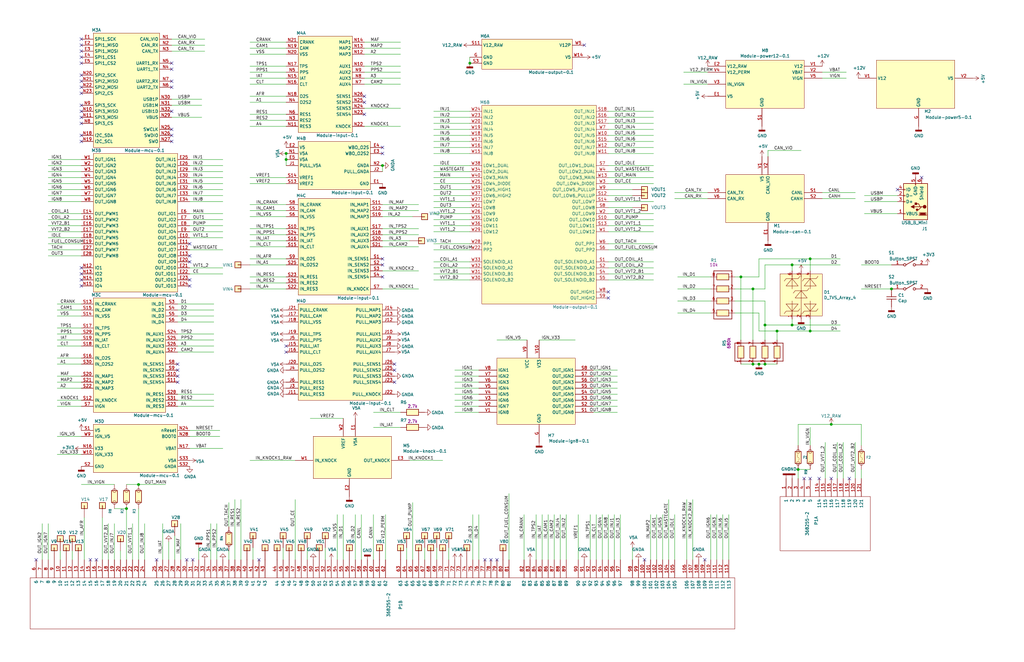
<source format=kicad_sch>
(kicad_sch (version 20210126) (generator eeschema)
  (paper "B")
  (title_block (title "Hellen154vag") (date "2021-03-10") (rev "0.1") (company "rusEFI.com"))
  (lib_symbols
    (symbol "368255-2:368255-2" (pin_names (offset 1.016))
      (property "Reference" "P" (at -1.27 0 0))
      (property "Value" "368255-2" (at 0 3.81 0))
      (symbol "368255-2_1_1"
        (pin passive line (at -19.05 12.7 0) (length 7.62) (name "1") (number "1"))
        (pin passive line (at -19.05 10.16 0) (length 7.62) (name "2") (number "2"))
        (pin passive line (at -19.05 7.62 0) (length 7.62) (name "3") (number "3"))
        (pin passive line (at -19.05 5.08 0) (length 7.62) (name "4") (number "4"))
        (pin passive line (at -19.05 2.54 0) (length 7.62) (name "5") (number "5"))
        (pin passive line (at -19.05 -16.51 0) (length 7.62) (name "120") (number "120"))
        (pin passive line (at -19.05 -19.05 0) (length 7.62) (name "121") (number "121"))
        (pin passive line (at -19.05 -1.27 0) (length 7.62) (name "114") (number "114"))
        (pin passive line (at -19.05 -3.81 0) (length 7.62) (name "115") (number "115"))
        (pin passive line (at -19.05 -6.35 0) (length 7.62) (name "116") (number "116"))
        (pin passive line (at -19.05 -8.89 0) (length 7.62) (name "117") (number "117"))
        (pin passive line (at -19.05 -11.43 0) (length 7.62) (name "118") (number "118"))
        (pin passive line (at -19.05 -13.97 0) (length 7.62) (name "119") (number "119"))
      )
      (symbol "368255-2_2_1"
        (pin passive line (at -19.05 151.13 0) (length 7.62) (name "6") (number "6"))
        (pin passive line (at -19.05 148.59 0) (length 7.62) (name "7") (number "7"))
        (pin passive line (at -19.05 146.05 0) (length 7.62) (name "8") (number "8"))
        (pin passive line (at -19.05 143.51 0) (length 7.62) (name "9") (number "9"))
        (pin passive line (at -19.05 140.97 0) (length 7.62) (name "10") (number "10"))
        (pin passive line (at -19.05 115.57 0) (length 7.62) (name "20") (number "20"))
        (pin passive line (at -19.05 87.63 0) (length 7.62) (name "30") (number "30"))
        (pin passive line (at -19.05 62.23 0) (length 7.62) (name "40") (number "40"))
        (pin input line (at -19.05 34.29 0) (length 7.62) (name "50") (number "50"))
        (pin passive line (at -19.05 8.89 0) (length 7.62) (name "60") (number "60"))
        (pin input line (at -19.05 -20.32 0) (length 7.62) (name "70") (number "70"))
        (pin passive line (at -19.05 -45.72 0) (length 7.62) (name "80") (number "80"))
        (pin passive line (at -19.05 -77.47 0) (length 7.62) (name "90") (number "90"))
        (pin passive line (at -19.05 138.43 0) (length 7.62) (name "11") (number "11"))
        (pin passive line (at -19.05 113.03 0) (length 7.62) (name "21") (number "21"))
        (pin passive line (at -19.05 85.09 0) (length 7.62) (name "31") (number "31"))
        (pin passive line (at -19.05 59.69 0) (length 7.62) (name "41") (number "41"))
        (pin passive line (at -19.05 31.75 0) (length 7.62) (name "51") (number "51"))
        (pin passive line (at -19.05 6.35 0) (length 7.62) (name "61") (number "61"))
        (pin passive line (at -19.05 -22.86 0) (length 7.62) (name "71") (number "71"))
        (pin passive line (at -19.05 -48.26 0) (length 7.62) (name "81") (number "81"))
        (pin passive line (at -19.05 -80.01 0) (length 7.62) (name "91") (number "91"))
        (pin passive line (at -19.05 135.89 0) (length 7.62) (name "12") (number "12"))
        (pin passive line (at -19.05 110.49 0) (length 7.62) (name "22") (number "22"))
        (pin passive line (at -19.05 82.55 0) (length 7.62) (name "32") (number "32"))
        (pin passive line (at -19.05 57.15 0) (length 7.62) (name "42") (number "42"))
        (pin passive line (at -19.05 29.21 0) (length 7.62) (name "52") (number "52"))
        (pin passive line (at -19.05 3.81 0) (length 7.62) (name "62") (number "62"))
        (pin passive line (at -19.05 -25.4 0) (length 7.62) (name "72") (number "72"))
        (pin passive line (at -19.05 -54.61 0) (length 7.62) (name "82") (number "82"))
        (pin passive line (at -19.05 -82.55 0) (length 7.62) (name "92") (number "92"))
        (pin passive line (at -19.05 133.35 0) (length 7.62) (name "13") (number "13"))
        (pin passive line (at -19.05 107.95 0) (length 7.62) (name "23") (number "23"))
        (pin passive line (at -19.05 80.01 0) (length 7.62) (name "33") (number "33"))
        (pin passive line (at -19.05 54.61 0) (length 7.62) (name "43") (number "43"))
        (pin passive line (at -19.05 26.67 0) (length 7.62) (name "53") (number "53"))
        (pin passive line (at -19.05 -2.54 0) (length 7.62) (name "63") (number "63"))
        (pin passive line (at -19.05 -27.94 0) (length 7.62) (name "73") (number "73"))
        (pin passive line (at -19.05 -57.15 0) (length 7.62) (name "83") (number "83"))
        (pin passive line (at -19.05 -85.09 0) (length 7.62) (name "93") (number "93"))
        (pin passive line (at -19.05 130.81 0) (length 7.62) (name "14") (number "14"))
        (pin passive line (at -19.05 105.41 0) (length 7.62) (name "24") (number "24"))
        (pin passive line (at -19.05 77.47 0) (length 7.62) (name "34") (number "34"))
        (pin passive line (at -19.05 49.53 0) (length 7.62) (name "44") (number "44"))
        (pin passive line (at -19.05 24.13 0) (length 7.62) (name "54") (number "54"))
        (pin passive line (at -19.05 -5.08 0) (length 7.62) (name "64") (number "64"))
        (pin passive line (at -19.05 -30.48 0) (length 7.62) (name "74") (number "74"))
        (pin passive line (at -19.05 -59.69 0) (length 7.62) (name "84") (number "84"))
        (pin passive line (at -19.05 -87.63 0) (length 7.62) (name "94") (number "94"))
        (pin passive line (at -19.05 128.27 0) (length 7.62) (name "15") (number "15"))
        (pin passive line (at -19.05 100.33 0) (length 7.62) (name "25") (number "25"))
        (pin passive line (at -19.05 74.93 0) (length 7.62) (name "35") (number "35"))
        (pin passive line (at -19.05 46.99 0) (length 7.62) (name "45") (number "45"))
        (pin passive line (at -19.05 21.59 0) (length 7.62) (name "55") (number "55"))
        (pin input line (at -19.05 -7.62 0) (length 7.62) (name "65") (number "65"))
        (pin passive line (at -19.05 -33.02 0) (length 7.62) (name "75") (number "75"))
        (pin passive line (at -19.05 -62.23 0) (length 7.62) (name "85") (number "85"))
        (pin passive line (at -19.05 -90.17 0) (length 7.62) (name "95") (number "95"))
        (pin passive line (at -19.05 125.73 0) (length 7.62) (name "16") (number "16"))
        (pin passive line (at -19.05 97.79 0) (length 7.62) (name "26") (number "26"))
        (pin passive line (at -19.05 72.39 0) (length 7.62) (name "36") (number "36"))
        (pin input line (at -19.05 44.45 0) (length 7.62) (name "46") (number "46"))
        (pin passive line (at -19.05 19.05 0) (length 7.62) (name "56") (number "56"))
        (pin input line (at -19.05 -10.16 0) (length 7.62) (name "66") (number "66"))
        (pin passive line (at -19.05 -35.56 0) (length 7.62) (name "76") (number "76"))
        (pin passive line (at -19.05 -64.77 0) (length 7.62) (name "86") (number "86"))
        (pin passive line (at -19.05 -92.71 0) (length 7.62) (name "96") (number "96"))
        (pin passive line (at -19.05 123.19 0) (length 7.62) (name "17") (number "17"))
        (pin passive line (at -19.05 95.25 0) (length 7.62) (name "27") (number "27"))
        (pin passive line (at -19.05 69.85 0) (length 7.62) (name "37") (number "37"))
        (pin input line (at -19.05 41.91 0) (length 7.62) (name "47") (number "47"))
        (pin passive line (at -19.05 16.51 0) (length 7.62) (name "57") (number "57"))
        (pin input line (at -19.05 -12.7 0) (length 7.62) (name "67") (number "67"))
        (pin passive line (at -19.05 -38.1 0) (length 7.62) (name "77") (number "77"))
        (pin passive line (at -19.05 -67.31 0) (length 7.62) (name "87") (number "87"))
        (pin passive line (at -19.05 -95.25 0) (length 7.62) (name "97") (number "97"))
        (pin passive line (at -19.05 120.65 0) (length 7.62) (name "18") (number "18"))
        (pin passive line (at -19.05 92.71 0) (length 7.62) (name "28") (number "28"))
        (pin passive line (at -19.05 67.31 0) (length 7.62) (name "38") (number "38"))
        (pin input line (at -19.05 39.37 0) (length 7.62) (name "48") (number "48"))
        (pin passive line (at -19.05 13.97 0) (length 7.62) (name "58") (number "58"))
        (pin input line (at -19.05 -15.24 0) (length 7.62) (name "68") (number "68"))
        (pin passive line (at -19.05 -40.64 0) (length 7.62) (name "78") (number "78"))
        (pin passive line (at -19.05 -69.85 0) (length 7.62) (name "88") (number "88"))
        (pin passive line (at -19.05 -100.33 0) (length 7.62) (name "98") (number "98"))
        (pin passive line (at -19.05 118.11 0) (length 7.62) (name "19") (number "19"))
        (pin passive line (at -19.05 90.17 0) (length 7.62) (name "29") (number "29"))
        (pin passive line (at -19.05 64.77 0) (length 7.62) (name "39") (number "39"))
        (pin input line (at -19.05 36.83 0) (length 7.62) (name "49") (number "49"))
        (pin passive line (at -19.05 11.43 0) (length 7.62) (name "59") (number "59"))
        (pin input line (at -19.05 -17.78 0) (length 7.62) (name "69") (number "69"))
        (pin passive line (at -19.05 -43.18 0) (length 7.62) (name "79") (number "79"))
        (pin passive line (at -19.05 -72.39 0) (length 7.62) (name "89") (number "89"))
        (pin passive line (at -19.05 -102.87 0) (length 7.62) (name "99") (number "99"))
        (pin passive line (at -19.05 -105.41 0) (length 7.62) (name "100") (number "100"))
        (pin passive line (at -19.05 -133.35 0) (length 7.62) (name "110") (number "110"))
        (pin passive line (at -19.05 -107.95 0) (length 7.62) (name "101") (number "101"))
        (pin passive line (at -19.05 -135.89 0) (length 7.62) (name "111") (number "111"))
        (pin passive line (at -19.05 -110.49 0) (length 7.62) (name "102") (number "102"))
        (pin passive line (at -19.05 -138.43 0) (length 7.62) (name "112") (number "112"))
        (pin passive line (at -19.05 -113.03 0) (length 7.62) (name "103") (number "103"))
        (pin passive line (at -19.05 -140.97 0) (length 7.62) (name "113") (number "113"))
        (pin passive line (at -19.05 -115.57 0) (length 7.62) (name "104") (number "104"))
        (pin passive line (at -19.05 -118.11 0) (length 7.62) (name "105") (number "105"))
        (pin passive line (at -19.05 -123.19 0) (length 7.62) (name "106") (number "106"))
        (pin passive line (at -19.05 -125.73 0) (length 7.62) (name "107") (number "107"))
        (pin passive line (at -19.05 -128.27 0) (length 7.62) (name "108") (number "108"))
        (pin passive line (at -19.05 -130.81 0) (length 7.62) (name "109") (number "109"))
      )
    )
    (symbol "hellen-one-can-0.1:Module-can-0.1"
      (property "Reference" "M" (at 21.59 -21.59 0))
      (property "Value" "Module-can-0.1" (at 27.94 -24.13 0))
      (symbol "Module-can-0.1_1_0"
        (pin passive line (at 15.24 7.62 270) (length 7.62) (name "V5") (number "V1"))
        (pin passive line (at 17.78 7.62 270) (length 7.62) (name "CAN_VIO") (number "V2"))
        (pin passive line (at 40.64 -10.16 180) (length 7.62) (name "CANH") (number "S2"))
        (pin passive line (at 40.64 -7.62 180) (length 7.62) (name "CANL") (number "S1"))
        (pin passive line (at -7.62 -7.62 0) (length 7.62) (name "CAN_TX") (number "V5"))
        (pin passive line (at -7.62 -10.16 0) (length 7.62) (name "CAN_RX") (number "V6"))
        (pin passive line (at 17.78 -27.94 90) (length 7.62) (name "GND") (number "E1"))
      )
    )
    (symbol "hellen-one-common:Button_SPST"
      (property "Reference" "S" (at -5.08 2.54 0))
      (property "Value" "Button_SPST" (at 0 0 0))
      (symbol "Button_SPST_1_0"
        (pin passive line (at -5.08 -2.54 0) (length 5.08) (name "") (number "1"))
        (pin passive line (at 10.16 -2.54 180) (length 5.08) (name "") (number "2"))
      )
    )
    (symbol "hellen-one-common:Cap" (pin_numbers hide)
      (property "Reference" "C" (at -3.81 2.54 0))
      (property "Value" "Cap" (at -2.54 -1.27 0))
      (symbol "Cap_1_0"
        (pin passive line (at -3.81 0 0) (length 2.54) (name "") (number "1"))
        (pin passive line (at 3.81 0 180) (length 2.54) (name "") (number "2"))
      )
    )
    (symbol "hellen-one-common:D_TVS_Array_4"
      (property "Reference" "D" (at 2.54 12.7 0))
      (property "Value" "D_TVS_Array_4" (at 8.89 10.16 0))
      (symbol "D_TVS_Array_4_1_0"
        (pin passive line (at 20.32 0 180) (length 2.54) (name "") (number "2"))
        (pin passive line (at 0 0 0) (length 2.54) (name "") (number "5"))
        (pin passive line (at 20.32 -3.81 180) (length 2.54) (name "") (number "1"))
        (pin passive line (at 0 -3.81 0) (length 2.54) (name "") (number "6"))
        (pin passive line (at 20.32 3.81 180) (length 2.54) (name "") (number "3"))
        (pin passive line (at 0 3.81 0) (length 2.54) (name "") (number "4"))
      )
    )
    (symbol "hellen-one-common:Fuse-Pad-Pad" (pin_numbers hide) (pin_names (offset 0.762) hide)
      (property "Reference" "F" (at 0 2.54 0))
      (symbol "Fuse-Pad-Pad_0_1"
        (pin passive line (at -5.08 0 0) (length 2.54) (name "1") (number "1"))
        (pin passive line (at 5.08 0 180) (length 2.54) (name "2") (number "2"))
      )
    )
    (symbol "hellen-one-common:Jumper-Pad-Pad" (pin_numbers hide) (pin_names (offset 0.762) hide)
      (property "Reference" "R" (at 0 2.54 0))
      (symbol "Jumper-Pad-Pad_0_1"
        (pin passive line (at -5.08 0 0) (length 2.54) (name "1") (number "1"))
        (pin passive line (at 5.08 0 180) (length 2.54) (name "2") (number "2"))
      )
    )
    (symbol "hellen-one-common:Pad" (pin_numbers hide) (pin_names (offset 1.016) hide)
      (property "Reference" "P" (at 0 2.54 0))
      (symbol "Pad_1_1"
        (pin passive line (at -5.08 0 0) (length 3.81) (name "Pin_1") (number "1"))
      )
    )
    (symbol "hellen-one-common:Res" (pin_numbers hide)
      (property "Reference" "R" (at 3.81 2.54 0))
      (property "Value" "Res" (at 5.08 -2.54 0))
      (symbol "Res_1_0"
        (pin passive line (at 10.16 0 180) (length 2.54) (name "") (number "2"))
        (pin passive line (at 0 0 0) (length 2.54) (name "") (number "1"))
      )
    )
    (symbol "hellen-one-common:Res_Array_4"
      (property "Reference" "R" (at -6.35 6.35 0))
      (symbol "Res_Array_4_1_0"
        (pin passive line (at -10.16 0 0) (length 2.54) (name "") (number "1"))
        (pin passive line (at 0 0 180) (length 2.54) (name "") (number "8"))
        (pin passive line (at -10.16 -5.08 0) (length 2.54) (name "") (number "2"))
        (pin passive line (at 0 -5.08 180) (length 2.54) (name "") (number "7"))
        (pin passive line (at -10.16 -10.16 0) (length 2.54) (name "") (number "3"))
        (pin passive line (at 0 -10.16 180) (length 2.54) (name "") (number "6"))
        (pin passive line (at -10.16 -15.24 0) (length 2.54) (name "") (number "4"))
        (pin passive line (at 0 -15.24 180) (length 2.54) (name "") (number "5"))
      )
    )
    (symbol "hellen-one-common:USB_B_Mini" (pin_names (offset 1.016))
      (property "Reference" "J" (at -5.08 11.43 0))
      (property "Value" "USB_B_Mini" (at -5.08 8.89 0))
      (symbol "USB_B_Mini_1_1"
        (pin power_out line (at 7.62 5.08 180) (length 2.54) (name "VBUS") (number "1"))
        (pin passive line (at 7.62 -2.54 180) (length 2.54) (name "D-") (number "2"))
        (pin passive line (at 7.62 0 180) (length 2.54) (name "D+") (number "3"))
        (pin passive line (at 7.62 -5.08 180) (length 2.54) (name "ID") (number "4"))
        (pin power_out line (at 0 -10.16 90) (length 2.54) (name "GND") (number "5"))
        (pin passive line (at -2.54 -10.16 90) (length 2.54) (name "Shield") (number "6"))
      )
    )
    (symbol "hellen-one-ign8-0.1:Module-ign8-0.1"
      (property "Reference" "M" (at 0 0 0))
      (property "Value" "Module-ign8-0.1" (at 0 0 0))
      (symbol "Module-ign8-0.1_1_0"
        (pin passive line (at -7.62 -15.24 0) (length 7.62) (name "IGN5") (number "V4"))
        (pin passive line (at -7.62 -12.7 0) (length 7.62) (name "IGN4") (number "V5"))
        (pin passive line (at -7.62 -17.78 0) (length 7.62) (name "IGN6") (number "V3"))
        (pin passive line (at -7.62 -20.32 0) (length 7.62) (name "IGN7") (number "V2"))
        (pin passive line (at -7.62 -10.16 0) (length 7.62) (name "IGN3") (number "V6"))
        (pin passive line (at -7.62 -7.62 0) (length 7.62) (name "IGN2") (number "V7"))
        (pin passive line (at -7.62 -22.86 0) (length 7.62) (name "IGN8") (number "V1"))
        (pin passive line (at -7.62 -5.08 0) (length 7.62) (name "IGN1") (number "V8"))
        (pin passive line (at 40.64 -22.86 180) (length 7.62) (name "OUT_IGN8") (number "S1"))
        (pin passive line (at 40.64 -20.32 180) (length 7.62) (name "OUT_IGN7") (number "S2"))
        (pin passive line (at 40.64 -17.78 180) (length 7.62) (name "OUT_IGN6") (number "S3"))
        (pin passive line (at 40.64 -15.24 180) (length 7.62) (name "OUT_IGN5") (number "S4"))
        (pin passive line (at 40.64 -12.7 180) (length 7.62) (name "OUT_IGN4") (number "S5"))
        (pin passive line (at 40.64 -10.16 180) (length 7.62) (name "OUT_IGN3") (number "S6"))
        (pin passive line (at 40.64 -7.62 180) (length 7.62) (name "OUT_IGN2") (number "S7"))
        (pin passive line (at 40.64 -5.08 180) (length 7.62) (name "OUT_IGN1") (number "S8"))
        (pin passive line (at 17.78 -35.56 90) (length 7.62) (name "GND") (number "G"))
        (pin passive line (at 12.7 7.62 270) (length 7.62) (name "VCC") (number "V9"))
        (pin passive line (at 17.78 7.62 270) (length 7.62) (name "V33") (number "V10"))
      )
    )
    (symbol "hellen-one-input-0.1:Module-input-0.1"
      (property "Reference" "M" (at 0 0 0))
      (property "Value" "Module-input-0.1" (at 0 0 0))
      (symbol "Module-input-0.1_1_0"
        (pin passive line (at -5.08 -35.56 0) (length 5.08) (name "RES2") (number "N3"))
        (pin passive line (at -5.08 -27.94 0) (length 5.08) (name "O2S2") (number "N4"))
        (pin passive line (at -5.08 -15.24 0) (length 5.08) (name "PPS") (number "N5"))
        (pin passive line (at -5.08 -33.02 0) (length 5.08) (name "RES1") (number "N6"))
        (pin passive line (at 27.94 -20.32 180) (length 5.08) (name "AUX4") (number "N7"))
        (pin passive line (at 27.94 -17.78 180) (length 5.08) (name "AUX3") (number "N8"))
        (pin passive line (at 27.94 -15.24 180) (length 5.08) (name "AUX2") (number "N9"))
        (pin passive line (at 27.94 -12.7 180) (length 5.08) (name "AUX1") (number "N10"))
        (pin passive line (at -5.08 -38.1 0) (length 5.08) (name "RES3") (number "N11"))
        (pin passive line (at 27.94 -7.62 180) (length 5.08) (name "MAP3") (number "N12"))
        (pin passive line (at 27.94 -5.08 180) (length 5.08) (name "MAP2") (number "N13"))
        (pin passive line (at 27.94 -2.54 180) (length 5.08) (name "MAP1") (number "N14"))
        (pin passive line (at -5.08 -17.78 0) (length 5.08) (name "IAT") (number "N15"))
        (pin passive line (at -5.08 -20.32 0) (length 5.08) (name "CLT") (number "N16"))
        (pin passive line (at -5.08 -12.7 0) (length 5.08) (name "TPS") (number "N17"))
        (pin passive line (at -5.08 -25.4 0) (length 5.08) (name "O2S") (number "N18"))
        (pin passive line (at -5.08 -5.08 0) (length 5.08) (name "CAM") (number "N19"))
        (pin passive line (at -5.08 -7.62 0) (length 5.08) (name "VSS") (number "N20"))
        (pin passive line (at -5.08 -2.54 0) (length 5.08) (name "CRANK") (number "N21"))
        (pin passive line (at 27.94 -38.1 180) (length 5.08) (name "KNOCK") (number "N22"))
        (pin passive line (at 27.94 -33.02 180) (length 5.08) (name "SENS4") (number "N23"))
        (pin passive line (at 27.94 -30.48 180) (length 5.08) (name "SENS3") (number "N24"))
        (pin passive line (at 27.94 -27.94 180) (length 5.08) (name "SENS2") (number "N25"))
        (pin passive line (at 27.94 -25.4 180) (length 5.08) (name "SENS1") (number "N26"))
      )
      (symbol "Module-input-0.1_2_0"
        (pin passive line (at -5.08 -10.16 0) (length 5.08) (name "PULL_V5A") (number "J1"))
        (pin passive line (at 35.56 -12.7 180) (length 5.08) (name "PULL_GNDA") (number "J2"))
        (pin passive line (at -5.08 -17.78 0) (length 5.08) (name "VREF2") (number "S13"))
        (pin passive line (at -5.08 -15.24 0) (length 5.08) (name "VREF1") (number "S14"))
        (pin passive line (at -5.08 -5.08 0) (length 5.08) (name "V5A") (number "N1"))
        (pin passive line (at 35.56 -10.16 180) (length 5.08) (name "GNDA") (number "N2"))
        (pin passive line (at 35.56 -17.78 180) (length 5.08) (name "GND") (number "E1"))
        (pin passive line (at 35.56 -2.54 180) (length 5.08) (name "WBO_O2S") (number "E4"))
        (pin passive line (at -5.08 -2.54 0) (length 5.08) (name "V5") (number "E2"))
        (pin passive line (at 35.56 -5.08 180) (length 5.08) (name "WBO_O2S2") (number "E3"))
        (pin passive line (at -5.08 -7.62 0) (length 5.08) (name "V5A") (number "E5"))
      )
      (symbol "Module-input-0.1_3_0"
        (pin passive line (at 35.56 -25.4 180) (length 5.08) (name "IN_SENS1") (number "S1"))
        (pin passive line (at 35.56 -27.94 180) (length 5.08) (name "IN_SENS2") (number "S2"))
        (pin passive line (at 35.56 -30.48 180) (length 5.08) (name "IN_SENS3") (number "S3"))
        (pin passive line (at 35.56 -33.02 180) (length 5.08) (name "IN_SENS4") (number "S4"))
        (pin passive line (at -5.08 -5.08 0) (length 5.08) (name "IN_CAM") (number "S5"))
        (pin passive line (at -5.08 -7.62 0) (length 5.08) (name "IN_VSS") (number "S6"))
        (pin passive line (at 35.56 -38.1 180) (length 5.08) (name "IN_KNOCK") (number "S7"))
        (pin passive line (at -5.08 -2.54 0) (length 5.08) (name "IN_CRANK") (number "S8"))
        (pin passive line (at -5.08 -25.4 0) (length 5.08) (name "IN_O2S") (number "S9"))
        (pin passive line (at -5.08 -12.7 0) (length 5.08) (name "IN_TPS") (number "S10"))
        (pin passive line (at 35.56 -2.54 180) (length 5.08) (name "IN_MAP1") (number "S11"))
        (pin passive line (at 35.56 -5.08 180) (length 5.08) (name "IN_MAP2") (number "S12"))
        (pin passive line (at -5.08 -20.32 0) (length 5.08) (name "IN_CLT") (number "S15"))
        (pin passive line (at -5.08 -17.78 0) (length 5.08) (name "IN_IAT") (number "S16"))
        (pin passive line (at 35.56 -12.7 180) (length 5.08) (name "IN_AUX1") (number "S17"))
        (pin passive line (at 35.56 -15.24 180) (length 5.08) (name "IN_AUX2") (number "S18"))
        (pin passive line (at 35.56 -7.62 180) (length 5.08) (name "IN_MAP3") (number "S19"))
        (pin passive line (at 35.56 -17.78 180) (length 5.08) (name "IN_AUX3") (number "S20"))
        (pin passive line (at 35.56 -20.32 180) (length 5.08) (name "IN_AUX4") (number "S21"))
        (pin passive line (at -5.08 -38.1 0) (length 5.08) (name "IN_RES3") (number "S22"))
        (pin passive line (at -5.08 -33.02 0) (length 5.08) (name "IN_RES1") (number "S23"))
        (pin passive line (at -5.08 -15.24 0) (length 5.08) (name "IN_PPS") (number "S24"))
        (pin passive line (at -5.08 -27.94 0) (length 5.08) (name "IN_O2S2") (number "S25"))
        (pin passive line (at -5.08 -35.56 0) (length 5.08) (name "IN_RES2") (number "S26"))
      )
      (symbol "Module-input-0.1_4_0"
        (pin passive line (at -5.08 -35.56 0) (length 5.08) (name "PULL_RES2") (number "J3"))
        (pin passive line (at -5.08 -27.94 0) (length 5.08) (name "PULL_O2S2") (number "J4"))
        (pin passive line (at -5.08 -15.24 0) (length 5.08) (name "PULL_PPS") (number "J5"))
        (pin passive line (at -5.08 -33.02 0) (length 5.08) (name "PULL_RES1") (number "J6"))
        (pin passive line (at 40.64 -20.32 180) (length 5.08) (name "PULL_AUX4") (number "J7"))
        (pin passive line (at 40.64 -17.78 180) (length 5.08) (name "PULL_AUX3") (number "J8"))
        (pin passive line (at 40.64 -15.24 180) (length 5.08) (name "PULL_AUX2") (number "J9"))
        (pin passive line (at 40.64 -12.7 180) (length 5.08) (name "PULL_AUX1") (number "J10"))
        (pin passive line (at -5.08 -38.1 0) (length 5.08) (name "PULL_RES3") (number "J11"))
        (pin passive line (at 40.64 -7.62 180) (length 5.08) (name "PULL_MAP3") (number "J12"))
        (pin passive line (at 40.64 -5.08 180) (length 5.08) (name "PULL_MAP2") (number "J13"))
        (pin passive line (at 40.64 -2.54 180) (length 5.08) (name "PULL_MAP1") (number "J14"))
        (pin passive line (at -5.08 -17.78 0) (length 5.08) (name "PULL_IAT") (number "J15"))
        (pin passive line (at -5.08 -20.32 0) (length 5.08) (name "PULL_CLT") (number "J16"))
        (pin passive line (at -5.08 -5.08 0) (length 5.08) (name "PULL_CAM") (number "J17"))
        (pin passive line (at -5.08 -7.62 0) (length 5.08) (name "PULL_VSS") (number "J18"))
        (pin passive line (at -5.08 -12.7 0) (length 5.08) (name "PULL_TPS") (number "J19"))
        (pin passive line (at -5.08 -25.4 0) (length 5.08) (name "PULL_O2S") (number "J20"))
        (pin passive line (at -5.08 -2.54 0) (length 5.08) (name "PULL_CRANK") (number "J21"))
        (pin passive line (at 40.64 -38.1 180) (length 5.08) (name "PULL_KNOCK") (number "J22"))
        (pin passive line (at 40.64 -33.02 180) (length 5.08) (name "PULL_SENS4") (number "J23"))
        (pin passive line (at 40.64 -30.48 180) (length 5.08) (name "PULL_SENS3") (number "J24"))
        (pin passive line (at 40.64 -27.94 180) (length 5.08) (name "PULL_SENS2") (number "J25"))
        (pin passive line (at 40.64 -25.4 180) (length 5.08) (name "PULL_SENS1") (number "J26"))
      )
    )
    (symbol "hellen-one-input-0.1:Module-input-0.1_1"
      (property "Reference" "M" (at 0 0 0))
      (property "Value" "Module-input-0.1" (at 0 0 0))
      (symbol "Module-input-0.1_1_1_0"
        (pin passive line (at -5.08 -35.56 0) (length 5.08) (name "RES2") (number "N3"))
        (pin passive line (at -5.08 -27.94 0) (length 5.08) (name "O2S2") (number "N4"))
        (pin passive line (at -5.08 -15.24 0) (length 5.08) (name "PPS") (number "N5"))
        (pin passive line (at -5.08 -33.02 0) (length 5.08) (name "RES1") (number "N6"))
        (pin passive line (at 27.94 -20.32 180) (length 5.08) (name "AUX4") (number "N7"))
        (pin passive line (at 27.94 -17.78 180) (length 5.08) (name "AUX3") (number "N8"))
        (pin passive line (at 27.94 -15.24 180) (length 5.08) (name "AUX2") (number "N9"))
        (pin passive line (at 27.94 -12.7 180) (length 5.08) (name "AUX1") (number "N10"))
        (pin passive line (at -5.08 -38.1 0) (length 5.08) (name "RES3") (number "N11"))
        (pin passive line (at 27.94 -7.62 180) (length 5.08) (name "MAP3") (number "N12"))
        (pin passive line (at 27.94 -5.08 180) (length 5.08) (name "MAP2") (number "N13"))
        (pin passive line (at 27.94 -2.54 180) (length 5.08) (name "MAP1") (number "N14"))
        (pin passive line (at -5.08 -17.78 0) (length 5.08) (name "IAT") (number "N15"))
        (pin passive line (at -5.08 -20.32 0) (length 5.08) (name "CLT") (number "N16"))
        (pin passive line (at -5.08 -12.7 0) (length 5.08) (name "TPS") (number "N17"))
        (pin passive line (at -5.08 -25.4 0) (length 5.08) (name "O2S") (number "N18"))
        (pin passive line (at -5.08 -5.08 0) (length 5.08) (name "CAM") (number "N19"))
        (pin passive line (at -5.08 -7.62 0) (length 5.08) (name "VSS") (number "N20"))
        (pin passive line (at -5.08 -2.54 0) (length 5.08) (name "CRANK") (number "N21"))
        (pin passive line (at 27.94 -38.1 180) (length 5.08) (name "KNOCK") (number "N22"))
        (pin passive line (at 27.94 -33.02 180) (length 5.08) (name "SENS4") (number "N23"))
        (pin passive line (at 27.94 -30.48 180) (length 5.08) (name "SENS3") (number "N24"))
        (pin passive line (at 27.94 -27.94 180) (length 5.08) (name "SENS2") (number "N25"))
        (pin passive line (at 27.94 -25.4 180) (length 5.08) (name "SENS1") (number "N26"))
      )
      (symbol "Module-input-0.1_1_2_0"
        (pin passive line (at -5.08 -10.16 0) (length 5.08) (name "PULL_V5A") (number "J1"))
        (pin passive line (at 35.56 -12.7 180) (length 5.08) (name "PULL_GNDA") (number "J2"))
        (pin passive line (at -5.08 -17.78 0) (length 5.08) (name "VREF2") (number "S13"))
        (pin passive line (at -5.08 -15.24 0) (length 5.08) (name "VREF1") (number "S14"))
        (pin passive line (at -5.08 -5.08 0) (length 5.08) (name "V5A") (number "N1"))
        (pin passive line (at 35.56 -10.16 180) (length 5.08) (name "GNDA") (number "N2"))
        (pin passive line (at 35.56 -17.78 180) (length 5.08) (name "GND") (number "E1"))
        (pin passive line (at 35.56 -2.54 180) (length 5.08) (name "WBO_O2S") (number "E4"))
        (pin passive line (at -5.08 -2.54 0) (length 5.08) (name "V5") (number "E2"))
        (pin passive line (at 35.56 -5.08 180) (length 5.08) (name "WBO_O2S2") (number "E3"))
        (pin passive line (at -5.08 -7.62 0) (length 5.08) (name "V5A") (number "E5"))
      )
      (symbol "Module-input-0.1_1_3_0"
        (pin passive line (at 35.56 -25.4 180) (length 5.08) (name "IN_SENS1") (number "S1"))
        (pin passive line (at 35.56 -27.94 180) (length 5.08) (name "IN_SENS2") (number "S2"))
        (pin passive line (at 35.56 -30.48 180) (length 5.08) (name "IN_SENS3") (number "S3"))
        (pin passive line (at 35.56 -33.02 180) (length 5.08) (name "IN_SENS4") (number "S4"))
        (pin passive line (at -5.08 -5.08 0) (length 5.08) (name "IN_CAM") (number "S5"))
        (pin passive line (at -5.08 -7.62 0) (length 5.08) (name "IN_VSS") (number "S6"))
        (pin passive line (at 35.56 -38.1 180) (length 5.08) (name "IN_KNOCK") (number "S7"))
        (pin passive line (at -5.08 -2.54 0) (length 5.08) (name "IN_CRANK") (number "S8"))
        (pin passive line (at -5.08 -25.4 0) (length 5.08) (name "IN_O2S") (number "S9"))
        (pin passive line (at -5.08 -12.7 0) (length 5.08) (name "IN_TPS") (number "S10"))
        (pin passive line (at 35.56 -2.54 180) (length 5.08) (name "IN_MAP1") (number "S11"))
        (pin passive line (at 35.56 -5.08 180) (length 5.08) (name "IN_MAP2") (number "S12"))
        (pin passive line (at -5.08 -20.32 0) (length 5.08) (name "IN_CLT") (number "S15"))
        (pin passive line (at -5.08 -17.78 0) (length 5.08) (name "IN_IAT") (number "S16"))
        (pin passive line (at 35.56 -12.7 180) (length 5.08) (name "IN_AUX1") (number "S17"))
        (pin passive line (at 35.56 -15.24 180) (length 5.08) (name "IN_AUX2") (number "S18"))
        (pin passive line (at 35.56 -7.62 180) (length 5.08) (name "IN_MAP3") (number "S19"))
        (pin passive line (at 35.56 -17.78 180) (length 5.08) (name "IN_AUX3") (number "S20"))
        (pin passive line (at 35.56 -20.32 180) (length 5.08) (name "IN_AUX4") (number "S21"))
        (pin passive line (at -5.08 -38.1 0) (length 5.08) (name "IN_RES3") (number "S22"))
        (pin passive line (at -5.08 -33.02 0) (length 5.08) (name "IN_RES1") (number "S23"))
        (pin passive line (at -5.08 -15.24 0) (length 5.08) (name "IN_PPS") (number "S24"))
        (pin passive line (at -5.08 -27.94 0) (length 5.08) (name "IN_O2S2") (number "S25"))
        (pin passive line (at -5.08 -35.56 0) (length 5.08) (name "IN_RES2") (number "S26"))
      )
      (symbol "Module-input-0.1_1_4_0"
        (pin passive line (at -5.08 -35.56 0) (length 5.08) (name "PULL_RES2") (number "J3"))
        (pin passive line (at -5.08 -27.94 0) (length 5.08) (name "PULL_O2S2") (number "J4"))
        (pin passive line (at -5.08 -15.24 0) (length 5.08) (name "PULL_PPS") (number "J5"))
        (pin passive line (at -5.08 -33.02 0) (length 5.08) (name "PULL_RES1") (number "J6"))
        (pin passive line (at 40.64 -20.32 180) (length 5.08) (name "PULL_AUX4") (number "J7"))
        (pin passive line (at 40.64 -17.78 180) (length 5.08) (name "PULL_AUX3") (number "J8"))
        (pin passive line (at 40.64 -15.24 180) (length 5.08) (name "PULL_AUX2") (number "J9"))
        (pin passive line (at 40.64 -12.7 180) (length 5.08) (name "PULL_AUX1") (number "J10"))
        (pin passive line (at -5.08 -38.1 0) (length 5.08) (name "PULL_RES3") (number "J11"))
        (pin passive line (at 40.64 -7.62 180) (length 5.08) (name "PULL_MAP3") (number "J12"))
        (pin passive line (at 40.64 -5.08 180) (length 5.08) (name "PULL_MAP2") (number "J13"))
        (pin passive line (at 40.64 -2.54 180) (length 5.08) (name "PULL_MAP1") (number "J14"))
        (pin passive line (at -5.08 -17.78 0) (length 5.08) (name "PULL_IAT") (number "J15"))
        (pin passive line (at -5.08 -20.32 0) (length 5.08) (name "PULL_CLT") (number "J16"))
        (pin passive line (at -5.08 -5.08 0) (length 5.08) (name "PULL_CAM") (number "J17"))
        (pin passive line (at -5.08 -7.62 0) (length 5.08) (name "PULL_VSS") (number "J18"))
        (pin passive line (at -5.08 -12.7 0) (length 5.08) (name "PULL_TPS") (number "J19"))
        (pin passive line (at -5.08 -25.4 0) (length 5.08) (name "PULL_O2S") (number "J20"))
        (pin passive line (at -5.08 -2.54 0) (length 5.08) (name "PULL_CRANK") (number "J21"))
        (pin passive line (at 40.64 -38.1 180) (length 5.08) (name "PULL_KNOCK") (number "J22"))
        (pin passive line (at 40.64 -33.02 180) (length 5.08) (name "PULL_SENS4") (number "J23"))
        (pin passive line (at 40.64 -30.48 180) (length 5.08) (name "PULL_SENS3") (number "J24"))
        (pin passive line (at 40.64 -27.94 180) (length 5.08) (name "PULL_SENS2") (number "J25"))
        (pin passive line (at 40.64 -25.4 180) (length 5.08) (name "PULL_SENS1") (number "J26"))
      )
    )
    (symbol "hellen-one-input-0.1:Module-input-0.1_2"
      (property "Reference" "M" (at 0 0 0))
      (property "Value" "Module-input-0.1" (at 0 0 0))
      (symbol "Module-input-0.1_2_1_0"
        (pin passive line (at -5.08 -35.56 0) (length 5.08) (name "RES2") (number "N3"))
        (pin passive line (at -5.08 -27.94 0) (length 5.08) (name "O2S2") (number "N4"))
        (pin passive line (at -5.08 -15.24 0) (length 5.08) (name "PPS") (number "N5"))
        (pin passive line (at -5.08 -33.02 0) (length 5.08) (name "RES1") (number "N6"))
        (pin passive line (at 27.94 -20.32 180) (length 5.08) (name "AUX4") (number "N7"))
        (pin passive line (at 27.94 -17.78 180) (length 5.08) (name "AUX3") (number "N8"))
        (pin passive line (at 27.94 -15.24 180) (length 5.08) (name "AUX2") (number "N9"))
        (pin passive line (at 27.94 -12.7 180) (length 5.08) (name "AUX1") (number "N10"))
        (pin passive line (at -5.08 -38.1 0) (length 5.08) (name "RES3") (number "N11"))
        (pin passive line (at 27.94 -7.62 180) (length 5.08) (name "MAP3") (number "N12"))
        (pin passive line (at 27.94 -5.08 180) (length 5.08) (name "MAP2") (number "N13"))
        (pin passive line (at 27.94 -2.54 180) (length 5.08) (name "MAP1") (number "N14"))
        (pin passive line (at -5.08 -17.78 0) (length 5.08) (name "IAT") (number "N15"))
        (pin passive line (at -5.08 -20.32 0) (length 5.08) (name "CLT") (number "N16"))
        (pin passive line (at -5.08 -12.7 0) (length 5.08) (name "TPS") (number "N17"))
        (pin passive line (at -5.08 -25.4 0) (length 5.08) (name "O2S") (number "N18"))
        (pin passive line (at -5.08 -5.08 0) (length 5.08) (name "CAM") (number "N19"))
        (pin passive line (at -5.08 -7.62 0) (length 5.08) (name "VSS") (number "N20"))
        (pin passive line (at -5.08 -2.54 0) (length 5.08) (name "CRANK") (number "N21"))
        (pin passive line (at 27.94 -38.1 180) (length 5.08) (name "KNOCK") (number "N22"))
        (pin passive line (at 27.94 -33.02 180) (length 5.08) (name "SENS4") (number "N23"))
        (pin passive line (at 27.94 -30.48 180) (length 5.08) (name "SENS3") (number "N24"))
        (pin passive line (at 27.94 -27.94 180) (length 5.08) (name "SENS2") (number "N25"))
        (pin passive line (at 27.94 -25.4 180) (length 5.08) (name "SENS1") (number "N26"))
      )
      (symbol "Module-input-0.1_2_2_0"
        (pin passive line (at -5.08 -10.16 0) (length 5.08) (name "PULL_V5A") (number "J1"))
        (pin passive line (at 35.56 -12.7 180) (length 5.08) (name "PULL_GNDA") (number "J2"))
        (pin passive line (at -5.08 -17.78 0) (length 5.08) (name "VREF2") (number "S13"))
        (pin passive line (at -5.08 -15.24 0) (length 5.08) (name "VREF1") (number "S14"))
        (pin passive line (at -5.08 -5.08 0) (length 5.08) (name "V5A") (number "N1"))
        (pin passive line (at 35.56 -10.16 180) (length 5.08) (name "GNDA") (number "N2"))
        (pin passive line (at 35.56 -17.78 180) (length 5.08) (name "GND") (number "E1"))
        (pin passive line (at 35.56 -2.54 180) (length 5.08) (name "WBO_O2S") (number "E4"))
        (pin passive line (at -5.08 -2.54 0) (length 5.08) (name "V5") (number "E2"))
        (pin passive line (at 35.56 -5.08 180) (length 5.08) (name "WBO_O2S2") (number "E3"))
        (pin passive line (at -5.08 -7.62 0) (length 5.08) (name "V5A") (number "E5"))
      )
      (symbol "Module-input-0.1_2_3_0"
        (pin passive line (at 35.56 -25.4 180) (length 5.08) (name "IN_SENS1") (number "S1"))
        (pin passive line (at 35.56 -27.94 180) (length 5.08) (name "IN_SENS2") (number "S2"))
        (pin passive line (at 35.56 -30.48 180) (length 5.08) (name "IN_SENS3") (number "S3"))
        (pin passive line (at 35.56 -33.02 180) (length 5.08) (name "IN_SENS4") (number "S4"))
        (pin passive line (at -5.08 -5.08 0) (length 5.08) (name "IN_CAM") (number "S5"))
        (pin passive line (at -5.08 -7.62 0) (length 5.08) (name "IN_VSS") (number "S6"))
        (pin passive line (at 35.56 -38.1 180) (length 5.08) (name "IN_KNOCK") (number "S7"))
        (pin passive line (at -5.08 -2.54 0) (length 5.08) (name "IN_CRANK") (number "S8"))
        (pin passive line (at -5.08 -25.4 0) (length 5.08) (name "IN_O2S") (number "S9"))
        (pin passive line (at -5.08 -12.7 0) (length 5.08) (name "IN_TPS") (number "S10"))
        (pin passive line (at 35.56 -2.54 180) (length 5.08) (name "IN_MAP1") (number "S11"))
        (pin passive line (at 35.56 -5.08 180) (length 5.08) (name "IN_MAP2") (number "S12"))
        (pin passive line (at -5.08 -20.32 0) (length 5.08) (name "IN_CLT") (number "S15"))
        (pin passive line (at -5.08 -17.78 0) (length 5.08) (name "IN_IAT") (number "S16"))
        (pin passive line (at 35.56 -12.7 180) (length 5.08) (name "IN_AUX1") (number "S17"))
        (pin passive line (at 35.56 -15.24 180) (length 5.08) (name "IN_AUX2") (number "S18"))
        (pin passive line (at 35.56 -7.62 180) (length 5.08) (name "IN_MAP3") (number "S19"))
        (pin passive line (at 35.56 -17.78 180) (length 5.08) (name "IN_AUX3") (number "S20"))
        (pin passive line (at 35.56 -20.32 180) (length 5.08) (name "IN_AUX4") (number "S21"))
        (pin passive line (at -5.08 -38.1 0) (length 5.08) (name "IN_RES3") (number "S22"))
        (pin passive line (at -5.08 -33.02 0) (length 5.08) (name "IN_RES1") (number "S23"))
        (pin passive line (at -5.08 -15.24 0) (length 5.08) (name "IN_PPS") (number "S24"))
        (pin passive line (at -5.08 -27.94 0) (length 5.08) (name "IN_O2S2") (number "S25"))
        (pin passive line (at -5.08 -35.56 0) (length 5.08) (name "IN_RES2") (number "S26"))
      )
      (symbol "Module-input-0.1_2_4_0"
        (pin passive line (at -5.08 -35.56 0) (length 5.08) (name "PULL_RES2") (number "J3"))
        (pin passive line (at -5.08 -27.94 0) (length 5.08) (name "PULL_O2S2") (number "J4"))
        (pin passive line (at -5.08 -15.24 0) (length 5.08) (name "PULL_PPS") (number "J5"))
        (pin passive line (at -5.08 -33.02 0) (length 5.08) (name "PULL_RES1") (number "J6"))
        (pin passive line (at 40.64 -20.32 180) (length 5.08) (name "PULL_AUX4") (number "J7"))
        (pin passive line (at 40.64 -17.78 180) (length 5.08) (name "PULL_AUX3") (number "J8"))
        (pin passive line (at 40.64 -15.24 180) (length 5.08) (name "PULL_AUX2") (number "J9"))
        (pin passive line (at 40.64 -12.7 180) (length 5.08) (name "PULL_AUX1") (number "J10"))
        (pin passive line (at -5.08 -38.1 0) (length 5.08) (name "PULL_RES3") (number "J11"))
        (pin passive line (at 40.64 -7.62 180) (length 5.08) (name "PULL_MAP3") (number "J12"))
        (pin passive line (at 40.64 -5.08 180) (length 5.08) (name "PULL_MAP2") (number "J13"))
        (pin passive line (at 40.64 -2.54 180) (length 5.08) (name "PULL_MAP1") (number "J14"))
        (pin passive line (at -5.08 -17.78 0) (length 5.08) (name "PULL_IAT") (number "J15"))
        (pin passive line (at -5.08 -20.32 0) (length 5.08) (name "PULL_CLT") (number "J16"))
        (pin passive line (at -5.08 -5.08 0) (length 5.08) (name "PULL_CAM") (number "J17"))
        (pin passive line (at -5.08 -7.62 0) (length 5.08) (name "PULL_VSS") (number "J18"))
        (pin passive line (at -5.08 -12.7 0) (length 5.08) (name "PULL_TPS") (number "J19"))
        (pin passive line (at -5.08 -25.4 0) (length 5.08) (name "PULL_O2S") (number "J20"))
        (pin passive line (at -5.08 -2.54 0) (length 5.08) (name "PULL_CRANK") (number "J21"))
        (pin passive line (at 40.64 -38.1 180) (length 5.08) (name "PULL_KNOCK") (number "J22"))
        (pin passive line (at 40.64 -33.02 180) (length 5.08) (name "PULL_SENS4") (number "J23"))
        (pin passive line (at 40.64 -30.48 180) (length 5.08) (name "PULL_SENS3") (number "J24"))
        (pin passive line (at 40.64 -27.94 180) (length 5.08) (name "PULL_SENS2") (number "J25"))
        (pin passive line (at 40.64 -25.4 180) (length 5.08) (name "PULL_SENS1") (number "J26"))
      )
    )
    (symbol "hellen-one-input-0.1:Module-input-0.1_3"
      (property "Reference" "M" (at 0 0 0))
      (property "Value" "Module-input-0.1" (at 0 0 0))
      (symbol "Module-input-0.1_3_1_0"
        (pin passive line (at -5.08 -35.56 0) (length 5.08) (name "RES2") (number "N3"))
        (pin passive line (at -5.08 -27.94 0) (length 5.08) (name "O2S2") (number "N4"))
        (pin passive line (at -5.08 -15.24 0) (length 5.08) (name "PPS") (number "N5"))
        (pin passive line (at -5.08 -33.02 0) (length 5.08) (name "RES1") (number "N6"))
        (pin passive line (at 27.94 -20.32 180) (length 5.08) (name "AUX4") (number "N7"))
        (pin passive line (at 27.94 -17.78 180) (length 5.08) (name "AUX3") (number "N8"))
        (pin passive line (at 27.94 -15.24 180) (length 5.08) (name "AUX2") (number "N9"))
        (pin passive line (at 27.94 -12.7 180) (length 5.08) (name "AUX1") (number "N10"))
        (pin passive line (at -5.08 -38.1 0) (length 5.08) (name "RES3") (number "N11"))
        (pin passive line (at 27.94 -7.62 180) (length 5.08) (name "MAP3") (number "N12"))
        (pin passive line (at 27.94 -5.08 180) (length 5.08) (name "MAP2") (number "N13"))
        (pin passive line (at 27.94 -2.54 180) (length 5.08) (name "MAP1") (number "N14"))
        (pin passive line (at -5.08 -17.78 0) (length 5.08) (name "IAT") (number "N15"))
        (pin passive line (at -5.08 -20.32 0) (length 5.08) (name "CLT") (number "N16"))
        (pin passive line (at -5.08 -12.7 0) (length 5.08) (name "TPS") (number "N17"))
        (pin passive line (at -5.08 -25.4 0) (length 5.08) (name "O2S") (number "N18"))
        (pin passive line (at -5.08 -5.08 0) (length 5.08) (name "CAM") (number "N19"))
        (pin passive line (at -5.08 -7.62 0) (length 5.08) (name "VSS") (number "N20"))
        (pin passive line (at -5.08 -2.54 0) (length 5.08) (name "CRANK") (number "N21"))
        (pin passive line (at 27.94 -38.1 180) (length 5.08) (name "KNOCK") (number "N22"))
        (pin passive line (at 27.94 -33.02 180) (length 5.08) (name "SENS4") (number "N23"))
        (pin passive line (at 27.94 -30.48 180) (length 5.08) (name "SENS3") (number "N24"))
        (pin passive line (at 27.94 -27.94 180) (length 5.08) (name "SENS2") (number "N25"))
        (pin passive line (at 27.94 -25.4 180) (length 5.08) (name "SENS1") (number "N26"))
      )
      (symbol "Module-input-0.1_3_2_0"
        (pin passive line (at -5.08 -10.16 0) (length 5.08) (name "PULL_V5A") (number "J1"))
        (pin passive line (at 35.56 -12.7 180) (length 5.08) (name "PULL_GNDA") (number "J2"))
        (pin passive line (at -5.08 -17.78 0) (length 5.08) (name "VREF2") (number "S13"))
        (pin passive line (at -5.08 -15.24 0) (length 5.08) (name "VREF1") (number "S14"))
        (pin passive line (at -5.08 -5.08 0) (length 5.08) (name "V5A") (number "N1"))
        (pin passive line (at 35.56 -10.16 180) (length 5.08) (name "GNDA") (number "N2"))
        (pin passive line (at 35.56 -17.78 180) (length 5.08) (name "GND") (number "E1"))
        (pin passive line (at 35.56 -2.54 180) (length 5.08) (name "WBO_O2S") (number "E4"))
        (pin passive line (at -5.08 -2.54 0) (length 5.08) (name "V5") (number "E2"))
        (pin passive line (at 35.56 -5.08 180) (length 5.08) (name "WBO_O2S2") (number "E3"))
        (pin passive line (at -5.08 -7.62 0) (length 5.08) (name "V5A") (number "E5"))
      )
      (symbol "Module-input-0.1_3_3_0"
        (pin passive line (at 35.56 -25.4 180) (length 5.08) (name "IN_SENS1") (number "S1"))
        (pin passive line (at 35.56 -27.94 180) (length 5.08) (name "IN_SENS2") (number "S2"))
        (pin passive line (at 35.56 -30.48 180) (length 5.08) (name "IN_SENS3") (number "S3"))
        (pin passive line (at 35.56 -33.02 180) (length 5.08) (name "IN_SENS4") (number "S4"))
        (pin passive line (at -5.08 -5.08 0) (length 5.08) (name "IN_CAM") (number "S5"))
        (pin passive line (at -5.08 -7.62 0) (length 5.08) (name "IN_VSS") (number "S6"))
        (pin passive line (at 35.56 -38.1 180) (length 5.08) (name "IN_KNOCK") (number "S7"))
        (pin passive line (at -5.08 -2.54 0) (length 5.08) (name "IN_CRANK") (number "S8"))
        (pin passive line (at -5.08 -25.4 0) (length 5.08) (name "IN_O2S") (number "S9"))
        (pin passive line (at -5.08 -12.7 0) (length 5.08) (name "IN_TPS") (number "S10"))
        (pin passive line (at 35.56 -2.54 180) (length 5.08) (name "IN_MAP1") (number "S11"))
        (pin passive line (at 35.56 -5.08 180) (length 5.08) (name "IN_MAP2") (number "S12"))
        (pin passive line (at -5.08 -20.32 0) (length 5.08) (name "IN_CLT") (number "S15"))
        (pin passive line (at -5.08 -17.78 0) (length 5.08) (name "IN_IAT") (number "S16"))
        (pin passive line (at 35.56 -12.7 180) (length 5.08) (name "IN_AUX1") (number "S17"))
        (pin passive line (at 35.56 -15.24 180) (length 5.08) (name "IN_AUX2") (number "S18"))
        (pin passive line (at 35.56 -7.62 180) (length 5.08) (name "IN_MAP3") (number "S19"))
        (pin passive line (at 35.56 -17.78 180) (length 5.08) (name "IN_AUX3") (number "S20"))
        (pin passive line (at 35.56 -20.32 180) (length 5.08) (name "IN_AUX4") (number "S21"))
        (pin passive line (at -5.08 -38.1 0) (length 5.08) (name "IN_RES3") (number "S22"))
        (pin passive line (at -5.08 -33.02 0) (length 5.08) (name "IN_RES1") (number "S23"))
        (pin passive line (at -5.08 -15.24 0) (length 5.08) (name "IN_PPS") (number "S24"))
        (pin passive line (at -5.08 -27.94 0) (length 5.08) (name "IN_O2S2") (number "S25"))
        (pin passive line (at -5.08 -35.56 0) (length 5.08) (name "IN_RES2") (number "S26"))
      )
      (symbol "Module-input-0.1_3_4_0"
        (pin passive line (at -5.08 -35.56 0) (length 5.08) (name "PULL_RES2") (number "J3"))
        (pin passive line (at -5.08 -27.94 0) (length 5.08) (name "PULL_O2S2") (number "J4"))
        (pin passive line (at -5.08 -15.24 0) (length 5.08) (name "PULL_PPS") (number "J5"))
        (pin passive line (at -5.08 -33.02 0) (length 5.08) (name "PULL_RES1") (number "J6"))
        (pin passive line (at 40.64 -20.32 180) (length 5.08) (name "PULL_AUX4") (number "J7"))
        (pin passive line (at 40.64 -17.78 180) (length 5.08) (name "PULL_AUX3") (number "J8"))
        (pin passive line (at 40.64 -15.24 180) (length 5.08) (name "PULL_AUX2") (number "J9"))
        (pin passive line (at 40.64 -12.7 180) (length 5.08) (name "PULL_AUX1") (number "J10"))
        (pin passive line (at -5.08 -38.1 0) (length 5.08) (name "PULL_RES3") (number "J11"))
        (pin passive line (at 40.64 -7.62 180) (length 5.08) (name "PULL_MAP3") (number "J12"))
        (pin passive line (at 40.64 -5.08 180) (length 5.08) (name "PULL_MAP2") (number "J13"))
        (pin passive line (at 40.64 -2.54 180) (length 5.08) (name "PULL_MAP1") (number "J14"))
        (pin passive line (at -5.08 -17.78 0) (length 5.08) (name "PULL_IAT") (number "J15"))
        (pin passive line (at -5.08 -20.32 0) (length 5.08) (name "PULL_CLT") (number "J16"))
        (pin passive line (at -5.08 -5.08 0) (length 5.08) (name "PULL_CAM") (number "J17"))
        (pin passive line (at -5.08 -7.62 0) (length 5.08) (name "PULL_VSS") (number "J18"))
        (pin passive line (at -5.08 -12.7 0) (length 5.08) (name "PULL_TPS") (number "J19"))
        (pin passive line (at -5.08 -25.4 0) (length 5.08) (name "PULL_O2S") (number "J20"))
        (pin passive line (at -5.08 -2.54 0) (length 5.08) (name "PULL_CRANK") (number "J21"))
        (pin passive line (at 40.64 -38.1 180) (length 5.08) (name "PULL_KNOCK") (number "J22"))
        (pin passive line (at 40.64 -33.02 180) (length 5.08) (name "PULL_SENS4") (number "J23"))
        (pin passive line (at 40.64 -30.48 180) (length 5.08) (name "PULL_SENS3") (number "J24"))
        (pin passive line (at 40.64 -27.94 180) (length 5.08) (name "PULL_SENS2") (number "J25"))
        (pin passive line (at 40.64 -25.4 180) (length 5.08) (name "PULL_SENS1") (number "J26"))
      )
    )
    (symbol "hellen-one-knock-0.1:Module-knock-0.1"
      (property "Reference" "M" (at 0 0 0))
      (property "Value" "Module-knock-0.1" (at 0 0 0))
      (symbol "Module-knock-0.1_1_0"
        (pin passive line (at -7.62 -10.16 0) (length 7.62) (name "IN_KNOCK") (number "W1"))
        (pin passive line (at 12.7 7.62 270) (length 7.62) (name "VREF") (number "W2"))
        (pin passive line (at 40.64 -10.16 180) (length 7.62) (name "OUT_KNOCK") (number "E3"))
        (pin passive line (at 15.24 -25.4 90) (length 7.62) (name "GND") (number "E2"))
        (pin passive line (at 17.78 7.62 270) (length 7.62) (name "V5A") (number "E1"))
      )
    )
    (symbol "hellen-one-mcu-0.1:Module-mcu-0.1"
      (property "Reference" "M" (at 0 0 0))
      (property "Value" "Module-mcu-0.1" (at 0 0 0))
      (symbol "Module-mcu-0.1_1_0"
        (pin passive line (at -5.08 -2.54 0) (length 5.08) (name "SPI1_SCK") (number "E1"))
        (pin passive line (at -5.08 -10.16 0) (length 5.08) (name "SPI1_CS1") (number "E4"))
        (pin passive line (at -5.08 -5.08 0) (length 5.08) (name "SPI1_MISO") (number "E2"))
        (pin passive line (at -5.08 -7.62 0) (length 5.08) (name "SPI1_MOSI") (number "E3"))
        (pin passive line (at -5.08 -12.7 0) (length 5.08) (name "SPI1_CS2") (number "E5"))
        (pin passive line (at 33.02 -2.54 180) (length 5.08) (name "CAN_VIO") (number "N1"))
        (pin passive line (at 33.02 -5.08 180) (length 5.08) (name "CAN_RX") (number "N2"))
        (pin passive line (at 33.02 -7.62 180) (length 5.08) (name "CAN_TX") (number "N3"))
        (pin passive line (at 33.02 -15.24 180) (length 5.08) (name "UART1_TX") (number "N4"))
        (pin passive line (at 33.02 -12.7 180) (length 5.08) (name "UART1_RX") (number "N5"))
        (pin passive line (at 33.02 -22.86 180) (length 5.08) (name "UART2_TX") (number "N6"))
        (pin passive line (at 33.02 -20.32 180) (length 5.08) (name "UART2_RX") (number "N7"))
        (pin passive line (at -5.08 -38.1 0) (length 5.08) (name "SPI3_CS") (number "N8"))
        (pin passive line (at -5.08 -30.48 0) (length 5.08) (name "SPI3_SCK") (number "N9"))
        (pin passive line (at -5.08 -33.02 0) (length 5.08) (name "SPI3_MISO") (number "N10"))
        (pin passive line (at -5.08 -35.56 0) (length 5.08) (name "SPI3_MOSI") (number "N11"))
        (pin passive line (at -5.08 -43.18 0) (length 5.08) (name "I2C_SDA") (number "N18"))
        (pin passive line (at -5.08 -45.72 0) (length 5.08) (name "I2C_SCL") (number "N19"))
        (pin passive line (at -5.08 -17.78 0) (length 5.08) (name "SPI2_SCK") (number "N20"))
        (pin passive line (at -5.08 -20.32 0) (length 5.08) (name "SPI2_MISO") (number "N21"))
        (pin passive line (at -5.08 -22.86 0) (length 5.08) (name "SPI2_MOSI") (number "N22"))
        (pin passive line (at -5.08 -25.4 0) (length 5.08) (name "SPI2_CS") (number "N23"))
        (pin passive line (at 33.02 -40.64 180) (length 5.08) (name "SWCLK") (number "N25"))
        (pin passive line (at 33.02 -43.18 180) (length 5.08) (name "SWDIO") (number "N26"))
        (pin passive line (at 33.02 -45.72 180) (length 5.08) (name "SWO") (number "N27"))
        (pin passive line (at 33.02 -35.56 180) (length 5.08) (name "VBUS") (number "N29"))
        (pin passive line (at 33.02 -27.94 180) (length 5.08) (name "USB1P") (number "N30"))
        (pin passive line (at 33.02 -30.48 180) (length 5.08) (name "USB1M") (number "N31"))
        (pin passive line (at 33.02 -33.02 180) (length 5.08) (name "USBI1D") (number "N32"))
      )
      (symbol "Module-mcu-0.1_2_0"
        (pin passive line (at -5.08 -48.26 0) (length 5.08) (name "IO1") (number "N12"))
        (pin passive line (at -5.08 -50.8 0) (length 5.08) (name "IO2") (number "N13"))
        (pin passive line (at -5.08 -53.34 0) (length 5.08) (name "IO3") (number "N14"))
        (pin passive line (at -5.08 -55.88 0) (length 5.08) (name "IO4") (number "N15"))
        (pin passive line (at -5.08 -2.54 0) (length 5.08) (name "OUT_IGN1") (number "W1"))
        (pin passive line (at -5.08 -5.08 0) (length 5.08) (name "OUT_IGN2") (number "W2"))
        (pin passive line (at -5.08 -7.62 0) (length 5.08) (name "OUT_IGN3") (number "W3"))
        (pin passive line (at -5.08 -10.16 0) (length 5.08) (name "OUT_IGN4") (number "W4"))
        (pin passive line (at -5.08 -12.7 0) (length 5.08) (name "OUT_IGN5") (number "W5"))
        (pin passive line (at -5.08 -15.24 0) (length 5.08) (name "OUT_IGN6") (number "W6"))
        (pin passive line (at -5.08 -17.78 0) (length 5.08) (name "OUT_IGN7") (number "W7"))
        (pin passive line (at -5.08 -20.32 0) (length 5.08) (name "OUT_IGN8") (number "W8"))
        (pin passive line (at 40.64 -25.4 180) (length 5.08) (name "OUT_IO1") (number "E6"))
        (pin passive line (at 40.64 -27.94 180) (length 5.08) (name "OUT_IO2") (number "E7"))
        (pin passive line (at 40.64 -30.48 180) (length 5.08) (name "OUT_IO3") (number "E8"))
        (pin passive line (at 40.64 -33.02 180) (length 5.08) (name "OUT_IO4") (number "E9"))
        (pin passive line (at 40.64 -35.56 180) (length 5.08) (name "OUT_IO5") (number "E10"))
        (pin passive line (at 40.64 -38.1 180) (length 5.08) (name "OUT_IO6") (number "E11"))
        (pin passive line (at 40.64 -40.64 180) (length 5.08) (name "OUT_IO7") (number "E12"))
        (pin passive line (at 40.64 -43.18 180) (length 5.08) (name "OUT_IO8") (number "E13"))
        (pin passive line (at -5.08 -25.4 0) (length 5.08) (name "OUT_PWM1") (number "E14"))
        (pin passive line (at -5.08 -27.94 0) (length 5.08) (name "OUT_PWM2") (number "E15"))
        (pin passive line (at -5.08 -30.48 0) (length 5.08) (name "OUT_PWM3") (number "E16"))
        (pin passive line (at -5.08 -33.02 0) (length 5.08) (name "OUT_PWM4") (number "E17"))
        (pin passive line (at -5.08 -35.56 0) (length 5.08) (name "OUT_PWM5") (number "E18"))
        (pin passive line (at -5.08 -38.1 0) (length 5.08) (name "OUT_PWM6") (number "E19"))
        (pin passive line (at 40.64 -45.72 180) (length 5.08) (name "OUT_IO9") (number "E20"))
        (pin passive line (at 40.64 -48.26 180) (length 5.08) (name "OUT_IO10") (number "E21"))
        (pin passive line (at 40.64 -50.8 180) (length 5.08) (name "OUT_IO11") (number "E22"))
        (pin passive line (at 40.64 -53.34 180) (length 5.08) (name "OUT_IO12") (number "E23"))
        (pin passive line (at 40.64 -55.88 180) (length 5.08) (name "OUT_IO13") (number "E24"))
        (pin passive line (at 40.64 -2.54 180) (length 5.08) (name "OUT_INJ1") (number "E25"))
        (pin passive line (at 40.64 -5.08 180) (length 5.08) (name "OUT_INJ2") (number "E26"))
        (pin passive line (at -5.08 -40.64 0) (length 5.08) (name "OUT_PWM7") (number "E27"))
        (pin passive line (at -5.08 -43.18 0) (length 5.08) (name "OUT_PWM8") (number "E28"))
        (pin passive line (at 40.64 -7.62 180) (length 5.08) (name "OUT_INJ3") (number "E29"))
        (pin passive line (at 40.64 -10.16 180) (length 5.08) (name "OUT_INJ4") (number "E30"))
        (pin passive line (at 40.64 -12.7 180) (length 5.08) (name "OUT_INJ5") (number "E31"))
        (pin passive line (at 40.64 -15.24 180) (length 5.08) (name "OUT_INJ6") (number "E32"))
        (pin passive line (at 40.64 -17.78 180) (length 5.08) (name "OUT_INJ7") (number "E33"))
        (pin passive line (at 40.64 -20.32 180) (length 5.08) (name "OUT_INJ8") (number "E34"))
      )
      (symbol "Module-mcu-0.1_3_0"
        (pin passive line (at 35.56 -2.54 180) (length 5.08) (name "IN_D1") (number "S3"))
        (pin passive line (at 35.56 -5.08 180) (length 5.08) (name "IN_D2") (number "S4"))
        (pin passive line (at 35.56 -7.62 180) (length 5.08) (name "IN_D3") (number "S5"))
        (pin passive line (at 35.56 -10.16 180) (length 5.08) (name "IN_D4") (number "S6"))
        (pin passive line (at -5.08 -45.72 0) (length 5.08) (name "VIGN") (number "S7"))
        (pin passive line (at 35.56 -27.94 180) (length 5.08) (name "IN_SENS1") (number "S8"))
        (pin passive line (at 35.56 -30.48 180) (length 5.08) (name "IN_SENS2") (number "S9"))
        (pin passive line (at 35.56 -33.02 180) (length 5.08) (name "IN_SENS3") (number "S10"))
        (pin passive line (at 35.56 -35.56 180) (length 5.08) (name "IN_SENS4") (number "S11"))
        (pin passive line (at -5.08 -43.18 0) (length 5.08) (name "IN_KNOCK") (number "S12"))
        (pin passive line (at -5.08 -2.54 0) (length 5.08) (name "IN_CRANK") (number "S13"))
        (pin passive line (at -5.08 -7.62 0) (length 5.08) (name "IN_VSS") (number "S14"))
        (pin passive line (at -5.08 -5.08 0) (length 5.08) (name "IN_CAM") (number "S15"))
        (pin passive line (at -5.08 -25.4 0) (length 5.08) (name "IN_O2S") (number "S16"))
        (pin passive line (at -5.08 -12.7 0) (length 5.08) (name "IN_TPS") (number "S17"))
        (pin passive line (at -5.08 -20.32 0) (length 5.08) (name "IN_CLT") (number "S18"))
        (pin passive line (at -5.08 -17.78 0) (length 5.08) (name "IN_IAT") (number "S19"))
        (pin passive line (at -5.08 -33.02 0) (length 5.08) (name "IN_MAP1") (number "S20"))
        (pin passive line (at -5.08 -35.56 0) (length 5.08) (name "IN_MAP2") (number "S21"))
        (pin passive line (at -5.08 -38.1 0) (length 5.08) (name "IN_MAP3") (number "S22"))
        (pin passive line (at 35.56 -45.72 180) (length 5.08) (name "IN_RES3") (number "S23"))
        (pin passive line (at 35.56 -15.24 180) (length 5.08) (name "IN_AUX1") (number "S24"))
        (pin passive line (at 35.56 -17.78 180) (length 5.08) (name "IN_AUX2") (number "S25"))
        (pin passive line (at 35.56 -20.32 180) (length 5.08) (name "IN_AUX3") (number "S26"))
        (pin passive line (at 35.56 -22.86 180) (length 5.08) (name "IN_AUX4") (number "S27"))
        (pin passive line (at 35.56 -40.64 180) (length 5.08) (name "IN_RES1") (number "S28"))
        (pin passive line (at -5.08 -15.24 0) (length 5.08) (name "IN_PPS") (number "S29"))
        (pin passive line (at -5.08 -27.94 0) (length 5.08) (name "IN_O2S2") (number "S30"))
        (pin passive line (at 35.56 -43.18 180) (length 5.08) (name "IN_RES2") (number "S31"))
      )
      (symbol "Module-mcu-0.1_4_0"
        (pin passive line (at -5.08 -10.16 0) (length 5.08) (name "V33") (number "N16"))
        (pin passive line (at 40.64 -10.16 180) (length 5.08) (name "VBAT") (number "N17"))
        (pin passive line (at 40.64 -2.54 180) (length 5.08) (name "nReset") (number "N24"))
        (pin passive line (at 40.64 -5.08 180) (length 5.08) (name "BOOT0") (number "N28"))
        (pin passive line (at -5.08 -2.54 0) (length 5.08) (name "V5") (number "S1"))
        (pin passive line (at -5.08 -17.78 0) (length 5.08) (name "GND") (number "S2"))
        (pin passive line (at 40.64 -17.78 180) (length 5.08) (name "GNDA") (number "S32"))
        (pin passive line (at 40.64 -15.24 180) (length 5.08) (name "V5A") (number "S33"))
        (pin passive line (at -5.08 -5.08 0) (length 5.08) (name "IGN_V5") (number "W9"))
        (pin passive line (at -5.08 -12.7 0) (length 5.08) (name "IGN_V33") (number "W10"))
      )
    )
    (symbol "hellen-one-mcu-0.1:Module-mcu-0.1_1"
      (property "Reference" "M" (at 0 0 0))
      (property "Value" "Module-mcu-0.1" (at 0 0 0))
      (symbol "Module-mcu-0.1_1_1_0"
        (pin passive line (at -5.08 -2.54 0) (length 5.08) (name "SPI1_SCK") (number "E1"))
        (pin passive line (at -5.08 -10.16 0) (length 5.08) (name "SPI1_CS1") (number "E4"))
        (pin passive line (at -5.08 -5.08 0) (length 5.08) (name "SPI1_MISO") (number "E2"))
        (pin passive line (at -5.08 -7.62 0) (length 5.08) (name "SPI1_MOSI") (number "E3"))
        (pin passive line (at -5.08 -12.7 0) (length 5.08) (name "SPI1_CS2") (number "E5"))
        (pin passive line (at 33.02 -2.54 180) (length 5.08) (name "CAN_VIO") (number "N1"))
        (pin passive line (at 33.02 -5.08 180) (length 5.08) (name "CAN_RX") (number "N2"))
        (pin passive line (at 33.02 -7.62 180) (length 5.08) (name "CAN_TX") (number "N3"))
        (pin passive line (at 33.02 -15.24 180) (length 5.08) (name "UART1_TX") (number "N4"))
        (pin passive line (at 33.02 -12.7 180) (length 5.08) (name "UART1_RX") (number "N5"))
        (pin passive line (at 33.02 -22.86 180) (length 5.08) (name "UART2_TX") (number "N6"))
        (pin passive line (at 33.02 -20.32 180) (length 5.08) (name "UART2_RX") (number "N7"))
        (pin passive line (at -5.08 -38.1 0) (length 5.08) (name "SPI3_CS") (number "N8"))
        (pin passive line (at -5.08 -30.48 0) (length 5.08) (name "SPI3_SCK") (number "N9"))
        (pin passive line (at -5.08 -33.02 0) (length 5.08) (name "SPI3_MISO") (number "N10"))
        (pin passive line (at -5.08 -35.56 0) (length 5.08) (name "SPI3_MOSI") (number "N11"))
        (pin passive line (at -5.08 -43.18 0) (length 5.08) (name "I2C_SDA") (number "N18"))
        (pin passive line (at -5.08 -45.72 0) (length 5.08) (name "I2C_SCL") (number "N19"))
        (pin passive line (at -5.08 -17.78 0) (length 5.08) (name "SPI2_SCK") (number "N20"))
        (pin passive line (at -5.08 -20.32 0) (length 5.08) (name "SPI2_MISO") (number "N21"))
        (pin passive line (at -5.08 -22.86 0) (length 5.08) (name "SPI2_MOSI") (number "N22"))
        (pin passive line (at -5.08 -25.4 0) (length 5.08) (name "SPI2_CS") (number "N23"))
        (pin passive line (at 33.02 -40.64 180) (length 5.08) (name "SWCLK") (number "N25"))
        (pin passive line (at 33.02 -43.18 180) (length 5.08) (name "SWDIO") (number "N26"))
        (pin passive line (at 33.02 -45.72 180) (length 5.08) (name "SWO") (number "N27"))
        (pin passive line (at 33.02 -35.56 180) (length 5.08) (name "VBUS") (number "N29"))
        (pin passive line (at 33.02 -27.94 180) (length 5.08) (name "USB1P") (number "N30"))
        (pin passive line (at 33.02 -30.48 180) (length 5.08) (name "USB1M") (number "N31"))
        (pin passive line (at 33.02 -33.02 180) (length 5.08) (name "USBI1D") (number "N32"))
      )
      (symbol "Module-mcu-0.1_1_2_0"
        (pin passive line (at -5.08 -48.26 0) (length 5.08) (name "IO1") (number "N12"))
        (pin passive line (at -5.08 -50.8 0) (length 5.08) (name "IO2") (number "N13"))
        (pin passive line (at -5.08 -53.34 0) (length 5.08) (name "IO3") (number "N14"))
        (pin passive line (at -5.08 -55.88 0) (length 5.08) (name "IO4") (number "N15"))
        (pin passive line (at -5.08 -2.54 0) (length 5.08) (name "OUT_IGN1") (number "W1"))
        (pin passive line (at -5.08 -5.08 0) (length 5.08) (name "OUT_IGN2") (number "W2"))
        (pin passive line (at -5.08 -7.62 0) (length 5.08) (name "OUT_IGN3") (number "W3"))
        (pin passive line (at -5.08 -10.16 0) (length 5.08) (name "OUT_IGN4") (number "W4"))
        (pin passive line (at -5.08 -12.7 0) (length 5.08) (name "OUT_IGN5") (number "W5"))
        (pin passive line (at -5.08 -15.24 0) (length 5.08) (name "OUT_IGN6") (number "W6"))
        (pin passive line (at -5.08 -17.78 0) (length 5.08) (name "OUT_IGN7") (number "W7"))
        (pin passive line (at -5.08 -20.32 0) (length 5.08) (name "OUT_IGN8") (number "W8"))
        (pin passive line (at 40.64 -25.4 180) (length 5.08) (name "OUT_IO1") (number "E6"))
        (pin passive line (at 40.64 -27.94 180) (length 5.08) (name "OUT_IO2") (number "E7"))
        (pin passive line (at 40.64 -30.48 180) (length 5.08) (name "OUT_IO3") (number "E8"))
        (pin passive line (at 40.64 -33.02 180) (length 5.08) (name "OUT_IO4") (number "E9"))
        (pin passive line (at 40.64 -35.56 180) (length 5.08) (name "OUT_IO5") (number "E10"))
        (pin passive line (at 40.64 -38.1 180) (length 5.08) (name "OUT_IO6") (number "E11"))
        (pin passive line (at 40.64 -40.64 180) (length 5.08) (name "OUT_IO7") (number "E12"))
        (pin passive line (at 40.64 -43.18 180) (length 5.08) (name "OUT_IO8") (number "E13"))
        (pin passive line (at -5.08 -25.4 0) (length 5.08) (name "OUT_PWM1") (number "E14"))
        (pin passive line (at -5.08 -27.94 0) (length 5.08) (name "OUT_PWM2") (number "E15"))
        (pin passive line (at -5.08 -30.48 0) (length 5.08) (name "OUT_PWM3") (number "E16"))
        (pin passive line (at -5.08 -33.02 0) (length 5.08) (name "OUT_PWM4") (number "E17"))
        (pin passive line (at -5.08 -35.56 0) (length 5.08) (name "OUT_PWM5") (number "E18"))
        (pin passive line (at -5.08 -38.1 0) (length 5.08) (name "OUT_PWM6") (number "E19"))
        (pin passive line (at 40.64 -45.72 180) (length 5.08) (name "OUT_IO9") (number "E20"))
        (pin passive line (at 40.64 -48.26 180) (length 5.08) (name "OUT_IO10") (number "E21"))
        (pin passive line (at 40.64 -50.8 180) (length 5.08) (name "OUT_IO11") (number "E22"))
        (pin passive line (at 40.64 -53.34 180) (length 5.08) (name "OUT_IO12") (number "E23"))
        (pin passive line (at 40.64 -55.88 180) (length 5.08) (name "OUT_IO13") (number "E24"))
        (pin passive line (at 40.64 -2.54 180) (length 5.08) (name "OUT_INJ1") (number "E25"))
        (pin passive line (at 40.64 -5.08 180) (length 5.08) (name "OUT_INJ2") (number "E26"))
        (pin passive line (at -5.08 -40.64 0) (length 5.08) (name "OUT_PWM7") (number "E27"))
        (pin passive line (at -5.08 -43.18 0) (length 5.08) (name "OUT_PWM8") (number "E28"))
        (pin passive line (at 40.64 -7.62 180) (length 5.08) (name "OUT_INJ3") (number "E29"))
        (pin passive line (at 40.64 -10.16 180) (length 5.08) (name "OUT_INJ4") (number "E30"))
        (pin passive line (at 40.64 -12.7 180) (length 5.08) (name "OUT_INJ5") (number "E31"))
        (pin passive line (at 40.64 -15.24 180) (length 5.08) (name "OUT_INJ6") (number "E32"))
        (pin passive line (at 40.64 -17.78 180) (length 5.08) (name "OUT_INJ7") (number "E33"))
        (pin passive line (at 40.64 -20.32 180) (length 5.08) (name "OUT_INJ8") (number "E34"))
      )
      (symbol "Module-mcu-0.1_1_3_0"
        (pin passive line (at 35.56 -2.54 180) (length 5.08) (name "IN_D1") (number "S3"))
        (pin passive line (at 35.56 -5.08 180) (length 5.08) (name "IN_D2") (number "S4"))
        (pin passive line (at 35.56 -7.62 180) (length 5.08) (name "IN_D3") (number "S5"))
        (pin passive line (at 35.56 -10.16 180) (length 5.08) (name "IN_D4") (number "S6"))
        (pin passive line (at -5.08 -45.72 0) (length 5.08) (name "VIGN") (number "S7"))
        (pin passive line (at 35.56 -27.94 180) (length 5.08) (name "IN_SENS1") (number "S8"))
        (pin passive line (at 35.56 -30.48 180) (length 5.08) (name "IN_SENS2") (number "S9"))
        (pin passive line (at 35.56 -33.02 180) (length 5.08) (name "IN_SENS3") (number "S10"))
        (pin passive line (at 35.56 -35.56 180) (length 5.08) (name "IN_SENS4") (number "S11"))
        (pin passive line (at -5.08 -43.18 0) (length 5.08) (name "IN_KNOCK") (number "S12"))
        (pin passive line (at -5.08 -2.54 0) (length 5.08) (name "IN_CRANK") (number "S13"))
        (pin passive line (at -5.08 -7.62 0) (length 5.08) (name "IN_VSS") (number "S14"))
        (pin passive line (at -5.08 -5.08 0) (length 5.08) (name "IN_CAM") (number "S15"))
        (pin passive line (at -5.08 -25.4 0) (length 5.08) (name "IN_O2S") (number "S16"))
        (pin passive line (at -5.08 -12.7 0) (length 5.08) (name "IN_TPS") (number "S17"))
        (pin passive line (at -5.08 -20.32 0) (length 5.08) (name "IN_CLT") (number "S18"))
        (pin passive line (at -5.08 -17.78 0) (length 5.08) (name "IN_IAT") (number "S19"))
        (pin passive line (at -5.08 -33.02 0) (length 5.08) (name "IN_MAP1") (number "S20"))
        (pin passive line (at -5.08 -35.56 0) (length 5.08) (name "IN_MAP2") (number "S21"))
        (pin passive line (at -5.08 -38.1 0) (length 5.08) (name "IN_MAP3") (number "S22"))
        (pin passive line (at 35.56 -45.72 180) (length 5.08) (name "IN_RES3") (number "S23"))
        (pin passive line (at 35.56 -15.24 180) (length 5.08) (name "IN_AUX1") (number "S24"))
        (pin passive line (at 35.56 -17.78 180) (length 5.08) (name "IN_AUX2") (number "S25"))
        (pin passive line (at 35.56 -20.32 180) (length 5.08) (name "IN_AUX3") (number "S26"))
        (pin passive line (at 35.56 -22.86 180) (length 5.08) (name "IN_AUX4") (number "S27"))
        (pin passive line (at 35.56 -40.64 180) (length 5.08) (name "IN_RES1") (number "S28"))
        (pin passive line (at -5.08 -15.24 0) (length 5.08) (name "IN_PPS") (number "S29"))
        (pin passive line (at -5.08 -27.94 0) (length 5.08) (name "IN_O2S2") (number "S30"))
        (pin passive line (at 35.56 -43.18 180) (length 5.08) (name "IN_RES2") (number "S31"))
      )
      (symbol "Module-mcu-0.1_1_4_0"
        (pin passive line (at -5.08 -10.16 0) (length 5.08) (name "V33") (number "N16"))
        (pin passive line (at 40.64 -10.16 180) (length 5.08) (name "VBAT") (number "N17"))
        (pin passive line (at 40.64 -2.54 180) (length 5.08) (name "nReset") (number "N24"))
        (pin passive line (at 40.64 -5.08 180) (length 5.08) (name "BOOT0") (number "N28"))
        (pin passive line (at -5.08 -2.54 0) (length 5.08) (name "V5") (number "S1"))
        (pin passive line (at -5.08 -17.78 0) (length 5.08) (name "GND") (number "S2"))
        (pin passive line (at 40.64 -17.78 180) (length 5.08) (name "GNDA") (number "S32"))
        (pin passive line (at 40.64 -15.24 180) (length 5.08) (name "V5A") (number "S33"))
        (pin passive line (at -5.08 -5.08 0) (length 5.08) (name "IGN_V5") (number "W9"))
        (pin passive line (at -5.08 -12.7 0) (length 5.08) (name "IGN_V33") (number "W10"))
      )
    )
    (symbol "hellen-one-mcu-0.1:Module-mcu-0.1_2"
      (property "Reference" "M" (at 0 0 0))
      (property "Value" "Module-mcu-0.1" (at 0 0 0))
      (symbol "Module-mcu-0.1_2_1_0"
        (pin passive line (at -5.08 -2.54 0) (length 5.08) (name "SPI1_SCK") (number "E1"))
        (pin passive line (at -5.08 -10.16 0) (length 5.08) (name "SPI1_CS1") (number "E4"))
        (pin passive line (at -5.08 -5.08 0) (length 5.08) (name "SPI1_MISO") (number "E2"))
        (pin passive line (at -5.08 -7.62 0) (length 5.08) (name "SPI1_MOSI") (number "E3"))
        (pin passive line (at -5.08 -12.7 0) (length 5.08) (name "SPI1_CS2") (number "E5"))
        (pin passive line (at 33.02 -2.54 180) (length 5.08) (name "CAN_VIO") (number "N1"))
        (pin passive line (at 33.02 -5.08 180) (length 5.08) (name "CAN_RX") (number "N2"))
        (pin passive line (at 33.02 -7.62 180) (length 5.08) (name "CAN_TX") (number "N3"))
        (pin passive line (at 33.02 -15.24 180) (length 5.08) (name "UART1_TX") (number "N4"))
        (pin passive line (at 33.02 -12.7 180) (length 5.08) (name "UART1_RX") (number "N5"))
        (pin passive line (at 33.02 -22.86 180) (length 5.08) (name "UART2_TX") (number "N6"))
        (pin passive line (at 33.02 -20.32 180) (length 5.08) (name "UART2_RX") (number "N7"))
        (pin passive line (at -5.08 -38.1 0) (length 5.08) (name "SPI3_CS") (number "N8"))
        (pin passive line (at -5.08 -30.48 0) (length 5.08) (name "SPI3_SCK") (number "N9"))
        (pin passive line (at -5.08 -33.02 0) (length 5.08) (name "SPI3_MISO") (number "N10"))
        (pin passive line (at -5.08 -35.56 0) (length 5.08) (name "SPI3_MOSI") (number "N11"))
        (pin passive line (at -5.08 -43.18 0) (length 5.08) (name "I2C_SDA") (number "N18"))
        (pin passive line (at -5.08 -45.72 0) (length 5.08) (name "I2C_SCL") (number "N19"))
        (pin passive line (at -5.08 -17.78 0) (length 5.08) (name "SPI2_SCK") (number "N20"))
        (pin passive line (at -5.08 -20.32 0) (length 5.08) (name "SPI2_MISO") (number "N21"))
        (pin passive line (at -5.08 -22.86 0) (length 5.08) (name "SPI2_MOSI") (number "N22"))
        (pin passive line (at -5.08 -25.4 0) (length 5.08) (name "SPI2_CS") (number "N23"))
        (pin passive line (at 33.02 -40.64 180) (length 5.08) (name "SWCLK") (number "N25"))
        (pin passive line (at 33.02 -43.18 180) (length 5.08) (name "SWDIO") (number "N26"))
        (pin passive line (at 33.02 -45.72 180) (length 5.08) (name "SWO") (number "N27"))
        (pin passive line (at 33.02 -35.56 180) (length 5.08) (name "VBUS") (number "N29"))
        (pin passive line (at 33.02 -27.94 180) (length 5.08) (name "USB1P") (number "N30"))
        (pin passive line (at 33.02 -30.48 180) (length 5.08) (name "USB1M") (number "N31"))
        (pin passive line (at 33.02 -33.02 180) (length 5.08) (name "USBI1D") (number "N32"))
      )
      (symbol "Module-mcu-0.1_2_2_0"
        (pin passive line (at -5.08 -48.26 0) (length 5.08) (name "IO1") (number "N12"))
        (pin passive line (at -5.08 -50.8 0) (length 5.08) (name "IO2") (number "N13"))
        (pin passive line (at -5.08 -53.34 0) (length 5.08) (name "IO3") (number "N14"))
        (pin passive line (at -5.08 -55.88 0) (length 5.08) (name "IO4") (number "N15"))
        (pin passive line (at -5.08 -2.54 0) (length 5.08) (name "OUT_IGN1") (number "W1"))
        (pin passive line (at -5.08 -5.08 0) (length 5.08) (name "OUT_IGN2") (number "W2"))
        (pin passive line (at -5.08 -7.62 0) (length 5.08) (name "OUT_IGN3") (number "W3"))
        (pin passive line (at -5.08 -10.16 0) (length 5.08) (name "OUT_IGN4") (number "W4"))
        (pin passive line (at -5.08 -12.7 0) (length 5.08) (name "OUT_IGN5") (number "W5"))
        (pin passive line (at -5.08 -15.24 0) (length 5.08) (name "OUT_IGN6") (number "W6"))
        (pin passive line (at -5.08 -17.78 0) (length 5.08) (name "OUT_IGN7") (number "W7"))
        (pin passive line (at -5.08 -20.32 0) (length 5.08) (name "OUT_IGN8") (number "W8"))
        (pin passive line (at 40.64 -25.4 180) (length 5.08) (name "OUT_IO1") (number "E6"))
        (pin passive line (at 40.64 -27.94 180) (length 5.08) (name "OUT_IO2") (number "E7"))
        (pin passive line (at 40.64 -30.48 180) (length 5.08) (name "OUT_IO3") (number "E8"))
        (pin passive line (at 40.64 -33.02 180) (length 5.08) (name "OUT_IO4") (number "E9"))
        (pin passive line (at 40.64 -35.56 180) (length 5.08) (name "OUT_IO5") (number "E10"))
        (pin passive line (at 40.64 -38.1 180) (length 5.08) (name "OUT_IO6") (number "E11"))
        (pin passive line (at 40.64 -40.64 180) (length 5.08) (name "OUT_IO7") (number "E12"))
        (pin passive line (at 40.64 -43.18 180) (length 5.08) (name "OUT_IO8") (number "E13"))
        (pin passive line (at -5.08 -25.4 0) (length 5.08) (name "OUT_PWM1") (number "E14"))
        (pin passive line (at -5.08 -27.94 0) (length 5.08) (name "OUT_PWM2") (number "E15"))
        (pin passive line (at -5.08 -30.48 0) (length 5.08) (name "OUT_PWM3") (number "E16"))
        (pin passive line (at -5.08 -33.02 0) (length 5.08) (name "OUT_PWM4") (number "E17"))
        (pin passive line (at -5.08 -35.56 0) (length 5.08) (name "OUT_PWM5") (number "E18"))
        (pin passive line (at -5.08 -38.1 0) (length 5.08) (name "OUT_PWM6") (number "E19"))
        (pin passive line (at 40.64 -45.72 180) (length 5.08) (name "OUT_IO9") (number "E20"))
        (pin passive line (at 40.64 -48.26 180) (length 5.08) (name "OUT_IO10") (number "E21"))
        (pin passive line (at 40.64 -50.8 180) (length 5.08) (name "OUT_IO11") (number "E22"))
        (pin passive line (at 40.64 -53.34 180) (length 5.08) (name "OUT_IO12") (number "E23"))
        (pin passive line (at 40.64 -55.88 180) (length 5.08) (name "OUT_IO13") (number "E24"))
        (pin passive line (at 40.64 -2.54 180) (length 5.08) (name "OUT_INJ1") (number "E25"))
        (pin passive line (at 40.64 -5.08 180) (length 5.08) (name "OUT_INJ2") (number "E26"))
        (pin passive line (at -5.08 -40.64 0) (length 5.08) (name "OUT_PWM7") (number "E27"))
        (pin passive line (at -5.08 -43.18 0) (length 5.08) (name "OUT_PWM8") (number "E28"))
        (pin passive line (at 40.64 -7.62 180) (length 5.08) (name "OUT_INJ3") (number "E29"))
        (pin passive line (at 40.64 -10.16 180) (length 5.08) (name "OUT_INJ4") (number "E30"))
        (pin passive line (at 40.64 -12.7 180) (length 5.08) (name "OUT_INJ5") (number "E31"))
        (pin passive line (at 40.64 -15.24 180) (length 5.08) (name "OUT_INJ6") (number "E32"))
        (pin passive line (at 40.64 -17.78 180) (length 5.08) (name "OUT_INJ7") (number "E33"))
        (pin passive line (at 40.64 -20.32 180) (length 5.08) (name "OUT_INJ8") (number "E34"))
      )
      (symbol "Module-mcu-0.1_2_3_0"
        (pin passive line (at 35.56 -2.54 180) (length 5.08) (name "IN_D1") (number "S3"))
        (pin passive line (at 35.56 -5.08 180) (length 5.08) (name "IN_D2") (number "S4"))
        (pin passive line (at 35.56 -7.62 180) (length 5.08) (name "IN_D3") (number "S5"))
        (pin passive line (at 35.56 -10.16 180) (length 5.08) (name "IN_D4") (number "S6"))
        (pin passive line (at -5.08 -45.72 0) (length 5.08) (name "VIGN") (number "S7"))
        (pin passive line (at 35.56 -27.94 180) (length 5.08) (name "IN_SENS1") (number "S8"))
        (pin passive line (at 35.56 -30.48 180) (length 5.08) (name "IN_SENS2") (number "S9"))
        (pin passive line (at 35.56 -33.02 180) (length 5.08) (name "IN_SENS3") (number "S10"))
        (pin passive line (at 35.56 -35.56 180) (length 5.08) (name "IN_SENS4") (number "S11"))
        (pin passive line (at -5.08 -43.18 0) (length 5.08) (name "IN_KNOCK") (number "S12"))
        (pin passive line (at -5.08 -2.54 0) (length 5.08) (name "IN_CRANK") (number "S13"))
        (pin passive line (at -5.08 -7.62 0) (length 5.08) (name "IN_VSS") (number "S14"))
        (pin passive line (at -5.08 -5.08 0) (length 5.08) (name "IN_CAM") (number "S15"))
        (pin passive line (at -5.08 -25.4 0) (length 5.08) (name "IN_O2S") (number "S16"))
        (pin passive line (at -5.08 -12.7 0) (length 5.08) (name "IN_TPS") (number "S17"))
        (pin passive line (at -5.08 -20.32 0) (length 5.08) (name "IN_CLT") (number "S18"))
        (pin passive line (at -5.08 -17.78 0) (length 5.08) (name "IN_IAT") (number "S19"))
        (pin passive line (at -5.08 -33.02 0) (length 5.08) (name "IN_MAP1") (number "S20"))
        (pin passive line (at -5.08 -35.56 0) (length 5.08) (name "IN_MAP2") (number "S21"))
        (pin passive line (at -5.08 -38.1 0) (length 5.08) (name "IN_MAP3") (number "S22"))
        (pin passive line (at 35.56 -45.72 180) (length 5.08) (name "IN_RES3") (number "S23"))
        (pin passive line (at 35.56 -15.24 180) (length 5.08) (name "IN_AUX1") (number "S24"))
        (pin passive line (at 35.56 -17.78 180) (length 5.08) (name "IN_AUX2") (number "S25"))
        (pin passive line (at 35.56 -20.32 180) (length 5.08) (name "IN_AUX3") (number "S26"))
        (pin passive line (at 35.56 -22.86 180) (length 5.08) (name "IN_AUX4") (number "S27"))
        (pin passive line (at 35.56 -40.64 180) (length 5.08) (name "IN_RES1") (number "S28"))
        (pin passive line (at -5.08 -15.24 0) (length 5.08) (name "IN_PPS") (number "S29"))
        (pin passive line (at -5.08 -27.94 0) (length 5.08) (name "IN_O2S2") (number "S30"))
        (pin passive line (at 35.56 -43.18 180) (length 5.08) (name "IN_RES2") (number "S31"))
      )
      (symbol "Module-mcu-0.1_2_4_0"
        (pin passive line (at -5.08 -10.16 0) (length 5.08) (name "V33") (number "N16"))
        (pin passive line (at 40.64 -10.16 180) (length 5.08) (name "VBAT") (number "N17"))
        (pin passive line (at 40.64 -2.54 180) (length 5.08) (name "nReset") (number "N24"))
        (pin passive line (at 40.64 -5.08 180) (length 5.08) (name "BOOT0") (number "N28"))
        (pin passive line (at -5.08 -2.54 0) (length 5.08) (name "V5") (number "S1"))
        (pin passive line (at -5.08 -17.78 0) (length 5.08) (name "GND") (number "S2"))
        (pin passive line (at 40.64 -17.78 180) (length 5.08) (name "GNDA") (number "S32"))
        (pin passive line (at 40.64 -15.24 180) (length 5.08) (name "V5A") (number "S33"))
        (pin passive line (at -5.08 -5.08 0) (length 5.08) (name "IGN_V5") (number "W9"))
        (pin passive line (at -5.08 -12.7 0) (length 5.08) (name "IGN_V33") (number "W10"))
      )
    )
    (symbol "hellen-one-mcu-0.1:Module-mcu-0.1_3"
      (property "Reference" "M" (at 0 0 0))
      (property "Value" "Module-mcu-0.1" (at 0 0 0))
      (symbol "Module-mcu-0.1_3_1_0"
        (pin passive line (at -5.08 -2.54 0) (length 5.08) (name "SPI1_SCK") (number "E1"))
        (pin passive line (at -5.08 -10.16 0) (length 5.08) (name "SPI1_CS1") (number "E4"))
        (pin passive line (at -5.08 -5.08 0) (length 5.08) (name "SPI1_MISO") (number "E2"))
        (pin passive line (at -5.08 -7.62 0) (length 5.08) (name "SPI1_MOSI") (number "E3"))
        (pin passive line (at -5.08 -12.7 0) (length 5.08) (name "SPI1_CS2") (number "E5"))
        (pin passive line (at 33.02 -2.54 180) (length 5.08) (name "CAN_VIO") (number "N1"))
        (pin passive line (at 33.02 -5.08 180) (length 5.08) (name "CAN_RX") (number "N2"))
        (pin passive line (at 33.02 -7.62 180) (length 5.08) (name "CAN_TX") (number "N3"))
        (pin passive line (at 33.02 -15.24 180) (length 5.08) (name "UART1_TX") (number "N4"))
        (pin passive line (at 33.02 -12.7 180) (length 5.08) (name "UART1_RX") (number "N5"))
        (pin passive line (at 33.02 -22.86 180) (length 5.08) (name "UART2_TX") (number "N6"))
        (pin passive line (at 33.02 -20.32 180) (length 5.08) (name "UART2_RX") (number "N7"))
        (pin passive line (at -5.08 -38.1 0) (length 5.08) (name "SPI3_CS") (number "N8"))
        (pin passive line (at -5.08 -30.48 0) (length 5.08) (name "SPI3_SCK") (number "N9"))
        (pin passive line (at -5.08 -33.02 0) (length 5.08) (name "SPI3_MISO") (number "N10"))
        (pin passive line (at -5.08 -35.56 0) (length 5.08) (name "SPI3_MOSI") (number "N11"))
        (pin passive line (at -5.08 -43.18 0) (length 5.08) (name "I2C_SDA") (number "N18"))
        (pin passive line (at -5.08 -45.72 0) (length 5.08) (name "I2C_SCL") (number "N19"))
        (pin passive line (at -5.08 -17.78 0) (length 5.08) (name "SPI2_SCK") (number "N20"))
        (pin passive line (at -5.08 -20.32 0) (length 5.08) (name "SPI2_MISO") (number "N21"))
        (pin passive line (at -5.08 -22.86 0) (length 5.08) (name "SPI2_MOSI") (number "N22"))
        (pin passive line (at -5.08 -25.4 0) (length 5.08) (name "SPI2_CS") (number "N23"))
        (pin passive line (at 33.02 -40.64 180) (length 5.08) (name "SWCLK") (number "N25"))
        (pin passive line (at 33.02 -43.18 180) (length 5.08) (name "SWDIO") (number "N26"))
        (pin passive line (at 33.02 -45.72 180) (length 5.08) (name "SWO") (number "N27"))
        (pin passive line (at 33.02 -35.56 180) (length 5.08) (name "VBUS") (number "N29"))
        (pin passive line (at 33.02 -27.94 180) (length 5.08) (name "USB1P") (number "N30"))
        (pin passive line (at 33.02 -30.48 180) (length 5.08) (name "USB1M") (number "N31"))
        (pin passive line (at 33.02 -33.02 180) (length 5.08) (name "USBI1D") (number "N32"))
      )
      (symbol "Module-mcu-0.1_3_2_0"
        (pin passive line (at -5.08 -48.26 0) (length 5.08) (name "IO1") (number "N12"))
        (pin passive line (at -5.08 -50.8 0) (length 5.08) (name "IO2") (number "N13"))
        (pin passive line (at -5.08 -53.34 0) (length 5.08) (name "IO3") (number "N14"))
        (pin passive line (at -5.08 -55.88 0) (length 5.08) (name "IO4") (number "N15"))
        (pin passive line (at -5.08 -2.54 0) (length 5.08) (name "OUT_IGN1") (number "W1"))
        (pin passive line (at -5.08 -5.08 0) (length 5.08) (name "OUT_IGN2") (number "W2"))
        (pin passive line (at -5.08 -7.62 0) (length 5.08) (name "OUT_IGN3") (number "W3"))
        (pin passive line (at -5.08 -10.16 0) (length 5.08) (name "OUT_IGN4") (number "W4"))
        (pin passive line (at -5.08 -12.7 0) (length 5.08) (name "OUT_IGN5") (number "W5"))
        (pin passive line (at -5.08 -15.24 0) (length 5.08) (name "OUT_IGN6") (number "W6"))
        (pin passive line (at -5.08 -17.78 0) (length 5.08) (name "OUT_IGN7") (number "W7"))
        (pin passive line (at -5.08 -20.32 0) (length 5.08) (name "OUT_IGN8") (number "W8"))
        (pin passive line (at 40.64 -25.4 180) (length 5.08) (name "OUT_IO1") (number "E6"))
        (pin passive line (at 40.64 -27.94 180) (length 5.08) (name "OUT_IO2") (number "E7"))
        (pin passive line (at 40.64 -30.48 180) (length 5.08) (name "OUT_IO3") (number "E8"))
        (pin passive line (at 40.64 -33.02 180) (length 5.08) (name "OUT_IO4") (number "E9"))
        (pin passive line (at 40.64 -35.56 180) (length 5.08) (name "OUT_IO5") (number "E10"))
        (pin passive line (at 40.64 -38.1 180) (length 5.08) (name "OUT_IO6") (number "E11"))
        (pin passive line (at 40.64 -40.64 180) (length 5.08) (name "OUT_IO7") (number "E12"))
        (pin passive line (at 40.64 -43.18 180) (length 5.08) (name "OUT_IO8") (number "E13"))
        (pin passive line (at -5.08 -25.4 0) (length 5.08) (name "OUT_PWM1") (number "E14"))
        (pin passive line (at -5.08 -27.94 0) (length 5.08) (name "OUT_PWM2") (number "E15"))
        (pin passive line (at -5.08 -30.48 0) (length 5.08) (name "OUT_PWM3") (number "E16"))
        (pin passive line (at -5.08 -33.02 0) (length 5.08) (name "OUT_PWM4") (number "E17"))
        (pin passive line (at -5.08 -35.56 0) (length 5.08) (name "OUT_PWM5") (number "E18"))
        (pin passive line (at -5.08 -38.1 0) (length 5.08) (name "OUT_PWM6") (number "E19"))
        (pin passive line (at 40.64 -45.72 180) (length 5.08) (name "OUT_IO9") (number "E20"))
        (pin passive line (at 40.64 -48.26 180) (length 5.08) (name "OUT_IO10") (number "E21"))
        (pin passive line (at 40.64 -50.8 180) (length 5.08) (name "OUT_IO11") (number "E22"))
        (pin passive line (at 40.64 -53.34 180) (length 5.08) (name "OUT_IO12") (number "E23"))
        (pin passive line (at 40.64 -55.88 180) (length 5.08) (name "OUT_IO13") (number "E24"))
        (pin passive line (at 40.64 -2.54 180) (length 5.08) (name "OUT_INJ1") (number "E25"))
        (pin passive line (at 40.64 -5.08 180) (length 5.08) (name "OUT_INJ2") (number "E26"))
        (pin passive line (at -5.08 -40.64 0) (length 5.08) (name "OUT_PWM7") (number "E27"))
        (pin passive line (at -5.08 -43.18 0) (length 5.08) (name "OUT_PWM8") (number "E28"))
        (pin passive line (at 40.64 -7.62 180) (length 5.08) (name "OUT_INJ3") (number "E29"))
        (pin passive line (at 40.64 -10.16 180) (length 5.08) (name "OUT_INJ4") (number "E30"))
        (pin passive line (at 40.64 -12.7 180) (length 5.08) (name "OUT_INJ5") (number "E31"))
        (pin passive line (at 40.64 -15.24 180) (length 5.08) (name "OUT_INJ6") (number "E32"))
        (pin passive line (at 40.64 -17.78 180) (length 5.08) (name "OUT_INJ7") (number "E33"))
        (pin passive line (at 40.64 -20.32 180) (length 5.08) (name "OUT_INJ8") (number "E34"))
      )
      (symbol "Module-mcu-0.1_3_3_0"
        (pin passive line (at 35.56 -2.54 180) (length 5.08) (name "IN_D1") (number "S3"))
        (pin passive line (at 35.56 -5.08 180) (length 5.08) (name "IN_D2") (number "S4"))
        (pin passive line (at 35.56 -7.62 180) (length 5.08) (name "IN_D3") (number "S5"))
        (pin passive line (at 35.56 -10.16 180) (length 5.08) (name "IN_D4") (number "S6"))
        (pin passive line (at -5.08 -45.72 0) (length 5.08) (name "VIGN") (number "S7"))
        (pin passive line (at 35.56 -27.94 180) (length 5.08) (name "IN_SENS1") (number "S8"))
        (pin passive line (at 35.56 -30.48 180) (length 5.08) (name "IN_SENS2") (number "S9"))
        (pin passive line (at 35.56 -33.02 180) (length 5.08) (name "IN_SENS3") (number "S10"))
        (pin passive line (at 35.56 -35.56 180) (length 5.08) (name "IN_SENS4") (number "S11"))
        (pin passive line (at -5.08 -43.18 0) (length 5.08) (name "IN_KNOCK") (number "S12"))
        (pin passive line (at -5.08 -2.54 0) (length 5.08) (name "IN_CRANK") (number "S13"))
        (pin passive line (at -5.08 -7.62 0) (length 5.08) (name "IN_VSS") (number "S14"))
        (pin passive line (at -5.08 -5.08 0) (length 5.08) (name "IN_CAM") (number "S15"))
        (pin passive line (at -5.08 -25.4 0) (length 5.08) (name "IN_O2S") (number "S16"))
        (pin passive line (at -5.08 -12.7 0) (length 5.08) (name "IN_TPS") (number "S17"))
        (pin passive line (at -5.08 -20.32 0) (length 5.08) (name "IN_CLT") (number "S18"))
        (pin passive line (at -5.08 -17.78 0) (length 5.08) (name "IN_IAT") (number "S19"))
        (pin passive line (at -5.08 -33.02 0) (length 5.08) (name "IN_MAP1") (number "S20"))
        (pin passive line (at -5.08 -35.56 0) (length 5.08) (name "IN_MAP2") (number "S21"))
        (pin passive line (at -5.08 -38.1 0) (length 5.08) (name "IN_MAP3") (number "S22"))
        (pin passive line (at 35.56 -45.72 180) (length 5.08) (name "IN_RES3") (number "S23"))
        (pin passive line (at 35.56 -15.24 180) (length 5.08) (name "IN_AUX1") (number "S24"))
        (pin passive line (at 35.56 -17.78 180) (length 5.08) (name "IN_AUX2") (number "S25"))
        (pin passive line (at 35.56 -20.32 180) (length 5.08) (name "IN_AUX3") (number "S26"))
        (pin passive line (at 35.56 -22.86 180) (length 5.08) (name "IN_AUX4") (number "S27"))
        (pin passive line (at 35.56 -40.64 180) (length 5.08) (name "IN_RES1") (number "S28"))
        (pin passive line (at -5.08 -15.24 0) (length 5.08) (name "IN_PPS") (number "S29"))
        (pin passive line (at -5.08 -27.94 0) (length 5.08) (name "IN_O2S2") (number "S30"))
        (pin passive line (at 35.56 -43.18 180) (length 5.08) (name "IN_RES2") (number "S31"))
      )
      (symbol "Module-mcu-0.1_3_4_0"
        (pin passive line (at -5.08 -10.16 0) (length 5.08) (name "V33") (number "N16"))
        (pin passive line (at 40.64 -10.16 180) (length 5.08) (name "VBAT") (number "N17"))
        (pin passive line (at 40.64 -2.54 180) (length 5.08) (name "nReset") (number "N24"))
        (pin passive line (at 40.64 -5.08 180) (length 5.08) (name "BOOT0") (number "N28"))
        (pin passive line (at -5.08 -2.54 0) (length 5.08) (name "V5") (number "S1"))
        (pin passive line (at -5.08 -17.78 0) (length 5.08) (name "GND") (number "S2"))
        (pin passive line (at 40.64 -17.78 180) (length 5.08) (name "GNDA") (number "S32"))
        (pin passive line (at 40.64 -15.24 180) (length 5.08) (name "V5A") (number "S33"))
        (pin passive line (at -5.08 -5.08 0) (length 5.08) (name "IGN_V5") (number "W9"))
        (pin passive line (at -5.08 -12.7 0) (length 5.08) (name "IGN_V33") (number "W10"))
      )
    )
    (symbol "hellen-one-output-0.1:Module-output-0.1"
      (property "Reference" "M" (at 0 0 0))
      (property "Value" "Module-output-0.1" (at 0 0 0))
      (symbol "Module-output-0.1_1_0"
        (pin passive line (at -5.08 -10.16 0) (length 5.08) (name "GND") (number "S3"))
        (pin passive line (at -5.08 -2.54 0) (length 5.08) (name "V12_RAW") (number "S11"))
        (pin passive line (at -5.08 -7.62 0) (length 5.08) (name "GND") (number "G"))
        (pin passive line (at 43.18 -2.54 180) (length 5.08) (name "V12P") (number "W5"))
        (pin passive line (at 43.18 -7.62 180) (length 5.08) (name "V5") (number "W14"))
      )
      (symbol "Module-output-0.1_2_0"
        (pin passive line (at 53.34 -66.04 180) (length 5.08) (name "OUT_SOLENOID_A1") (number "S1"))
        (pin passive line (at 53.34 -68.58 180) (length 5.08) (name "OUT_SOLENOID_A2") (number "S2"))
        (pin passive line (at 53.34 -71.12 180) (length 5.08) (name "OUT_SOLENOID_B1") (number "S4"))
        (pin passive line (at 53.34 -73.66 180) (length 5.08) (name "OUT_SOLENOID_B2") (number "S5"))
        (pin passive line (at 53.34 -60.96 180) (length 5.08) (name "OUT_PP2") (number "S6"))
        (pin passive line (at 53.34 -25.4 180) (length 5.08) (name "OUT_LOW1_DUAL") (number "S7"))
        (pin passive line (at 53.34 -43.18 180) (length 5.08) (name "OUT_LOW8") (number "S8"))
        (pin passive line (at 53.34 -81.28 180) (length 5.08) (name "OUT_HIGH2") (number "S9"))
        (pin passive line (at 53.34 -48.26 180) (length 5.08) (name "OUT_LOW10") (number "S10"))
        (pin passive line (at 53.34 -38.1 180) (length 5.08) (name "OUT_LOW6_PULLUP") (number "S12"))
        (pin passive line (at 53.34 -50.8 180) (length 5.08) (name "OUT_LOW11") (number "S13"))
        (pin passive line (at 53.34 -40.64 180) (length 5.08) (name "OUT_LOW7") (number "S14"))
        (pin passive line (at 53.34 -15.24 180) (length 5.08) (name "OUT_INJ6") (number "S15"))
        (pin passive line (at 53.34 -5.08 180) (length 5.08) (name "OUT_INJ2") (number "S16"))
        (pin passive line (at 53.34 -7.62 180) (length 5.08) (name "OUT_INJ3") (number "S17"))
        (pin passive line (at 53.34 -2.54 180) (length 5.08) (name "OUT_INJ1") (number "S18"))
        (pin passive line (at -5.08 -40.64 0) (length 5.08) (name "LOW7") (number "W27"))
        (pin passive line (at -5.08 -73.66 0) (length 5.08) (name "SOLENOID_B2") (number "W30"))
        (pin passive line (at -5.08 -58.42 0) (length 5.08) (name "PP1") (number "W28"))
        (pin passive line (at -5.08 -53.34 0) (length 5.08) (name "LOW12") (number "W29"))
        (pin passive line (at -5.08 -71.12 0) (length 5.08) (name "SOLENOID_B1") (number "W31"))
        (pin passive line (at -5.08 -68.58 0) (length 5.08) (name "SOLENOID_A2") (number "W32"))
        (pin passive line (at 53.34 -53.34 180) (length 5.08) (name "OUT_LOW12") (number "W1"))
        (pin passive line (at 53.34 -45.72 180) (length 5.08) (name "OUT_LOW9") (number "W2"))
        (pin passive line (at 53.34 -33.02 180) (length 5.08) (name "OUT_LOW4_DIODE") (number "W3"))
        (pin passive line (at 53.34 -27.94 180) (length 5.08) (name "OUT_LOW2_DUAL") (number "W4"))
        (pin passive line (at 53.34 -58.42 180) (length 5.08) (name "OUT_PP1") (number "W6"))
        (pin passive line (at 53.34 -10.16 180) (length 5.08) (name "OUT_INJ4") (number "W7"))
        (pin passive line (at 53.34 -78.74 180) (length 5.08) (name "OUT_HIGH1") (number "W8"))
        (pin passive line (at 53.34 -35.56 180) (length 5.08) (name "OUT_LOW5_PULLUP") (number "W9"))
        (pin passive line (at 53.34 -12.7 180) (length 5.08) (name "OUT_INJ5") (number "W10"))
        (pin passive line (at 53.34 -20.32 180) (length 5.08) (name "OUT_INJ8") (number "W11"))
        (pin passive line (at 53.34 -17.78 180) (length 5.08) (name "OUT_INJ7") (number "W12"))
        (pin passive line (at 53.34 -30.48 180) (length 5.08) (name "OUT_LOW3_MAIN") (number "W13"))
        (pin passive line (at -5.08 -20.32 0) (length 5.08) (name "INJ8") (number "W15"))
        (pin passive line (at -5.08 -17.78 0) (length 5.08) (name "INJ7") (number "W16"))
        (pin passive line (at -5.08 -15.24 0) (length 5.08) (name "INJ6") (number "W17"))
        (pin passive line (at -5.08 -12.7 0) (length 5.08) (name "INJ5") (number "W18"))
        (pin passive line (at -5.08 -10.16 0) (length 5.08) (name "INJ4") (number "W19"))
        (pin passive line (at -5.08 -7.62 0) (length 5.08) (name "INJ3") (number "W20"))
        (pin passive line (at -5.08 -43.18 0) (length 5.08) (name "LOW8") (number "W21"))
        (pin passive line (at -5.08 -60.96 0) (length 5.08) (name "PP2") (number "W22"))
        (pin passive line (at -5.08 -5.08 0) (length 5.08) (name "INJ2") (number "W23"))
        (pin passive line (at -5.08 -2.54 0) (length 5.08) (name "INJ1") (number "W24"))
        (pin passive line (at -5.08 -33.02 0) (length 5.08) (name "LOW4_DIODE") (number "W25"))
        (pin passive line (at -5.08 -45.72 0) (length 5.08) (name "LOW9") (number "W26"))
        (pin passive line (at -5.08 -66.04 0) (length 5.08) (name "SOLENOID_A1") (number "W33"))
        (pin passive line (at -5.08 -27.94 0) (length 5.08) (name "LOW2_DUAL") (number "W34"))
        (pin passive line (at -5.08 -48.26 0) (length 5.08) (name "LOW10") (number "W35"))
        (pin passive line (at -5.08 -50.8 0) (length 5.08) (name "LOW11") (number "W36"))
        (pin passive line (at -5.08 -38.1 0) (length 5.08) (name "LOW6_HIGH2") (number "W37"))
        (pin passive line (at -5.08 -25.4 0) (length 5.08) (name "LOW1_DUAL") (number "W38"))
        (pin passive line (at -5.08 -35.56 0) (length 5.08) (name "LOW5_HIGH1") (number "W39"))
        (pin passive line (at -5.08 -30.48 0) (length 5.08) (name "LOW3_MAIN") (number "W40"))
      )
    )
    (symbol "hellen-one-output-0.1:Module-output-0.1_1"
      (property "Reference" "M" (at 0 0 0))
      (property "Value" "Module-output-0.1" (at 0 0 0))
      (symbol "Module-output-0.1_1_1_0"
        (pin passive line (at -5.08 -10.16 0) (length 5.08) (name "GND") (number "S3"))
        (pin passive line (at -5.08 -2.54 0) (length 5.08) (name "V12_RAW") (number "S11"))
        (pin passive line (at -5.08 -7.62 0) (length 5.08) (name "GND") (number "G"))
        (pin passive line (at 43.18 -2.54 180) (length 5.08) (name "V12P") (number "W5"))
        (pin passive line (at 43.18 -7.62 180) (length 5.08) (name "V5") (number "W14"))
      )
      (symbol "Module-output-0.1_1_2_0"
        (pin passive line (at 53.34 -66.04 180) (length 5.08) (name "OUT_SOLENOID_A1") (number "S1"))
        (pin passive line (at 53.34 -68.58 180) (length 5.08) (name "OUT_SOLENOID_A2") (number "S2"))
        (pin passive line (at 53.34 -71.12 180) (length 5.08) (name "OUT_SOLENOID_B1") (number "S4"))
        (pin passive line (at 53.34 -73.66 180) (length 5.08) (name "OUT_SOLENOID_B2") (number "S5"))
        (pin passive line (at 53.34 -60.96 180) (length 5.08) (name "OUT_PP2") (number "S6"))
        (pin passive line (at 53.34 -25.4 180) (length 5.08) (name "OUT_LOW1_DUAL") (number "S7"))
        (pin passive line (at 53.34 -43.18 180) (length 5.08) (name "OUT_LOW8") (number "S8"))
        (pin passive line (at 53.34 -81.28 180) (length 5.08) (name "OUT_HIGH2") (number "S9"))
        (pin passive line (at 53.34 -48.26 180) (length 5.08) (name "OUT_LOW10") (number "S10"))
        (pin passive line (at 53.34 -38.1 180) (length 5.08) (name "OUT_LOW6_PULLUP") (number "S12"))
        (pin passive line (at 53.34 -50.8 180) (length 5.08) (name "OUT_LOW11") (number "S13"))
        (pin passive line (at 53.34 -40.64 180) (length 5.08) (name "OUT_LOW7") (number "S14"))
        (pin passive line (at 53.34 -15.24 180) (length 5.08) (name "OUT_INJ6") (number "S15"))
        (pin passive line (at 53.34 -5.08 180) (length 5.08) (name "OUT_INJ2") (number "S16"))
        (pin passive line (at 53.34 -7.62 180) (length 5.08) (name "OUT_INJ3") (number "S17"))
        (pin passive line (at 53.34 -2.54 180) (length 5.08) (name "OUT_INJ1") (number "S18"))
        (pin passive line (at -5.08 -40.64 0) (length 5.08) (name "LOW7") (number "W27"))
        (pin passive line (at -5.08 -73.66 0) (length 5.08) (name "SOLENOID_B2") (number "W30"))
        (pin passive line (at -5.08 -58.42 0) (length 5.08) (name "PP1") (number "W28"))
        (pin passive line (at -5.08 -53.34 0) (length 5.08) (name "LOW12") (number "W29"))
        (pin passive line (at -5.08 -71.12 0) (length 5.08) (name "SOLENOID_B1") (number "W31"))
        (pin passive line (at -5.08 -68.58 0) (length 5.08) (name "SOLENOID_A2") (number "W32"))
        (pin passive line (at 53.34 -53.34 180) (length 5.08) (name "OUT_LOW12") (number "W1"))
        (pin passive line (at 53.34 -45.72 180) (length 5.08) (name "OUT_LOW9") (number "W2"))
        (pin passive line (at 53.34 -33.02 180) (length 5.08) (name "OUT_LOW4_DIODE") (number "W3"))
        (pin passive line (at 53.34 -27.94 180) (length 5.08) (name "OUT_LOW2_DUAL") (number "W4"))
        (pin passive line (at 53.34 -58.42 180) (length 5.08) (name "OUT_PP1") (number "W6"))
        (pin passive line (at 53.34 -10.16 180) (length 5.08) (name "OUT_INJ4") (number "W7"))
        (pin passive line (at 53.34 -78.74 180) (length 5.08) (name "OUT_HIGH1") (number "W8"))
        (pin passive line (at 53.34 -35.56 180) (length 5.08) (name "OUT_LOW5_PULLUP") (number "W9"))
        (pin passive line (at 53.34 -12.7 180) (length 5.08) (name "OUT_INJ5") (number "W10"))
        (pin passive line (at 53.34 -20.32 180) (length 5.08) (name "OUT_INJ8") (number "W11"))
        (pin passive line (at 53.34 -17.78 180) (length 5.08) (name "OUT_INJ7") (number "W12"))
        (pin passive line (at 53.34 -30.48 180) (length 5.08) (name "OUT_LOW3_MAIN") (number "W13"))
        (pin passive line (at -5.08 -20.32 0) (length 5.08) (name "INJ8") (number "W15"))
        (pin passive line (at -5.08 -17.78 0) (length 5.08) (name "INJ7") (number "W16"))
        (pin passive line (at -5.08 -15.24 0) (length 5.08) (name "INJ6") (number "W17"))
        (pin passive line (at -5.08 -12.7 0) (length 5.08) (name "INJ5") (number "W18"))
        (pin passive line (at -5.08 -10.16 0) (length 5.08) (name "INJ4") (number "W19"))
        (pin passive line (at -5.08 -7.62 0) (length 5.08) (name "INJ3") (number "W20"))
        (pin passive line (at -5.08 -43.18 0) (length 5.08) (name "LOW8") (number "W21"))
        (pin passive line (at -5.08 -60.96 0) (length 5.08) (name "PP2") (number "W22"))
        (pin passive line (at -5.08 -5.08 0) (length 5.08) (name "INJ2") (number "W23"))
        (pin passive line (at -5.08 -2.54 0) (length 5.08) (name "INJ1") (number "W24"))
        (pin passive line (at -5.08 -33.02 0) (length 5.08) (name "LOW4_DIODE") (number "W25"))
        (pin passive line (at -5.08 -45.72 0) (length 5.08) (name "LOW9") (number "W26"))
        (pin passive line (at -5.08 -66.04 0) (length 5.08) (name "SOLENOID_A1") (number "W33"))
        (pin passive line (at -5.08 -27.94 0) (length 5.08) (name "LOW2_DUAL") (number "W34"))
        (pin passive line (at -5.08 -48.26 0) (length 5.08) (name "LOW10") (number "W35"))
        (pin passive line (at -5.08 -50.8 0) (length 5.08) (name "LOW11") (number "W36"))
        (pin passive line (at -5.08 -38.1 0) (length 5.08) (name "LOW6_HIGH2") (number "W37"))
        (pin passive line (at -5.08 -25.4 0) (length 5.08) (name "LOW1_DUAL") (number "W38"))
        (pin passive line (at -5.08 -35.56 0) (length 5.08) (name "LOW5_HIGH1") (number "W39"))
        (pin passive line (at -5.08 -30.48 0) (length 5.08) (name "LOW3_MAIN") (number "W40"))
      )
    )
    (symbol "hellen-one-power12-0.1:Module-power12-0.1"
      (property "Reference" "M" (at 0 0 0))
      (property "Value" "Module-power12-0.1" (at 0 0 0))
      (symbol "Module-power12-0.1_1_0"
        (pin passive line (at 40.64 -2.54 180) (length 7.62) (name "V12") (number "V1"))
        (pin passive line (at 40.64 -5.08 180) (length 7.62) (name "VBAT") (number "V2"))
        (pin passive line (at -7.62 -15.24 0) (length 7.62) (name "V5") (number "E1"))
        (pin passive line (at -7.62 -2.54 0) (length 7.62) (name "V12_RAW") (number "E2"))
        (pin passive line (at -7.62 -10.16 0) (length 7.62) (name "IN_VIGN") (number "V3"))
        (pin passive line (at -7.62 -5.08 0) (length 7.62) (name "V12_PERM") (number "V4"))
        (pin passive line (at 15.24 -27.94 90) (length 7.62) (name "GND") (number "S1"))
        (pin passive line (at 40.64 -7.62 180) (length 7.62) (name "VIGN") (number "V5"))
      )
    )
    (symbol "hellen-one-power5-0.1:Module-power5-0.1"
      (property "Reference" "M" (at 21.59 -21.59 0))
      (property "Value" "Module-power5-0.1" (at 30.48 -24.13 0))
      (symbol "Module-power5-0.1_1_0"
        (pin passive line (at 17.78 -27.94 90) (length 7.62) (name "GND") (number "G"))
        (pin passive line (at -7.62 -7.62 0) (length 7.62) (name "V12") (number "V1"))
        (pin passive line (at 40.64 -7.62 180) (length 7.62) (name "V5") (number "V2"))
      )
    )
    (symbol "power:+12V" (power) (pin_names (offset 0))
      (property "Value" "+12V" (at 0 3.556 0))
      (symbol "+12V_1_1"
        (pin power_in line (at 0 0 90) (length 0) hide (name "+12V") (number "1"))
      )
    )
    (symbol "power:+3V3" (power) (pin_names (offset 0))
      (property "Value" "+3V3" (at 0 3.556 0))
      (symbol "+3V3_1_1"
        (pin power_in line (at 0 0 90) (length 0) hide (name "+3V3") (number "1"))
      )
    )
    (symbol "power:+5V" (power) (pin_names (offset 0))
      (property "Value" "+5V" (at 0 3.556 0))
      (symbol "+5V_1_1"
        (pin power_in line (at 0 0 90) (length 0) hide (name "+5V") (number "1"))
      )
    )
    (symbol "power:GND" (power) (pin_names (offset 0))
      (property "Value" "GND" (at 0 -3.175 0))
      (symbol "GND_1_1"
        (pin power_in line (at 0 0 270) (length 0) hide (name "GND") (number "1"))
      )
    )
    (symbol "power:GNDA" (power) (pin_names (offset 0))
      (property "Value" "GNDA" (at 0 -3.81 0))
      (symbol "GNDA_1_1"
        (pin power_in line (at 0 0 270) (length 0) hide (name "GNDA") (number "1"))
      )
    )
    (symbol "power:V12_RAW_1" (power) (pin_names (offset 0))
      (property "Value" "V12_RAW" (at 0 3.556 0))
      (symbol "V12_RAW_1_1_1"
        (pin power_in line (at 0 0 90) (length 0) hide (name "V12_RAW") (number "1"))
      )
    )
    (symbol "power:V5A_1" (power) (pin_names (offset 0))
      (property "Value" "V5A" (at 0 3.556 0))
      (symbol "V5A_1_1_1"
        (pin power_in line (at 0 0 90) (length 0) hide (name "V5A") (number "1"))
      )
    )
    (symbol "power:V5A_2" (power) (pin_names (offset 0))
      (property "Value" "V5A" (at 0 3.556 0))
      (symbol "V5A_2_1_1"
        (pin power_in line (at 0 0 90) (length 0) hide (name "V5A") (number "1"))
      )
    )
  )
  (junction (at 53.34 214.63) (diameter 1.016))
  (junction (at 58.42 204.47) (diameter 1.016))
  (junction (at 120.65 64.77) (diameter 1.016))
  (junction (at 120.65 67.31) (diameter 1.016))
  (junction (at 161.29 69.85) (diameter 1.016))
  (junction (at 198.12 26.67) (diameter 1.016))
  (junction (at 312.42 116.84) (diameter 1.016))
  (junction (at 317.5 121.92) (diameter 1.016))
  (junction (at 317.5 153.67) (diameter 1.016))
  (junction (at 320.04 153.67) (diameter 1.016))
  (junction (at 322.58 137.16) (diameter 1.016))
  (junction (at 322.58 153.67) (diameter 1.016))
  (junction (at 327.66 139.7) (diameter 1.016))
  (junction (at 334.01 111.76) (diameter 1.016))
  (junction (at 334.01 137.16) (diameter 1.016))
  (junction (at 336.55 198.12) (diameter 1.016))
  (junction (at 341.63 109.22) (diameter 1.016))
  (junction (at 341.63 139.7) (diameter 1.016))
  (junction (at 350.52 179.07) (diameter 1.016))
  (junction (at 375.92 121.92) (diameter 1.016))
  (no_connect (at 15.24 236.22))
  (no_connect (at 34.29 16.51))
  (no_connect (at 34.29 19.05))
  (no_connect (at 34.29 21.59))
  (no_connect (at 34.29 24.13))
  (no_connect (at 34.29 26.67))
  (no_connect (at 34.29 31.75))
  (no_connect (at 34.29 34.29))
  (no_connect (at 34.29 36.83))
  (no_connect (at 34.29 39.37))
  (no_connect (at 34.29 44.45))
  (no_connect (at 34.29 46.99))
  (no_connect (at 34.29 49.53))
  (no_connect (at 34.29 52.07))
  (no_connect (at 34.29 57.15))
  (no_connect (at 34.29 59.69))
  (no_connect (at 34.29 113.03))
  (no_connect (at 34.29 115.57))
  (no_connect (at 34.29 118.11))
  (no_connect (at 34.29 120.65))
  (no_connect (at 38.1 236.22))
  (no_connect (at 40.64 236.22))
  (no_connect (at 66.04 236.22))
  (no_connect (at 72.39 26.67))
  (no_connect (at 72.39 29.21))
  (no_connect (at 72.39 34.29))
  (no_connect (at 72.39 36.83))
  (no_connect (at 72.39 46.99))
  (no_connect (at 72.39 54.61))
  (no_connect (at 72.39 57.15))
  (no_connect (at 72.39 59.69))
  (no_connect (at 74.93 153.67))
  (no_connect (at 74.93 156.21))
  (no_connect (at 74.93 158.75))
  (no_connect (at 74.93 161.29))
  (no_connect (at 78.74 236.22))
  (no_connect (at 80.01 102.87))
  (no_connect (at 80.01 107.95))
  (no_connect (at 80.01 110.49))
  (no_connect (at 80.01 118.11))
  (no_connect (at 80.01 120.65))
  (no_connect (at 81.28 236.22))
  (no_connect (at 109.22 236.22))
  (no_connect (at 120.65 146.05))
  (no_connect (at 120.65 148.59))
  (no_connect (at 153.67 40.64))
  (no_connect (at 153.67 43.18))
  (no_connect (at 153.67 48.26))
  (no_connect (at 161.29 62.23))
  (no_connect (at 161.29 64.77))
  (no_connect (at 161.29 109.22))
  (no_connect (at 161.29 111.76))
  (no_connect (at 161.29 116.84))
  (no_connect (at 166.37 153.67))
  (no_connect (at 166.37 156.21))
  (no_connect (at 166.37 161.29))
  (no_connect (at 204.47 236.22))
  (no_connect (at 207.01 236.22))
  (no_connect (at 209.55 236.22))
  (no_connect (at 246.38 19.05))
  (no_connect (at 256.54 123.19))
  (no_connect (at 256.54 125.73))
  (no_connect (at 271.78 236.22))
  (no_connect (at 297.18 236.22))
  (no_connect (at 339.09 201.93))
  (no_connect (at 341.63 201.93))
  (no_connect (at 345.44 201.93))
  (no_connect (at 350.52 201.93))
  (no_connect (at 358.14 201.93))
  (no_connect (at 378.46 80.01))
  (no_connect (at 388.62 74.93))
  (wire (pts (xy 17.78 220.98) (xy 17.78 236.22)))
  (wire (pts (xy 20.32 67.31) (xy 34.29 67.31)))
  (wire (pts (xy 20.32 69.85) (xy 34.29 69.85)))
  (wire (pts (xy 20.32 72.39) (xy 34.29 72.39)))
  (wire (pts (xy 20.32 74.93) (xy 34.29 74.93)))
  (wire (pts (xy 20.32 77.47) (xy 34.29 77.47)))
  (wire (pts (xy 20.32 80.01) (xy 34.29 80.01)))
  (wire (pts (xy 20.32 82.55) (xy 34.29 82.55)))
  (wire (pts (xy 20.32 85.09) (xy 34.29 85.09)))
  (wire (pts (xy 20.32 90.17) (xy 34.29 90.17)))
  (wire (pts (xy 20.32 92.71) (xy 34.29 92.71)))
  (wire (pts (xy 20.32 95.25) (xy 34.29 95.25)))
  (wire (pts (xy 20.32 97.79) (xy 34.29 97.79)))
  (wire (pts (xy 20.32 100.33) (xy 34.29 100.33)))
  (wire (pts (xy 20.32 102.87) (xy 34.29 102.87)))
  (wire (pts (xy 20.32 105.41) (xy 34.29 105.41)))
  (wire (pts (xy 20.32 107.95) (xy 34.29 107.95)))
  (wire (pts (xy 20.32 220.98) (xy 20.32 236.22)))
  (wire (pts (xy 24.13 128.27) (xy 34.29 128.27)))
  (wire (pts (xy 24.13 130.81) (xy 34.29 130.81)))
  (wire (pts (xy 24.13 133.35) (xy 34.29 133.35)))
  (wire (pts (xy 24.13 138.43) (xy 34.29 138.43)))
  (wire (pts (xy 24.13 140.97) (xy 34.29 140.97)))
  (wire (pts (xy 24.13 143.51) (xy 34.29 143.51)))
  (wire (pts (xy 24.13 146.05) (xy 34.29 146.05)))
  (wire (pts (xy 24.13 151.13) (xy 34.29 151.13)))
  (wire (pts (xy 24.13 153.67) (xy 34.29 153.67)))
  (wire (pts (xy 24.13 158.75) (xy 34.29 158.75)))
  (wire (pts (xy 24.13 161.29) (xy 34.29 161.29)))
  (wire (pts (xy 24.13 163.83) (xy 34.29 163.83)))
  (wire (pts (xy 24.13 168.91) (xy 34.29 168.91)))
  (wire (pts (xy 24.13 171.45) (xy 34.29 171.45)))
  (wire (pts (xy 24.13 184.15) (xy 34.29 184.15)))
  (wire (pts (xy 24.13 191.77) (xy 34.29 191.77)))
  (wire (pts (xy 25.4 232.41) (xy 25.4 236.22)))
  (wire (pts (xy 30.48 232.41) (xy 30.48 236.22)))
  (wire (pts (xy 34.29 204.47) (xy 48.26 204.47)))
  (wire (pts (xy 35.56 236.22) (xy 35.56 218.44)))
  (wire (pts (xy 43.18 218.44) (xy 43.18 236.22)))
  (wire (pts (xy 45.72 220.98) (xy 45.72 236.22)))
  (wire (pts (xy 48.26 214.63) (xy 53.34 214.63)))
  (wire (pts (xy 48.26 220.98) (xy 48.26 236.22)))
  (wire (pts (xy 50.8 232.41) (xy 50.8 236.22)))
  (wire (pts (xy 53.34 204.47) (xy 58.42 204.47)))
  (wire (pts (xy 53.34 214.63) (xy 53.34 236.22)))
  (wire (pts (xy 55.88 220.98) (xy 55.88 236.22)))
  (wire (pts (xy 58.42 204.47) (xy 69.85 204.47)))
  (wire (pts (xy 58.42 214.63) (xy 58.42 236.22)))
  (wire (pts (xy 60.96 220.98) (xy 60.96 236.22)))
  (wire (pts (xy 68.58 220.98) (xy 68.58 236.22)))
  (wire (pts (xy 71.12 228.6) (xy 71.12 236.22)))
  (wire (pts (xy 72.39 16.51) (xy 86.36 16.51)))
  (wire (pts (xy 72.39 19.05) (xy 86.36 19.05)))
  (wire (pts (xy 72.39 21.59) (xy 86.36 21.59)))
  (wire (pts (xy 72.39 41.91) (xy 85.09 41.91)))
  (wire (pts (xy 72.39 44.45) (xy 85.09 44.45)))
  (wire (pts (xy 72.39 49.53) (xy 85.09 49.53)))
  (wire (pts (xy 73.66 226.06) (xy 73.66 236.22)))
  (wire (pts (xy 76.2 220.98) (xy 76.2 236.22)))
  (wire (pts (xy 80.01 67.31) (xy 93.98 67.31)))
  (wire (pts (xy 80.01 69.85) (xy 93.98 69.85)))
  (wire (pts (xy 80.01 72.39) (xy 93.98 72.39)))
  (wire (pts (xy 80.01 74.93) (xy 93.98 74.93)))
  (wire (pts (xy 80.01 77.47) (xy 93.98 77.47)))
  (wire (pts (xy 80.01 80.01) (xy 93.98 80.01)))
  (wire (pts (xy 80.01 82.55) (xy 93.98 82.55)))
  (wire (pts (xy 80.01 85.09) (xy 93.98 85.09)))
  (wire (pts (xy 80.01 90.17) (xy 93.98 90.17)))
  (wire (pts (xy 80.01 92.71) (xy 93.98 92.71)))
  (wire (pts (xy 80.01 95.25) (xy 93.98 95.25)))
  (wire (pts (xy 80.01 97.79) (xy 93.98 97.79)))
  (wire (pts (xy 80.01 100.33) (xy 93.98 100.33)))
  (wire (pts (xy 80.01 105.41) (xy 93.98 105.41)))
  (wire (pts (xy 80.01 113.03) (xy 93.98 113.03)))
  (wire (pts (xy 80.01 115.57) (xy 93.98 115.57)))
  (wire (pts (xy 80.01 181.61) (xy 92.71 181.61)))
  (wire (pts (xy 80.01 184.15) (xy 92.71 184.15)))
  (wire (pts (xy 80.01 189.23) (xy 93.98 189.23)))
  (wire (pts (xy 83.82 231.14) (xy 83.82 236.22)))
  (wire (pts (xy 88.9 220.98) (xy 88.9 236.22)))
  (wire (pts (xy 90.17 128.27) (xy 74.93 128.27)))
  (wire (pts (xy 90.17 130.81) (xy 74.93 130.81)))
  (wire (pts (xy 90.17 133.35) (xy 74.93 133.35)))
  (wire (pts (xy 90.17 135.89) (xy 74.93 135.89)))
  (wire (pts (xy 90.17 140.97) (xy 74.93 140.97)))
  (wire (pts (xy 90.17 143.51) (xy 74.93 143.51)))
  (wire (pts (xy 90.17 146.05) (xy 74.93 146.05)))
  (wire (pts (xy 90.17 148.59) (xy 74.93 148.59)))
  (wire (pts (xy 90.17 166.37) (xy 74.93 166.37)))
  (wire (pts (xy 90.17 168.91) (xy 74.93 168.91)))
  (wire (pts (xy 90.17 171.45) (xy 74.93 171.45)))
  (wire (pts (xy 91.44 220.98) (xy 91.44 236.22)))
  (wire (pts (xy 96.52 212.09) (xy 96.52 222.25)))
  (wire (pts (xy 96.52 232.41) (xy 96.52 236.22)))
  (wire (pts (xy 99.06 210.82) (xy 99.06 236.22)))
  (wire (pts (xy 101.6 210.82) (xy 101.6 236.22)))
  (wire (pts (xy 105.41 17.78) (xy 120.65 17.78)))
  (wire (pts (xy 105.41 20.32) (xy 120.65 20.32)))
  (wire (pts (xy 105.41 22.86) (xy 120.65 22.86)))
  (wire (pts (xy 105.41 27.94) (xy 120.65 27.94)))
  (wire (pts (xy 105.41 30.48) (xy 120.65 30.48)))
  (wire (pts (xy 105.41 33.02) (xy 120.65 33.02)))
  (wire (pts (xy 105.41 35.56) (xy 120.65 35.56)))
  (wire (pts (xy 105.41 40.64) (xy 120.65 40.64)))
  (wire (pts (xy 105.41 43.18) (xy 120.65 43.18)))
  (wire (pts (xy 105.41 48.26) (xy 120.65 48.26)))
  (wire (pts (xy 105.41 50.8) (xy 120.65 50.8)))
  (wire (pts (xy 105.41 53.34) (xy 120.65 53.34)))
  (wire (pts (xy 105.41 74.93) (xy 120.65 74.93)))
  (wire (pts (xy 105.41 77.47) (xy 120.65 77.47)))
  (wire (pts (xy 105.41 86.36) (xy 120.65 86.36)))
  (wire (pts (xy 105.41 88.9) (xy 120.65 88.9)))
  (wire (pts (xy 105.41 91.44) (xy 120.65 91.44)))
  (wire (pts (xy 105.41 96.52) (xy 120.65 96.52)))
  (wire (pts (xy 105.41 99.06) (xy 120.65 99.06)))
  (wire (pts (xy 105.41 101.6) (xy 120.65 101.6)))
  (wire (pts (xy 105.41 104.14) (xy 120.65 104.14)))
  (wire (pts (xy 105.41 109.22) (xy 120.65 109.22)))
  (wire (pts (xy 105.41 111.76) (xy 120.65 111.76)))
  (wire (pts (xy 105.41 116.84) (xy 120.65 116.84)))
  (wire (pts (xy 105.41 119.38) (xy 120.65 119.38)))
  (wire (pts (xy 105.41 121.92) (xy 120.65 121.92)))
  (wire (pts (xy 105.41 194.31) (xy 124.46 194.31)))
  (wire (pts (xy 106.68 231.14) (xy 106.68 236.22)))
  (wire (pts (xy 119.38 231.14) (xy 119.38 236.22)))
  (wire (pts (xy 120.65 64.77) (xy 120.65 67.31)))
  (wire (pts (xy 120.65 67.31) (xy 120.65 69.85)))
  (wire (pts (xy 124.46 210.82) (xy 124.46 236.22)))
  (wire (pts (xy 129.54 231.14) (xy 129.54 236.22)))
  (wire (pts (xy 130.81 176.53) (xy 144.78 176.53)))
  (wire (pts (xy 137.16 231.14) (xy 137.16 236.22)))
  (wire (pts (xy 142.24 217.17) (xy 142.24 236.22)))
  (wire (pts (xy 144.78 217.17) (xy 144.78 236.22)))
  (wire (pts (xy 149.86 217.17) (xy 149.86 236.22)))
  (wire (pts (xy 152.4 217.17) (xy 152.4 236.22)))
  (wire (pts (xy 153.67 17.78) (xy 168.91 17.78)))
  (wire (pts (xy 153.67 20.32) (xy 168.91 20.32)))
  (wire (pts (xy 153.67 22.86) (xy 168.91 22.86)))
  (wire (pts (xy 153.67 27.94) (xy 168.91 27.94)))
  (wire (pts (xy 153.67 30.48) (xy 168.91 30.48)))
  (wire (pts (xy 153.67 33.02) (xy 168.91 33.02)))
  (wire (pts (xy 153.67 35.56) (xy 168.91 35.56)))
  (wire (pts (xy 153.67 45.72) (xy 168.91 45.72)))
  (wire (pts (xy 153.67 53.34) (xy 168.91 53.34)))
  (wire (pts (xy 157.48 173.99) (xy 168.91 173.99)))
  (wire (pts (xy 157.48 180.34) (xy 168.91 180.34)))
  (wire (pts (xy 157.48 217.17) (xy 157.48 236.22)))
  (wire (pts (xy 161.29 69.85) (xy 161.29 72.39)))
  (wire (pts (xy 161.29 86.36) (xy 176.53 86.36)))
  (wire (pts (xy 161.29 88.9) (xy 176.53 88.9)))
  (wire (pts (xy 161.29 96.52) (xy 176.53 96.52)))
  (wire (pts (xy 161.29 99.06) (xy 176.53 99.06)))
  (wire (pts (xy 161.29 104.14) (xy 176.53 104.14)))
  (wire (pts (xy 161.29 114.3) (xy 176.53 114.3)))
  (wire (pts (xy 161.29 121.92) (xy 176.53 121.92)))
  (wire (pts (xy 162.56 217.17) (xy 162.56 236.22)))
  (wire (pts (xy 171.45 231.14) (xy 171.45 236.22)))
  (wire (pts (xy 172.72 101.6) (xy 161.29 101.6)))
  (wire (pts (xy 172.72 194.31) (xy 186.69 194.31)))
  (wire (pts (xy 173.99 91.44) (xy 161.29 91.44)))
  (wire (pts (xy 173.99 212.09) (xy 173.99 236.22)))
  (wire (pts (xy 179.07 231.14) (xy 179.07 236.22)))
  (wire (pts (xy 182.88 46.99) (xy 198.12 46.99)))
  (wire (pts (xy 182.88 49.53) (xy 198.12 49.53)))
  (wire (pts (xy 182.88 52.07) (xy 198.12 52.07)))
  (wire (pts (xy 182.88 54.61) (xy 198.12 54.61)))
  (wire (pts (xy 182.88 57.15) (xy 198.12 57.15)))
  (wire (pts (xy 182.88 59.69) (xy 198.12 59.69)))
  (wire (pts (xy 182.88 62.23) (xy 198.12 62.23)))
  (wire (pts (xy 182.88 64.77) (xy 198.12 64.77)))
  (wire (pts (xy 182.88 69.85) (xy 198.12 69.85)))
  (wire (pts (xy 182.88 72.39) (xy 198.12 72.39)))
  (wire (pts (xy 182.88 74.93) (xy 198.12 74.93)))
  (wire (pts (xy 182.88 77.47) (xy 198.12 77.47)))
  (wire (pts (xy 182.88 80.01) (xy 198.12 80.01)))
  (wire (pts (xy 182.88 82.55) (xy 198.12 82.55)))
  (wire (pts (xy 182.88 85.09) (xy 198.12 85.09)))
  (wire (pts (xy 182.88 87.63) (xy 198.12 87.63)))
  (wire (pts (xy 182.88 90.17) (xy 198.12 90.17)))
  (wire (pts (xy 182.88 92.71) (xy 198.12 92.71)))
  (wire (pts (xy 182.88 95.25) (xy 198.12 95.25)))
  (wire (pts (xy 182.88 97.79) (xy 198.12 97.79)))
  (wire (pts (xy 182.88 102.87) (xy 198.12 102.87)))
  (wire (pts (xy 182.88 105.41) (xy 198.12 105.41)))
  (wire (pts (xy 182.88 110.49) (xy 198.12 110.49)))
  (wire (pts (xy 182.88 113.03) (xy 198.12 113.03)))
  (wire (pts (xy 182.88 115.57) (xy 198.12 115.57)))
  (wire (pts (xy 182.88 118.11) (xy 198.12 118.11)))
  (wire (pts (xy 184.15 231.14) (xy 184.15 236.22)))
  (wire (pts (xy 189.23 231.14) (xy 189.23 236.22)))
  (wire (pts (xy 191.77 156.21) (xy 201.93 156.21)))
  (wire (pts (xy 191.77 158.75) (xy 201.93 158.75)))
  (wire (pts (xy 191.77 161.29) (xy 201.93 161.29)))
  (wire (pts (xy 191.77 163.83) (xy 201.93 163.83)))
  (wire (pts (xy 191.77 166.37) (xy 201.93 166.37)))
  (wire (pts (xy 191.77 168.91) (xy 201.93 168.91)))
  (wire (pts (xy 191.77 171.45) (xy 201.93 171.45)))
  (wire (pts (xy 191.77 173.99) (xy 201.93 173.99)))
  (wire (pts (xy 198.12 24.13) (xy 198.12 26.67)))
  (wire (pts (xy 199.39 217.17) (xy 199.39 236.22)))
  (wire (pts (xy 201.93 217.17) (xy 201.93 236.22)))
  (wire (pts (xy 209.55 143.51) (xy 222.25 143.51)))
  (wire (pts (xy 214.63 208.28) (xy 214.63 236.22)))
  (wire (pts (xy 220.98 217.17) (xy 220.98 236.22)))
  (wire (pts (xy 226.06 217.17) (xy 226.06 236.22)))
  (wire (pts (xy 227.33 143.51) (xy 242.57 143.51)))
  (wire (pts (xy 228.6 217.17) (xy 228.6 236.22)))
  (wire (pts (xy 231.14 217.17) (xy 231.14 236.22)))
  (wire (pts (xy 233.68 217.17) (xy 233.68 236.22)))
  (wire (pts (xy 236.22 217.17) (xy 236.22 236.22)))
  (wire (pts (xy 238.76 217.17) (xy 238.76 236.22)))
  (wire (pts (xy 243.84 217.17) (xy 243.84 236.22)))
  (wire (pts (xy 248.92 217.17) (xy 248.92 236.22)))
  (wire (pts (xy 250.19 156.21) (xy 260.35 156.21)))
  (wire (pts (xy 250.19 158.75) (xy 260.35 158.75)))
  (wire (pts (xy 250.19 161.29) (xy 260.35 161.29)))
  (wire (pts (xy 250.19 163.83) (xy 260.35 163.83)))
  (wire (pts (xy 250.19 166.37) (xy 260.35 166.37)))
  (wire (pts (xy 250.19 168.91) (xy 260.35 168.91)))
  (wire (pts (xy 250.19 171.45) (xy 260.35 171.45)))
  (wire (pts (xy 250.19 173.99) (xy 260.35 173.99)))
  (wire (pts (xy 251.46 217.17) (xy 251.46 236.22)))
  (wire (pts (xy 254 217.17) (xy 254 236.22)))
  (wire (pts (xy 256.54 46.99) (xy 275.59 46.99)))
  (wire (pts (xy 256.54 49.53) (xy 275.59 49.53)))
  (wire (pts (xy 256.54 52.07) (xy 275.59 52.07)))
  (wire (pts (xy 256.54 54.61) (xy 275.59 54.61)))
  (wire (pts (xy 256.54 57.15) (xy 275.59 57.15)))
  (wire (pts (xy 256.54 59.69) (xy 275.59 59.69)))
  (wire (pts (xy 256.54 62.23) (xy 275.59 62.23)))
  (wire (pts (xy 256.54 64.77) (xy 275.59 64.77)))
  (wire (pts (xy 256.54 69.85) (xy 275.59 69.85)))
  (wire (pts (xy 256.54 72.39) (xy 275.59 72.39)))
  (wire (pts (xy 256.54 74.93) (xy 275.59 74.93)))
  (wire (pts (xy 256.54 77.47) (xy 275.59 77.47)))
  (wire (pts (xy 256.54 80.01) (xy 266.7 80.01)))
  (wire (pts (xy 256.54 82.55) (xy 266.7 82.55)))
  (wire (pts (xy 256.54 85.09) (xy 275.59 85.09)))
  (wire (pts (xy 256.54 87.63) (xy 266.7 87.63)))
  (wire (pts (xy 256.54 90.17) (xy 275.59 90.17)))
  (wire (pts (xy 256.54 92.71) (xy 275.59 92.71)))
  (wire (pts (xy 256.54 95.25) (xy 275.59 95.25)))
  (wire (pts (xy 256.54 97.79) (xy 275.59 97.79)))
  (wire (pts (xy 256.54 102.87) (xy 275.59 102.87)))
  (wire (pts (xy 256.54 105.41) (xy 275.59 105.41)))
  (wire (pts (xy 256.54 110.49) (xy 275.59 110.49)))
  (wire (pts (xy 256.54 113.03) (xy 275.59 113.03)))
  (wire (pts (xy 256.54 115.57) (xy 275.59 115.57)))
  (wire (pts (xy 256.54 118.11) (xy 275.59 118.11)))
  (wire (pts (xy 256.54 217.17) (xy 256.54 236.22)))
  (wire (pts (xy 259.08 217.17) (xy 259.08 236.22)))
  (wire (pts (xy 261.62 217.17) (xy 261.62 236.22)))
  (wire (pts (xy 266.7 231.14) (xy 266.7 236.22)))
  (wire (pts (xy 274.32 217.17) (xy 274.32 236.22)))
  (wire (pts (xy 276.86 217.17) (xy 276.86 236.22)))
  (wire (pts (xy 279.4 217.17) (xy 279.4 236.22)))
  (wire (pts (xy 281.94 210.82) (xy 281.94 236.22)))
  (wire (pts (xy 284.48 81.28) (xy 298.45 81.28)))
  (wire (pts (xy 284.48 83.82) (xy 298.45 83.82)))
  (wire (pts (xy 284.48 217.17) (xy 284.48 236.22)))
  (wire (pts (xy 285.75 116.84) (xy 299.72 116.84)))
  (wire (pts (xy 285.75 121.92) (xy 299.72 121.92)))
  (wire (pts (xy 285.75 127) (xy 299.72 127)))
  (wire (pts (xy 285.75 132.08) (xy 299.72 132.08)))
  (wire (pts (xy 288.29 30.48) (xy 298.45 30.48)))
  (wire (pts (xy 288.29 35.56) (xy 298.45 35.56)))
  (wire (pts (xy 289.56 210.82) (xy 289.56 236.22)))
  (wire (pts (xy 292.1 210.82) (xy 292.1 236.22)))
  (wire (pts (xy 299.72 217.17) (xy 299.72 236.22)))
  (wire (pts (xy 302.26 217.17) (xy 302.26 236.22)))
  (wire (pts (xy 304.8 217.17) (xy 304.8 236.22)))
  (wire (pts (xy 307.34 217.17) (xy 307.34 236.22)))
  (wire (pts (xy 309.88 116.84) (xy 312.42 116.84)))
  (wire (pts (xy 309.88 121.92) (xy 317.5 121.92)))
  (wire (pts (xy 309.88 127) (xy 322.58 127)))
  (wire (pts (xy 309.88 132.08) (xy 320.04 132.08)))
  (wire (pts (xy 312.42 116.84) (xy 312.42 143.51)))
  (wire (pts (xy 312.42 116.84) (xy 320.04 116.84)))
  (wire (pts (xy 312.42 153.67) (xy 317.5 153.67)))
  (wire (pts (xy 317.5 121.92) (xy 317.5 143.51)))
  (wire (pts (xy 317.5 121.92) (xy 322.58 121.92)))
  (wire (pts (xy 317.5 153.67) (xy 320.04 153.67)))
  (wire (pts (xy 320.04 109.22) (xy 320.04 116.84)))
  (wire (pts (xy 320.04 109.22) (xy 341.63 109.22)))
  (wire (pts (xy 320.04 132.08) (xy 320.04 139.7)))
  (wire (pts (xy 320.04 139.7) (xy 327.66 139.7)))
  (wire (pts (xy 320.04 153.67) (xy 322.58 153.67)))
  (wire (pts (xy 322.58 111.76) (xy 322.58 121.92)))
  (wire (pts (xy 322.58 137.16) (xy 322.58 127)))
  (wire (pts (xy 322.58 137.16) (xy 322.58 143.51)))
  (wire (pts (xy 322.58 137.16) (xy 334.01 137.16)))
  (wire (pts (xy 322.58 153.67) (xy 327.66 153.67)))
  (wire (pts (xy 323.85 63.5) (xy 337.82 63.5)))
  (wire (pts (xy 323.85 66.04) (xy 323.85 63.5)))
  (wire (pts (xy 327.66 139.7) (xy 327.66 143.51)))
  (wire (pts (xy 327.66 139.7) (xy 341.63 139.7)))
  (wire (pts (xy 334.01 111.76) (xy 322.58 111.76)))
  (wire (pts (xy 334.01 111.76) (xy 334.01 114.3)))
  (wire (pts (xy 334.01 111.76) (xy 354.33 111.76)))
  (wire (pts (xy 334.01 137.16) (xy 334.01 134.62)))
  (wire (pts (xy 334.01 137.16) (xy 354.33 137.16)))
  (wire (pts (xy 336.55 179.07) (xy 350.52 179.07)))
  (wire (pts (xy 336.55 187.96) (xy 336.55 179.07)))
  (wire (pts (xy 336.55 198.12) (xy 336.55 201.93)))
  (wire (pts (xy 336.55 198.12) (xy 341.63 198.12)))
  (wire (pts (xy 341.63 109.22) (xy 341.63 114.3)))
  (wire (pts (xy 341.63 109.22) (xy 354.33 109.22)))
  (wire (pts (xy 341.63 134.62) (xy 341.63 139.7)))
  (wire (pts (xy 341.63 139.7) (xy 354.33 139.7)))
  (wire (pts (xy 341.63 180.34) (xy 341.63 187.96)))
  (wire (pts (xy 346.71 30.48) (xy 356.87 30.48)))
  (wire (pts (xy 346.71 33.02) (xy 356.87 33.02)))
  (wire (pts (xy 346.71 81.28) (xy 360.68 81.28)))
  (wire (pts (xy 346.71 83.82) (xy 360.68 83.82)))
  (wire (pts (xy 347.98 186.69) (xy 347.98 201.93)))
  (wire (pts (xy 350.52 179.07) (xy 363.22 179.07)))
  (wire (pts (xy 353.06 186.69) (xy 353.06 201.93)))
  (wire (pts (xy 355.6 186.69) (xy 355.6 201.93)))
  (wire (pts (xy 360.68 186.69) (xy 360.68 201.93)))
  (wire (pts (xy 363.22 111.76) (xy 375.92 111.76)))
  (wire (pts (xy 363.22 121.92) (xy 375.92 121.92)))
  (wire (pts (xy 363.22 179.07) (xy 363.22 187.96)))
  (wire (pts (xy 363.22 198.12) (xy 363.22 201.93)))
  (wire (pts (xy 364.49 82.55) (xy 378.46 82.55)))
  (wire (pts (xy 364.49 85.09) (xy 378.46 85.09)))
  (wire (pts (xy 364.49 90.17) (xy 378.46 90.17)))
  (label "OUT_IGN2" (at 17.78 233.68 90))
  (label "OUT_IGN7" (at 20.32 233.68 90))
  (label "IGN1" (at 21.59 67.31 0))
  (label "IGN2" (at 21.59 69.85 0))
  (label "IGN3" (at 21.59 72.39 0))
  (label "IGN4" (at 21.59 74.93 0))
  (label "IGN5" (at 21.59 77.47 0))
  (label "IGN6" (at 21.59 80.01 0))
  (label "IGN7" (at 21.59 82.55 0))
  (label "IGN8" (at 21.59 85.09 0))
  (label "COIL_A1" (at 21.59 90.17 0))
  (label "COIL_A2" (at 21.59 92.71 0))
  (label "VVT2_B1" (at 21.59 95.25 0))
  (label "VVT2_B2" (at 21.59 97.79 0))
  (label "IDLE" (at 21.59 100.33 0))
  (label "FUEL_CONSUM" (at 21.59 102.87 0))
  (label "TACH" (at 21.59 105.41 0))
  (label "OUT3" (at 21.59 107.95 0))
  (label "CRANK" (at 25.4 128.27 0))
  (label "CAM1" (at 25.4 130.81 0))
  (label "VSS" (at 25.4 133.35 0))
  (label "TPS1" (at 25.4 138.43 0))
  (label "PPS1" (at 25.4 140.97 0))
  (label "IAT" (at 25.4 143.51 0))
  (label "CLT" (at 25.4 146.05 0))
  (label "AFR" (at 25.4 151.13 0))
  (label "A1" (at 25.4 153.67 0))
  (label "MAF" (at 25.4 158.75 0))
  (label "MAP2" (at 25.4 161.29 0))
  (label "A2" (at 25.4 163.83 0))
  (label "KNOCK1" (at 25.4 168.91 0))
  (label "VIGN" (at 25.4 171.45 0))
  (label "IGN_V5" (at 31.75 184.15 180))
  (label "IGN_V33" (at 33.02 191.77 180))
  (label "IN_AFR" (at 35.56 226.06 90))
  (label "IN_VIGN" (at 36.83 204.47 0))
  (label "OUT_VVT2_B1" (at 45.72 233.68 90))
  (label "OUT_INJ7" (at 48.26 233.68 90))
  (label "OUT_VVT1_1" (at 55.88 233.68 90))
  (label "OUT_MAIN" (at 60.96 204.47 0))
  (label "OUT_INJ8" (at 60.96 233.68 90))
  (label "IN_IAT" (at 68.58 233.68 90))
  (label "CAN_VIO" (at 74.93 16.51 0))
  (label "CAN_RX" (at 74.93 19.05 0))
  (label "CAN_TX" (at 74.93 21.59 0))
  (label "USBP" (at 74.93 41.91 0))
  (label "USBM" (at 74.93 44.45 0))
  (label "VBUS" (at 74.93 49.53 0))
  (label "D1" (at 76.2 128.27 0))
  (label "D2" (at 76.2 130.81 0))
  (label "D3" (at 76.2 133.35 0))
  (label "D4" (at 76.2 135.89 0))
  (label "TPS2" (at 76.2 140.97 0))
  (label "PPS2" (at 76.2 143.51 0))
  (label "A3" (at 76.2 146.05 0))
  (label "CAM2" (at 76.2 148.59 0))
  (label "RES1" (at 76.2 166.37 0))
  (label "RES2" (at 76.2 168.91 0))
  (label "A4" (at 76.2 171.45 0))
  (label "IN_MAF" (at 76.2 233.68 90))
  (label "INJ1" (at 81.28 67.31 0))
  (label "INJ2" (at 81.28 69.85 0))
  (label "INJ3" (at 81.28 72.39 0))
  (label "INJ4" (at 81.28 74.93 0))
  (label "INJ5" (at 81.28 77.47 0))
  (label "INJ6" (at 81.28 80.01 0))
  (label "INJ7" (at 81.28 82.55 0))
  (label "INJ8" (at 81.28 85.09 0))
  (label "MAIN" (at 81.28 90.17 0))
  (label "OUT1" (at 81.28 92.71 0))
  (label "PUMP" (at 81.28 95.25 0))
  (label "OUT2" (at 81.28 97.79 0))
  (label "VVT1_1" (at 81.28 100.33 0))
  (label "WASTEGATE" (at 81.28 105.41 0))
  (label "VVT1_2" (at 81.28 113.03 0))
  (label "CE" (at 81.28 115.57 0))
  (label "NRESET" (at 82.55 181.61 0))
  (label "BOOT0" (at 82.55 184.15 0))
  (label "VBAT" (at 82.55 189.23 0))
  (label "IN_PPS1" (at 88.9 231.14 90))
  (label "IN_PPS2" (at 91.44 231.14 90))
  (label "OUT_TACH" (at 96.52 222.25 90))
  (label "IN_RES1" (at 99.06 222.25 90))
  (label "IN_RES2" (at 101.6 222.25 90))
  (label "CRANK" (at 107.95 17.78 0))
  (label "CAM1" (at 107.95 20.32 0))
  (label "VSS" (at 107.95 22.86 0))
  (label "TPS1" (at 107.95 27.94 0))
  (label "PPS1" (at 107.95 30.48 0))
  (label "IAT" (at 107.95 33.02 0))
  (label "CLT" (at 107.95 35.56 0))
  (label "AFR" (at 107.95 40.64 0))
  (label "A1" (at 107.95 43.18 0))
  (label "RES1" (at 107.95 48.26 0))
  (label "RES2" (at 107.95 50.8 0))
  (label "A4" (at 107.95 53.34 0))
  (label "VREF1" (at 107.95 74.93 0))
  (label "VREF2" (at 107.95 77.47 0))
  (label "IN_CRANK" (at 107.95 86.36 0))
  (label "IN_CAM1" (at 107.95 88.9 0))
  (label "IN_VSS" (at 107.95 91.44 0))
  (label "IN_TPS1" (at 107.95 96.52 0))
  (label "IN_PPS1" (at 107.95 99.06 0))
  (label "IN_IAT" (at 107.95 101.6 0))
  (label "IN_CLT" (at 107.95 104.14 0))
  (label "IN_AFR" (at 107.95 109.22 0))
  (label "IN_A1" (at 107.95 111.76 0))
  (label "IN_RES1" (at 107.95 116.84 0))
  (label "IN_RES2" (at 107.95 119.38 0))
  (label "IN_A4" (at 107.95 121.92 0))
  (label "IN_KNOCK1_RAW" (at 123.19 194.31 180))
  (label "OUT_CE" (at 124.46 222.25 90))
  (label "VREF2" (at 140.97 176.53 180))
  (label "IN_VSS" (at 142.24 227.33 90))
  (label "IN_D1" (at 144.78 227.33 90))
  (label "IN_D2" (at 149.86 227.33 90))
  (label "CANL" (at 152.4 227.33 90))
  (label "MAF" (at 156.21 17.78 0))
  (label "MAP2" (at 156.21 20.32 0))
  (label "A2" (at 156.21 22.86 0))
  (label "TPS2" (at 156.21 27.94 0))
  (label "PPS2" (at 156.21 30.48 0))
  (label "A3" (at 156.21 33.02 0))
  (label "CAM2" (at 156.21 35.56 0))
  (label "KNOCK2" (at 156.21 45.72 0))
  (label "KNOCK1" (at 156.21 53.34 0))
  (label "CANH" (at 157.48 227.33 90))
  (label "IN_CLT" (at 160.02 173.99 0))
  (label "IN_IAT" (at 160.02 180.34 0))
  (label "V12_PERM" (at 162.56 227.33 90))
  (label "IN_MAF" (at 163.83 86.36 0))
  (label "IN_MAP2" (at 163.83 88.9 0))
  (label "IN_TPS2" (at 163.83 96.52 0))
  (label "IN_PPS2" (at 163.83 99.06 0))
  (label "IN_A3" (at 163.83 101.6 0))
  (label "IN_CAM2" (at 163.83 104.14 0))
  (label "IN_KNOCK2" (at 163.83 114.3 0))
  (label "IN_KNOCK1" (at 163.83 121.92 0))
  (label "IN_A2" (at 168.91 91.44 180))
  (label "OUT_PUMP" (at 173.99 222.25 90))
  (label "IN_KNOCK1" (at 182.88 194.31 180))
  (label "INJ1" (at 185.42 46.99 0))
  (label "INJ2" (at 185.42 49.53 0))
  (label "INJ3" (at 185.42 52.07 0))
  (label "INJ4" (at 185.42 54.61 0))
  (label "INJ5" (at 185.42 57.15 0))
  (label "INJ6" (at 185.42 59.69 0))
  (label "INJ7" (at 185.42 62.23 0))
  (label "INJ8" (at 185.42 64.77 0))
  (label "IDLE" (at 185.42 69.85 0))
  (label "WASTEGATE" (at 185.42 72.39 0))
  (label "MAIN" (at 185.42 74.93 0))
  (label "CE" (at 185.42 77.47 0))
  (label "OUT1" (at 185.42 80.01 0))
  (label "OUT2" (at 185.42 82.55 0))
  (label "VVT1_1" (at 185.42 85.09 0))
  (label "OUT3" (at 185.42 87.63 0))
  (label "VVT1_2" (at 185.42 90.17 0))
  (label "PUMP" (at 185.42 92.71 0))
  (label "VVT1_1" (at 185.42 95.25 0))
  (label "VVT1_2" (at 185.42 97.79 0))
  (label "TACH" (at 185.42 102.87 0))
  (label "FUEL_CONSUM" (at 185.42 105.41 0))
  (label "COIL_A1" (at 185.42 110.49 0))
  (label "COIL_A2" (at 185.42 113.03 0))
  (label "VVT2_B1" (at 185.42 115.57 0))
  (label "VVT2_B2" (at 185.42 118.11 0))
  (label "IGN1" (at 199.39 156.21 180))
  (label "IGN2" (at 199.39 158.75 180))
  (label "IGN3" (at 199.39 161.29 180))
  (label "IGN4" (at 199.39 163.83 180))
  (label "IGN5" (at 199.39 166.37 180))
  (label "IGN6" (at 199.39 168.91 180))
  (label "IGN7" (at 199.39 171.45 180))
  (label "IGN8" (at 199.39 173.99 180))
  (label "IN_D3" (at 199.39 227.33 90))
  (label "IN_D4" (at 201.93 227.33 90))
  (label "OUT_FUEL_CONSUM" (at 214.63 227.33 90))
  (label "IGN_V5" (at 219.71 143.51 180))
  (label "IN_CRANK" (at 220.98 227.33 90))
  (label "IN_TPS2" (at 226.06 227.33 90))
  (label "IN_IAT" (at 228.6 227.33 90))
  (label "IN_CAM1" (at 231.14 227.33 90))
  (label "IN_CAM2" (at 233.68 227.33 90))
  (label "IGN_V33" (at 236.22 143.51 180))
  (label "OUT_INJ4" (at 236.22 227.33 90))
  (label "OUT_INJ2" (at 238.76 227.33 90))
  (label "VREF1" (at 243.84 227.33 90))
  (label "IN_TPS1" (at 248.92 227.33 90))
  (label "IN_CLT" (at 251.46 227.33 90))
  (label "OUT_IGN4" (at 254 227.33 90))
  (label "OUT_IGN8" (at 256.54 227.33 90))
  (label "OUT_IGN1" (at 257.81 156.21 180))
  (label "OUT_IGN2" (at 257.81 158.75 180))
  (label "OUT_IGN3" (at 257.81 161.29 180))
  (label "OUT_IGN4" (at 257.81 163.83 180))
  (label "OUT_IGN5" (at 257.81 166.37 180))
  (label "OUT_IGN6" (at 257.81 168.91 180))
  (label "OUT_IGN7" (at 257.81 171.45 180))
  (label "OUT_IGN8" (at 257.81 173.99 180))
  (label "OUT_INJ1" (at 259.08 46.99 0))
  (label "OUT_INJ2" (at 259.08 49.53 0))
  (label "OUT_INJ3" (at 259.08 52.07 0))
  (label "OUT_INJ4" (at 259.08 54.61 0))
  (label "OUT_INJ5" (at 259.08 57.15 0))
  (label "OUT_INJ6" (at 259.08 59.69 0))
  (label "OUT_INJ7" (at 259.08 62.23 0))
  (label "OUT_INJ8" (at 259.08 64.77 0))
  (label "OUT_IDLE" (at 259.08 69.85 0))
  (label "OUT_WASTEGATE" (at 259.08 72.39 0))
  (label "OUT_MAIN" (at 259.08 74.93 0))
  (label "OUT_CE" (at 259.08 77.47 0))
  (label "OUT_VVT1_1" (at 259.08 85.09 0))
  (label "OUT_VVT1_2" (at 259.08 90.17 0))
  (label "OUT_PUMP" (at 259.08 92.71 0))
  (label "OUT_VVT1_1" (at 259.08 95.25 0))
  (label "OUT_VVT1_2" (at 259.08 97.79 0))
  (label "OUT_TACH" (at 259.08 102.87 0))
  (label "OUT_FUEL_CONSUM" (at 259.08 105.41 0))
  (label "OUT_COIL_A1" (at 259.08 110.49 0))
  (label "OUT_COIL_A2" (at 259.08 113.03 0))
  (label "OUT_VVT2_B1" (at 259.08 115.57 0))
  (label "OUT_VVT2_B2" (at 259.08 118.11 0))
  (label "OUT_INJ1" (at 259.08 227.33 90))
  (label "OUT_INJ3" (at 261.62 227.33 90))
  (label "IN_MAP2" (at 274.32 227.33 90))
  (label "OUT_IGN1" (at 276.86 227.33 90))
  (label "OUT_IGN5" (at 279.4 227.33 90))
  (label "OUT_WASTEGATE" (at 281.94 227.33 90))
  (label "OUT_IDLE" (at 284.48 227.33 90))
  (label "IN_KNOCK1_RAW" (at 289.56 227.33 90))
  (label "V12_PERM" (at 290.83 30.48 0))
  (label "IN_VIGN" (at 290.83 35.56 0))
  (label "IN_KNOCK2_RAW" (at 292.1 227.33 90))
  (label "IN_D1" (at 293.37 116.84 180))
  (label "IN_D2" (at 293.37 121.92 180))
  (label "IN_D3" (at 293.37 127 180))
  (label "IN_D4" (at 293.37 132.08 180))
  (label "CAN_TX" (at 295.91 81.28 180))
  (label "CAN_RX" (at 295.91 83.82 180))
  (label "OUT_IGN6" (at 299.72 227.33 90))
  (label "OUT_IGN3" (at 302.26 227.33 90))
  (label "OUT_INJ6" (at 304.8 227.33 90))
  (label "OUT_INJ5" (at 307.34 227.33 90))
  (label "CAN_VIO" (at 326.39 63.5 0))
  (label "IN_VIGN" (at 341.63 187.96 90))
  (label "OUT_VVT1_2" (at 347.98 199.39 90))
  (label "CANL" (at 349.25 81.28 0))
  (label "CANH" (at 349.25 83.82 0))
  (label "D1" (at 353.06 109.22 180))
  (label "D2" (at 353.06 111.76 180))
  (label "D3" (at 353.06 137.16 180))
  (label "D4" (at 353.06 139.7 180))
  (label "OUT_COIL_A1" (at 353.06 199.39 90))
  (label "VBAT" (at 354.33 30.48 180))
  (label "VIGN" (at 354.33 33.02 180))
  (label "OUT_COIL_A2" (at 355.6 199.39 90))
  (label "OUT_VVT2_B2" (at 360.68 199.39 90))
  (label "BOOT0" (at 364.49 111.76 0))
  (label "NRESET" (at 364.49 121.92 0))
  (label "USBM" (at 367.03 82.55 0))
  (label "USBP" (at 367.03 85.09 0))
  (label "VBUS" (at 367.03 90.17 0))
  (symbol (lib_id "power:+5V") (at 34.29 181.61 0) (unit 1)
    (property "Reference" "#PWR0113" (effects hide))
    (property "Value" "+5V" (at 34.6583 177.2856 0))
  )
  (symbol (lib_id "power:+3V3") (at 34.29 189.23 90) (unit 1)
    (property "Reference" "#PWR0175" (effects hide))
    (property "Value" "+3V3" (at 28.6956 188.8617 90))
  )
  (symbol (lib_name "power:V5A_2") (lib_id "power:V5A") (at 80.01 194.31 270) (unit 1)
    (property "Reference" "#PWR0106" (effects hide))
    (property "Value" "V5A" (at 84.3344 194.6783 90))
  )
  (symbol (lib_id "power:+5V") (at 120.65 62.23 0) (unit 1)
    (property "Reference" "#PWR0116" (effects hide))
    (property "Value" "+5V" (at 121.0183 57.9056 0))
  )
  (symbol (lib_name "power:V5A_1") (lib_id "power:V5A") (at 120.65 64.77 90) (unit 1)
    (property "Reference" "#PWR0147" (effects hide))
    (property "Value" "V5A" (at 117.094 64.77 0))
  )
  (symbol (lib_name "power:V5A_2") (lib_id "power:V5A") (at 120.65 130.81 90) (unit 1)
    (property "Reference" "#PWR0158" (effects hide))
    (property "Value" "V5A" (at 115.9691 130.9153 90))
  )
  (symbol (lib_name "power:V5A_2") (lib_id "power:V5A") (at 120.65 133.35 90) (unit 1)
    (property "Reference" "#PWR0155" (effects hide))
    (property "Value" "V5A" (at 115.9691 133.4553 90))
  )
  (symbol (lib_name "power:V5A_2") (lib_id "power:V5A") (at 120.65 135.89 90) (unit 1)
    (property "Reference" "#PWR0159" (effects hide))
    (property "Value" "V5A" (at 115.9691 135.9953 90))
  )
  (symbol (lib_name "power:V5A_2") (lib_id "power:V5A") (at 120.65 140.97 90) (unit 1)
    (property "Reference" "#PWR0169" (effects hide))
    (property "Value" "V5A" (at 115.8761 140.9358 90))
  )
  (symbol (lib_name "power:V5A_2") (lib_id "power:V5A") (at 120.65 143.51 90) (unit 1)
    (property "Reference" "#PWR0170" (effects hide))
    (property "Value" "V5A" (at 115.9691 143.6153 90))
  )
  (symbol (lib_name "power:V5A_2") (lib_id "power:V5A") (at 120.65 153.67 90) (unit 1)
    (property "Reference" "#PWR0171" (effects hide))
    (property "Value" "V5A" (at 115.9691 153.7753 90))
  )
  (symbol (lib_name "power:V5A_2") (lib_id "power:V5A") (at 139.7 236.22 0) (unit 1)
    (property "Reference" "#PWR0143" (effects hide))
    (property "Value" "V5A" (at 140.0683 231.8956 0))
  )
  (symbol (lib_name "power:V5A_2") (lib_id "power:V5A") (at 149.86 176.53 0) (unit 1)
    (property "Reference" "#PWR0108" (effects hide))
    (property "Value" "V5A" (at 150.2283 172.2056 0))
  )
  (symbol (lib_name "power:V5A_2") (lib_id "power:V5A") (at 166.37 140.97 270) (unit 1)
    (property "Reference" "#PWR0162" (effects hide))
    (property "Value" "V5A" (at 171.0509 140.8647 90))
  )
  (symbol (lib_name "power:V5A_2") (lib_id "power:V5A") (at 166.37 143.51 270) (unit 1)
    (property "Reference" "#PWR0167" (effects hide))
    (property "Value" "V5A" (at 171.0509 143.4047 90))
  )
  (symbol (lib_name "power:V5A_2") (lib_id "power:V5A") (at 166.37 148.59 270) (unit 1)
    (property "Reference" "#PWR0168" (effects hide))
    (property "Value" "V5A" (at 171.0509 148.4847 90))
  )
  (symbol (lib_name "power:V5A_2") (lib_id "power:V5A") (at 191.77 236.22 0) (unit 1)
    (property "Reference" "#PWR0141" (effects hide))
    (property "Value" "V5A" (at 192.1383 231.8956 0))
  )
  (symbol (lib_name "power:V5A_2") (lib_id "power:V5A") (at 194.31 236.22 0) (unit 1)
    (property "Reference" "#PWR0140" (effects hide))
    (property "Value" "V5A" (at 194.6783 231.8956 0))
  )
  (symbol (lib_name "power:V12_RAW_1") (lib_id "power:V12_RAW") (at 198.12 19.05 90) (unit 1)
    (property "Reference" "#PWR0128" (effects hide))
    (property "Value" "V12_RAW" (at 190.754 19.05 90))
  )
  (symbol (lib_name "power:V5A_2") (lib_id "power:V5A") (at 223.52 236.22 0) (unit 1)
    (property "Reference" "#PWR0142" (effects hide))
    (property "Value" "V5A" (at 223.8883 231.8956 0))
  )
  (symbol (lib_id "power:+5V") (at 246.38 24.13 270) (unit 1)
    (property "Reference" "#PWR0127" (effects hide))
    (property "Value" "+5V" (at 251.2698 24.0557 90))
  )
  (symbol (lib_name "power:V5A_2") (lib_id "power:V5A") (at 266.7 231.14 0) (unit 1)
    (property "Reference" "#PWR0150" (effects hide))
    (property "Value" "V5A" (at 267.0683 226.8156 0))
  )
  (symbol (lib_name "power:V12_RAW_1") (lib_id "power:V12_RAW") (at 298.45 27.94 0) (unit 1)
    (property "Reference" "#PWR0123" (effects hide))
    (property "Value" "V12_RAW" (at 298.45 24.384 0))
  )
  (symbol (lib_id "power:+5V") (at 298.45 40.64 90) (unit 1)
    (property "Reference" "#PWR0124" (effects hide))
    (property "Value" "+5V" (at 294.1256 40.2717 0))
  )
  (symbol (lib_id "power:+5V") (at 321.31 66.04 0) (unit 1)
    (property "Reference" "#PWR0126" (effects hide))
    (property "Value" "+5V" (at 321.6783 61.7156 0))
  )
  (symbol (lib_id "power:+5V") (at 337.82 114.3 0) (unit 1)
    (property "Reference" "#PWR0131" (effects hide))
    (property "Value" "+5V" (at 338.1883 109.9756 0))
  )
  (symbol (lib_id "power:+12V") (at 346.71 27.94 0) (unit 1)
    (property "Reference" "#PWR0122" (effects hide))
    (property "Value" "+12V" (at 347.0783 23.6156 0))
  )
  (symbol (lib_name "power:V12_RAW_1") (lib_id "power:V12_RAW") (at 350.52 179.07 0) (unit 1)
    (property "Reference" "#PWR0145" (effects hide))
    (property "Value" "V12_RAW" (at 350.52 175.514 0))
  )
  (symbol (lib_id "power:+12V") (at 361.95 33.02 0) (unit 1)
    (property "Reference" "#PWR0121" (effects hide))
    (property "Value" "+12V" (at 362.3183 28.6956 0))
  )
  (symbol (lib_id "power:+3V3") (at 391.16 111.76 0) (unit 1)
    (property "Reference" "#PWR0178" (effects hide))
    (property "Value" "+3V3" (at 391.5283 107.4356 0))
  )
  (symbol (lib_id "power:+5V") (at 410.21 33.02 270) (unit 1)
    (property "Reference" "#PWR0120" (effects hide))
    (property "Value" "+5V" (at 414.5344 33.3883 0))
  )
  (symbol (lib_id "power:GND") (at 34.29 196.85 0) (unit 1)
    (property "Reference" "#PWR0112" (effects hide))
    (property "Value" "GND" (at 34.3408 200.7934 0))
  )
  (symbol (lib_id "power:GND") (at 83.82 231.14 180) (unit 1)
    (property "Reference" "#PWR0137" (effects hide))
    (property "Value" "GND" (at 83.7692 227.1966 0))
  )
  (symbol (lib_id "power:GND") (at 147.32 209.55 0) (unit 1)
    (property "Reference" "#PWR0103" (effects hide))
    (property "Value" "GND" (at 147.3708 213.4934 0))
  )
  (symbol (lib_id "power:GND") (at 154.94 236.22 180) (unit 1)
    (property "Reference" "#PWR0139" (effects hide))
    (property "Value" "GND" (at 154.8892 232.2766 0))
  )
  (symbol (lib_id "power:GND") (at 161.29 77.47 0) (unit 1)
    (property "Reference" "#PWR0119" (effects hide))
    (property "Value" "GND" (at 161.3408 81.4134 0))
  )
  (symbol (lib_id "power:GND") (at 198.12 26.67 0) (unit 1)
    (property "Reference" "#PWR0130" (effects hide))
    (property "Value" "GND" (at 198.1708 30.6134 0))
  )
  (symbol (lib_id "power:GND") (at 227.33 186.69 0) (unit 1)
    (property "Reference" "#PWR0109" (effects hide))
    (property "Value" "GND" (at 227.3808 190.6334 0))
  )
  (symbol (lib_id "power:GND") (at 320.04 153.67 0) (unit 1)
    (property "Reference" "#PWR0152" (effects hide))
    (property "Value" "GND" (at 320.0908 157.6134 0))
  )
  (symbol (lib_id "power:GND") (at 321.31 53.34 0) (unit 1)
    (property "Reference" "#PWR0125" (effects hide))
    (property "Value" "GND" (at 321.3608 57.2834 0))
  )
  (symbol (lib_id "power:GND") (at 323.85 101.6 0) (unit 1)
    (property "Reference" "#PWR0101" (effects hide))
    (property "Value" "GND" (at 323.9008 105.5434 0))
  )
  (symbol (lib_id "power:GND") (at 331.47 201.93 180) (unit 1)
    (property "Reference" "#PWR0133" (effects hide))
    (property "Value" "GND" (at 331.4192 197.9866 0))
  )
  (symbol (lib_id "power:GND") (at 334.01 201.93 180) (unit 1)
    (property "Reference" "#PWR0134" (effects hide))
    (property "Value" "GND" (at 333.9592 197.9866 0))
  )
  (symbol (lib_id "power:GND") (at 337.82 134.62 0) (unit 1)
    (property "Reference" "#PWR0132" (effects hide))
    (property "Value" "GND" (at 337.8708 138.5634 0))
  )
  (symbol (lib_id "power:GND") (at 375.92 129.54 0) (unit 1)
    (property "Reference" "#PWR0176" (effects hide))
    (property "Value" "GND" (at 375.9708 133.4834 0))
  )
  (symbol (lib_id "power:GND") (at 386.08 74.93 180) (unit 1)
    (property "Reference" "#PWR0174" (effects hide))
    (property "Value" "GND" (at 386.0292 70.9866 0))
  )
  (symbol (lib_id "power:GND") (at 387.35 53.34 0) (unit 1)
    (property "Reference" "#PWR0102" (effects hide))
    (property "Value" "GND" (at 387.4008 57.2834 0))
  )
  (symbol (lib_id "power:GND") (at 391.16 121.92 0) (unit 1)
    (property "Reference" "#PWR0177" (effects hide))
    (property "Value" "GND" (at 391.2108 125.8634 0))
  )
  (symbol (lib_id "power:GNDA") (at 71.12 228.6 180) (unit 1)
    (property "Reference" "#PWR0135" (effects hide))
    (property "Value" "GNDA" (at 71.0057 224.2756 0))
  )
  (symbol (lib_id "power:GNDA") (at 80.01 196.85 0) (unit 1)
    (property "Reference" "#PWR0104" (effects hide))
    (property "Value" "GNDA" (at 80.1243 201.1744 0))
  )
  (symbol (lib_id "power:GNDA") (at 86.36 236.22 180) (unit 1)
    (property "Reference" "#PWR0136" (effects hide))
    (property "Value" "GNDA" (at 86.2457 231.8956 0))
  )
  (symbol (lib_id "power:GNDA") (at 93.98 236.22 180) (unit 1)
    (property "Reference" "#PWR0138" (effects hide))
    (property "Value" "GNDA" (at 93.8657 231.8956 0))
  )
  (symbol (lib_id "power:GNDA") (at 120.65 156.21 270) (unit 1)
    (property "Reference" "#PWR0157" (effects hide))
    (property "Value" "GNDA" (at 115.0556 156.3243 90))
  )
  (symbol (lib_id "power:GNDA") (at 120.65 161.29 270) (unit 1)
    (property "Reference" "#PWR0156" (effects hide))
    (property "Value" "GNDA" (at 115.0556 161.4043 90))
  )
  (symbol (lib_id "power:GNDA") (at 120.65 163.83 270) (unit 1)
    (property "Reference" "#PWR0166" (effects hide))
    (property "Value" "GNDA" (at 115.212 163.6661 90))
  )
  (symbol (lib_id "power:GNDA") (at 120.65 166.37 270) (unit 1)
    (property "Reference" "#PWR0165" (effects hide))
    (property "Value" "GNDA" (at 115.212 166.2061 90))
  )
  (symbol (lib_id "power:GNDA") (at 132.08 236.22 180) (unit 1)
    (property "Reference" "#PWR0144" (effects hide))
    (property "Value" "GNDA" (at 131.9657 231.8956 0))
  )
  (symbol (lib_id "power:GNDA") (at 161.29 69.85 90) (unit 1)
    (property "Reference" "#PWR0146" (effects hide))
    (property "Value" "GNDA" (at 165.6144 69.7357 0))
  )
  (symbol (lib_id "power:GNDA") (at 166.37 130.81 90) (unit 1)
    (property "Reference" "#PWR0160" (effects hide))
    (property "Value" "GNDA" (at 171.808 130.9739 90))
  )
  (symbol (lib_id "power:GNDA") (at 166.37 133.35 90) (unit 1)
    (property "Reference" "#PWR0154" (effects hide))
    (property "Value" "GNDA" (at 171.7754 133.4581 90))
  )
  (symbol (lib_id "power:GNDA") (at 166.37 135.89 90) (unit 1)
    (property "Reference" "#PWR0161" (effects hide))
    (property "Value" "GNDA" (at 171.808 136.0539 90))
  )
  (symbol (lib_id "power:GNDA") (at 166.37 146.05 90) (unit 1)
    (property "Reference" "#PWR0164" (effects hide))
    (property "Value" "GNDA" (at 171.808 146.2139 90))
  )
  (symbol (lib_id "power:GNDA") (at 166.37 158.75 90) (unit 1)
    (property "Reference" "#PWR0153" (effects hide))
    (property "Value" "GNDA" (at 171.9644 158.6357 90))
  )
  (symbol (lib_id "power:GNDA") (at 166.37 166.37 90) (unit 1)
    (property "Reference" "#PWR0163" (effects hide))
    (property "Value" "GNDA" (at 171.808 166.5339 90))
  )
  (symbol (lib_id "power:GNDA") (at 179.07 173.99 90) (unit 1)
    (property "Reference" "#PWR0173" (effects hide))
    (property "Value" "GNDA" (at 184.508 174.1539 90))
  )
  (symbol (lib_id "power:GNDA") (at 179.07 180.34 90) (unit 1)
    (property "Reference" "#PWR0172" (effects hide))
    (property "Value" "GNDA" (at 184.508 180.5039 90))
  )
  (symbol (lib_id "power:GNDA") (at 246.38 236.22 180) (unit 1)
    (property "Reference" "#PWR0149" (effects hide))
    (property "Value" "GNDA" (at 246.2657 231.8956 0))
  )
  (symbol (lib_id "power:GNDA") (at 269.24 236.22 180) (unit 1)
    (property "Reference" "#PWR0151" (effects hide))
    (property "Value" "GNDA" (at 269.1257 231.8956 0))
  )
  (symbol (lib_id "power:GNDA") (at 294.64 236.22 180) (unit 1)
    (property "Reference" "#PWR0148" (effects hide))
    (property "Value" "GNDA" (at 294.5257 231.8956 0))
  )
  (symbol (lib_id "hellen-one-common:Pad") (at 22.86 231.14 90) (unit 1)
    (property "Reference" "V9" (at 21.5068 228.4955 90) (effects (justify right)))
    (property "Value" "Pad" (effects hide))
    (property "Footprint" "hellen-one-common:PAD-TH" (effects hide))
  )
  (symbol (lib_id "hellen-one-common:Pad") (at 25.4 227.33 90) (unit 1)
    (property "Reference" "V10" (at 24.0468 224.6855 90) (effects (justify right)))
    (property "Value" "Pad" (effects hide))
    (property "Footprint" "hellen-one-common:PAD-TH" (effects hide))
  )
  (symbol (lib_id "hellen-one-common:Pad") (at 27.94 231.14 90) (unit 1)
    (property "Reference" "V11" (at 26.5868 228.4955 90) (effects (justify right)))
    (property "Value" "Pad" (effects hide))
    (property "Footprint" "hellen-one-common:PAD-TH" (effects hide))
  )
  (symbol (lib_id "hellen-one-common:Pad") (at 30.48 227.33 90) (unit 1)
    (property "Reference" "V12" (at 29.1268 224.6855 90) (effects (justify right)))
    (property "Value" "Pad" (effects hide))
    (property "Footprint" "hellen-one-common:PAD-TH" (effects hide))
  )
  (symbol (lib_id "hellen-one-common:Pad") (at 33.02 231.14 90) (unit 1)
    (property "Reference" "V13" (at 31.6668 228.4955 90) (effects (justify right)))
    (property "Value" "Pad" (effects hide))
    (property "Footprint" "hellen-one-common:PAD-TH" (effects hide))
  )
  (symbol (lib_id "hellen-one-common:Pad") (at 35.56 213.36 90) (unit 1)
    (property "Reference" "V14" (at 34.2068 210.7155 90) (effects (justify right)))
    (property "Value" "Pad" (effects hide))
    (property "Footprint" "hellen-one-common:PAD-TH" (effects hide))
  )
  (symbol (lib_id "hellen-one-common:Pad") (at 43.18 213.36 90) (unit 1)
    (property "Reference" "V17" (at 41.8268 210.7155 90) (effects (justify right)))
    (property "Value" "Pad" (effects hide))
    (property "Footprint" "hellen-one-common:PAD-TH" (effects hide))
  )
  (symbol (lib_id "hellen-one-common:Pad") (at 50.8 227.33 90) (unit 1)
    (property "Reference" "V20" (at 49.4468 224.6855 90) (effects (justify right)))
    (property "Value" "Pad" (effects hide))
    (property "Footprint" "hellen-one-common:PAD-TH" (effects hide))
  )
  (symbol (lib_id "hellen-one-common:Pad") (at 73.66 220.98 90) (unit 1)
    (property "Reference" "V28" (at 72.3068 218.3355 90) (effects (justify right)))
    (property "Value" "Pad" (effects hide))
    (property "Footprint" "hellen-one-common:PAD-TH" (effects hide))
  )
  (symbol (lib_id "hellen-one-common:Pad") (at 100.33 111.76 180) (unit 1)
    (property "Reference" "VIN1" (at 93.8755 111.8432 0) (effects (justify right)))
    (property "Value" "Pad" (effects hide))
    (property "Footprint" "hellen-one-common:PAD-TH" (effects hide))
  )
  (symbol (lib_id "hellen-one-common:Pad") (at 100.33 121.92 180) (unit 1)
    (property "Reference" "VIN4" (at 93.8755 122.0032 0) (effects (justify right)))
    (property "Value" "Pad" (effects hide))
    (property "Footprint" "hellen-one-common:PAD-TH" (effects hide))
  )
  (symbol (lib_id "hellen-one-common:Pad") (at 104.14 231.14 90) (unit 1)
    (property "Reference" "V40" (at 102.7868 228.4955 90) (effects (justify right)))
    (property "Value" "Pad" (effects hide))
    (property "Footprint" "hellen-one-common:PAD-TH" (effects hide))
  )
  (symbol (lib_id "hellen-one-common:Pad") (at 106.68 226.06 90) (unit 1)
    (property "Reference" "V41" (at 105.3268 223.4155 90) (effects (justify right)))
    (property "Value" "Pad" (effects hide))
    (property "Footprint" "hellen-one-common:PAD-TH" (effects hide))
  )
  (symbol (lib_id "hellen-one-common:Pad") (at 111.76 231.14 90) (unit 1)
    (property "Reference" "V43" (at 110.4068 228.4955 90) (effects (justify right)))
    (property "Value" "Pad" (effects hide))
    (property "Footprint" "hellen-one-common:PAD-TH" (effects hide))
  )
  (symbol (lib_id "hellen-one-common:Pad") (at 116.84 231.14 90) (unit 1)
    (property "Reference" "V44" (at 115.4868 228.4955 90) (effects (justify right)))
    (property "Value" "Pad" (effects hide))
    (property "Footprint" "hellen-one-common:PAD-TH" (effects hide))
  )
  (symbol (lib_id "hellen-one-common:Pad") (at 119.38 226.06 90) (unit 1)
    (property "Reference" "V45" (at 118.0268 223.4155 90) (effects (justify right)))
    (property "Value" "Pad" (effects hide))
    (property "Footprint" "hellen-one-common:PAD-TH" (effects hide))
  )
  (symbol (lib_id "hellen-one-common:Pad") (at 121.92 231.14 90) (unit 1)
    (property "Reference" "V46" (at 120.5668 228.4955 90) (effects (justify right)))
    (property "Value" "Pad" (effects hide))
    (property "Footprint" "hellen-one-common:PAD-TH" (effects hide))
  )
  (symbol (lib_id "hellen-one-common:Pad") (at 127 231.14 90) (unit 1)
    (property "Reference" "V48" (at 125.6468 228.4955 90) (effects (justify right)))
    (property "Value" "Pad" (effects hide))
    (property "Footprint" "hellen-one-common:PAD-TH" (effects hide))
  )
  (symbol (lib_id "hellen-one-common:Pad") (at 129.54 226.06 90) (unit 1)
    (property "Reference" "V49" (at 128.1868 223.4155 90) (effects (justify right)))
    (property "Value" "Pad" (effects hide))
    (property "Footprint" "hellen-one-common:PAD-TH" (effects hide))
  )
  (symbol (lib_id "hellen-one-common:Pad") (at 134.62 231.14 90) (unit 1)
    (property "Reference" "V51" (at 133.2668 228.4955 90) (effects (justify right)))
    (property "Value" "Pad" (effects hide))
    (property "Footprint" "hellen-one-common:PAD-TH" (effects hide))
  )
  (symbol (lib_id "hellen-one-common:Pad") (at 137.16 226.06 90) (unit 1)
    (property "Reference" "V52" (at 135.8068 223.4155 90) (effects (justify right)))
    (property "Value" "Pad" (effects hide))
    (property "Footprint" "hellen-one-common:PAD-TH" (effects hide))
  )
  (symbol (lib_id "hellen-one-common:Pad") (at 147.32 231.14 90) (unit 1)
    (property "Reference" "V56" (at 145.9668 228.4955 90) (effects (justify right)))
    (property "Value" "Pad" (effects hide))
    (property "Footprint" "hellen-one-common:PAD-TH" (effects hide))
  )
  (symbol (lib_id "hellen-one-common:Pad") (at 160.02 231.14 90) (unit 1)
    (property "Reference" "V61" (at 158.6668 228.4955 90) (effects (justify right)))
    (property "Value" "Pad" (effects hide))
    (property "Footprint" "hellen-one-common:PAD-TH" (effects hide))
  )
  (symbol (lib_id "hellen-one-common:Pad") (at 168.91 231.14 90) (unit 1)
    (property "Reference" "V63" (at 167.5568 228.4955 90) (effects (justify right)))
    (property "Value" "Pad" (effects hide))
    (property "Footprint" "hellen-one-common:PAD-TH" (effects hide))
  )
  (symbol (lib_id "hellen-one-common:Pad") (at 171.45 226.06 90) (unit 1)
    (property "Reference" "V64" (at 170.0968 223.4155 90) (effects (justify right)))
    (property "Value" "Pad" (effects hide))
    (property "Footprint" "hellen-one-common:PAD-TH" (effects hide))
  )
  (symbol (lib_id "hellen-one-common:Pad") (at 176.53 231.14 90) (unit 1)
    (property "Reference" "V66" (at 175.1768 228.4955 90) (effects (justify right)))
    (property "Value" "Pad" (effects hide))
    (property "Footprint" "hellen-one-common:PAD-TH" (effects hide))
  )
  (symbol (lib_id "hellen-one-common:Pad") (at 177.8 101.6 0) (unit 1)
    (property "Reference" "VIN3" (at 184.2545 101.5168 0) (effects (justify right)))
    (property "Value" "Pad" (effects hide))
    (property "Footprint" "hellen-one-common:PAD-TH" (effects hide))
  )
  (symbol (lib_id "hellen-one-common:Pad") (at 179.07 91.44 0) (unit 1)
    (property "Reference" "VIN2" (at 185.5245 90.0868 0) (effects (justify right)))
    (property "Value" "Pad" (effects hide))
    (property "Footprint" "hellen-one-common:PAD-TH" (effects hide))
  )
  (symbol (lib_id "hellen-one-common:Pad") (at 179.07 226.06 90) (unit 1)
    (property "Reference" "V67" (at 177.7168 223.4155 90) (effects (justify right)))
    (property "Value" "Pad" (effects hide))
    (property "Footprint" "hellen-one-common:PAD-TH" (effects hide))
  )
  (symbol (lib_id "hellen-one-common:Pad") (at 181.61 231.14 90) (unit 1)
    (property "Reference" "V68" (at 180.2568 228.4955 90) (effects (justify right)))
    (property "Value" "Pad" (effects hide))
    (property "Footprint" "hellen-one-common:PAD-TH" (effects hide))
  )
  (symbol (lib_id "hellen-one-common:Pad") (at 184.15 226.06 90) (unit 1)
    (property "Reference" "V69" (at 182.7968 223.4155 90) (effects (justify right)))
    (property "Value" "Pad" (effects hide))
    (property "Footprint" "hellen-one-common:PAD-TH" (effects hide))
  )
  (symbol (lib_id "hellen-one-common:Pad") (at 186.69 231.14 90) (unit 1)
    (property "Reference" "V70" (at 185.3368 228.4955 90) (effects (justify right)))
    (property "Value" "Pad" (effects hide))
    (property "Footprint" "hellen-one-common:PAD-TH" (effects hide))
  )
  (symbol (lib_id "hellen-one-common:Pad") (at 189.23 226.06 90) (unit 1)
    (property "Reference" "V71" (at 187.8768 223.4155 90) (effects (justify right)))
    (property "Value" "Pad" (effects hide))
    (property "Footprint" "hellen-one-common:PAD-TH" (effects hide))
  )
  (symbol (lib_id "hellen-one-common:Pad") (at 196.85 231.14 90) (unit 1)
    (property "Reference" "V74" (at 195.4968 228.4955 90) (effects (justify right)))
    (property "Value" "Pad" (effects hide))
    (property "Footprint" "hellen-one-common:PAD-TH" (effects hide))
  )
  (symbol (lib_id "hellen-one-common:Pad") (at 212.09 231.14 90) (unit 1)
    (property "Reference" "V80" (at 210.7368 228.4955 90) (effects (justify right)))
    (property "Value" "Pad" (effects hide))
    (property "Footprint" "hellen-one-common:PAD-TH" (effects hide))
  )
  (symbol (lib_id "hellen-one-common:Pad") (at 271.78 80.01 0) (unit 1)
    (property "Reference" "VOUT1" (at 280.7745 79.9268 0) (effects (justify right)))
    (property "Value" "Pad" (effects hide))
    (property "Footprint" "hellen-one-common:PAD-TH" (effects hide))
  )
  (symbol (lib_id "hellen-one-common:Pad") (at 271.78 82.55 0) (unit 1)
    (property "Reference" "VOUT2" (at 280.7745 82.4668 0) (effects (justify right)))
    (property "Value" "Pad" (effects hide))
    (property "Footprint" "hellen-one-common:PAD-TH" (effects hide))
  )
  (symbol (lib_id "hellen-one-common:Pad") (at 271.78 87.63 0) (unit 1)
    (property "Reference" "VOUT3" (at 280.775 87.547 0) (effects (justify right)))
    (property "Value" "Pad" (effects hide))
    (property "Footprint" "hellen-one-common:PAD-TH" (effects hide))
  )
  (symbol (lib_id "hellen-one-common:Jumper-Pad-Pad") (at 48.26 209.55 90) (unit 1)
    (property "Reference" "R8" (at 46.4821 214.63 0) (effects (font (size 1.016 1.016)) (justify right)))
    (property "Value" "Jumper-Pad-Pad" (effects hide))
    (property "Footprint" "hellen-one-common:PAD-0805-PAD" (effects hide))
    (property "LCSC" "C17477" (effects hide))
  )
  (symbol (lib_id "hellen-one-common:Jumper-Pad-Pad") (at 53.34 209.55 90) (unit 1)
    (property "Reference" "R2" (at 51.5621 214.63 0) (effects (font (size 1.016 1.016)) (justify right)))
    (property "Value" "Jumper-Pad-Pad" (effects hide))
    (property "Footprint" "hellen-one-common:PAD-0805-PAD" (effects hide))
    (property "LCSC" "C17477" (effects hide))
  )
  (symbol (lib_id "hellen-one-common:Jumper-Pad-Pad") (at 58.42 209.55 90) (unit 1)
    (property "Reference" "R3" (at 56.6421 214.63 0) (effects (font (size 1.016 1.016)) (justify right)))
    (property "Value" "Jumper-Pad-Pad" (effects hide))
    (property "Footprint" "hellen-one-common:PAD-0805-PAD" (effects hide))
    (property "LCSC" "C17477" (effects hide))
  )
  (symbol (lib_id "hellen-one-common:Jumper-Pad-Pad") (at 96.52 227.33 90) (unit 1)
    (property "Reference" "R4" (at 93.4721 226.06 0) (effects (font (size 1.016 1.016)) (justify right)))
    (property "Value" "Jumper-Pad-Pad" (effects hide))
    (property "Footprint" "hellen-one-common:PAD-0805-PAD" (effects hide))
    (property "LCSC" "C17477" (effects hide))
  )
  (symbol (lib_id "hellen-one-common:Res") (at 168.91 173.99 0) (unit 1)
    (property "Reference" "R6" (at 170.18 169.7798 0))
    (property "Value" "Res" (effects hide))
    (property "Footprint" "hellen-one-common:R0603" (effects hide))
    (property "LCSC" "C13167" (effects hide))
    (property "Comment" "2.7k" (at 173.99 171.45 0))
  )
  (symbol (lib_id "hellen-one-common:Res") (at 168.91 180.34 0) (unit 1)
    (property "Reference" "R7" (at 170.18 177.3998 0))
    (property "Value" "Res" (effects hide))
    (property "Footprint" "hellen-one-common:R0603" (effects hide))
    (property "LCSC" "C13167" (effects hide))
    (property "Comment" "2.7k" (at 173.99 177.8 0))
  )
  (symbol (lib_id "hellen-one-common:Fuse-Pad-Pad") (at 336.55 193.04 90) (unit 1)
    (property "Reference" "F1" (at 338.5821 193.04 90) (effects (font (size 1.016 1.016)) (justify right)))
    (property "Value" "Fuse-Pad-Pad" (effects hide))
    (property "Footprint" "hellen-one-common:PAD-1206-PAD" (effects hide))
    (property "LCSC" "C182446" (effects hide))
  )
  (symbol (lib_id "hellen-one-common:Jumper-Pad-Pad") (at 341.63 193.04 90) (unit 1)
    (property "Reference" "R9" (at 339.8521 198.12 0) (effects (font (size 1.016 1.016)) (justify right)))
    (property "Value" "Jumper-Pad-Pad" (effects hide))
    (property "Footprint" "hellen-one-common:PAD-0805-PAD" (effects hide))
    (property "LCSC" "C17477" (effects hide))
  )
  (symbol (lib_id "hellen-one-common:Fuse-Pad-Pad") (at 363.22 193.04 90) (unit 1)
    (property "Reference" "F2" (at 365.2521 193.04 90) (effects (font (size 1.016 1.016)) (justify right)))
    (property "Value" "Fuse-Pad-Pad" (effects hide))
    (property "Footprint" "hellen-one-common:PAD-1206-PAD" (effects hide))
    (property "LCSC" "C182446" (effects hide))
  )
  (symbol (lib_id "hellen-one-common:Cap") (at 375.92 125.73 90) (unit 1)
    (property "Reference" "C1" (at 378.7141 124.5806 90) (effects (justify right)))
    (property "Value" "Cap" (at 378.7141 126.8793 90) (effects (justify right)))
    (property "Footprint" "hellen-one-common:C0603" (effects hide))
  )
  (symbol (lib_id "hellen-one-common:Button_SPST") (at 381 109.22 0) (unit 1)
    (property "Reference" "S1" (at 375.92 106.68 0))
    (property "Value" "Button_SPST" (at 381 109.22 0))
    (property "Footprint" "hellen-one-common:SMD-2_2.9x3.9x1.7" (effects hide))
    (property "LCSC" "C115357" (effects hide))
  )
  (symbol (lib_id "hellen-one-common:Button_SPST") (at 381 119.38 0) (unit 1)
    (property "Reference" "S2" (at 375.92 116.84 0))
    (property "Value" "Button_SPST" (at 381 119.38 0))
    (property "Footprint" "hellen-one-common:SMD-2_2.9x3.9x1.7" (effects hide))
    (property "LCSC" "C115357" (effects hide))
  )
  (symbol (lib_id "hellen-one-common:Res_Array_4") (at 299.72 116.84 0) (mirror y) (unit 1)
    (property "Reference" "R1" (at 300.99 109.8486 0))
    (property "Value" "Res_Array_4" (effects hide))
    (property "Footprint" "hellen-one-common:R0603-4" (effects hide))
    (property "LCSC" "C29718" (effects hide))
    (property "Comment" "10k" (at 300.99 111.76 0))
  )
  (symbol (lib_id "hellen-one-common:Res_Array_4") (at 312.42 143.51 90) (unit 1)
    (property "Reference" "R5" (at 305.4286 144.78 0))
    (property "Value" "Res_Array_4" (effects hide))
    (property "Footprint" "hellen-one-common:R0603-4" (effects hide))
    (property "LCSC" "C145776" (effects hide))
    (property "Comment" "680k" (at 307.34 144.78 0))
  )
  (symbol (lib_id "hellen-one-common:USB_B_Mini") (at 386.08 85.09 180) (unit 1)
    (property "Reference" "J1" (at 391.16 96.52 0) (effects (justify left)))
    (property "Value" "USB_B_Mini" (at 391.16 93.98 0) (effects (justify left)))
    (property "Footprint" "hellen-one-common:USB-MINI-B-VERTICAL" (effects hide))
    (property "LCSC" "C13453" (effects hide))
  )
  (symbol (lib_id "hellen-one-common:D_TVS_Array_4") (at 337.82 114.3 270) (unit 1)
    (property "Reference" "D1" (at 347.3451 123.3106 90) (effects (justify left)))
    (property "Value" "D_TVS_Array_4" (at 347.3451 125.6093 90) (effects (justify left)))
    (property "Footprint" "hellen-one-common:SOT23-6" (effects hide))
    (property "LCSC" "C85364" (effects hide))
  )
  (symbol (lib_id "hellen-one-output-0.1:Module-output-0.1") (at 203.2 16.51 0) (unit 1)
    (property "Reference" "M6" (at 204.47 15.24 0))
    (property "Value" "Module-output-0.1" (at 232.41 30.48 0))
    (property "Footprint" "hellen-one-output-0.1:output" (effects hide))
  )
  (symbol (lib_name "hellen-one-input-0.1:Module-input-0.1_1") (lib_id "hellen-one-input-0.1:Module-input-0.1") (at 125.73 59.69 0) (unit 2)
    (property "Reference" "M4" (at 127 58.42 0))
    (property "Value" "Module-input-0.1" (at 148.59 81.28 0))
    (property "Footprint" "hellen-one-input-0.1:input" (effects hide))
  )
  (symbol (lib_name "hellen-one-mcu-0.1:Module-mcu-0.1_1") (lib_id "hellen-one-mcu-0.1:Module-mcu-0.1") (at 39.37 179.07 0) (unit 4)
    (property "Reference" "M3" (at 41.91 177.8 0))
    (property "Value" "Module-mcu-0.1" (at 67.31 200.66 0))
    (property "Footprint" "hellen-one-mcu-0.1:mcu" (effects hide))
  )
  (symbol (lib_id "368255-2:368255-2") (at 344.17 220.98 90) (mirror x) (unit 1)
    (property "Reference" "P1" (at 344.17 219.71 0))
    (property "Value" "368255-2" (at 340.36 220.98 0))
    (property "Footprint" "hellen121vag:368255-2" (effects hide))
    (property "Datasheet" "DOCUMENTATION" (effects hide))
  )
  (symbol (lib_name "hellen-one-input-0.1:Module-input-0.1_2") (lib_id "hellen-one-input-0.1:Module-input-0.1") (at 125.73 15.24 0) (unit 1)
    (property "Reference" "M4" (at 127 13.97 0))
    (property "Value" "Module-input-0.1" (at 142.24 57.15 0))
    (property "Footprint" "hellen-one-input-0.1:input" (effects hide))
  )
  (symbol (lib_id "hellen-one-power12-0.1:Module-power12-0.1") (at 306.07 25.4 0) (unit 1)
    (property "Reference" "M8" (at 322.58 21.3168 0))
    (property "Value" "Module-power12-0.1" (at 322.58 23.6155 0))
    (property "Footprint" "hellen-one-power12-0.1:power12" (effects hide))
  )
  (symbol (lib_id "hellen-one-power5-0.1:Module-power5-0.1") (at 369.57 25.4 0) (unit 1)
    (property "Reference" "M2" (at 391.16 46.99 0))
    (property "Value" "Module-power5-0.1" (at 400.05 49.53 0))
    (property "Footprint" "hellen-one-power5-0.1:power5" (effects hide))
  )
  (symbol (lib_id "hellen-one-knock-0.1:Module-knock-0.1") (at 132.08 184.15 0) (unit 1)
    (property "Reference" "M5" (at 169.9261 188.0806 0) (effects (justify left)))
    (property "Value" "Module-knock-0.1" (at 169.9261 190.3793 0) (effects (justify left)))
    (property "Footprint" "hellen-one-knock-0.1:knock" (effects hide))
  )
  (symbol (lib_name "hellen-one-input-0.1:Module-input-0.1_3") (lib_id "hellen-one-input-0.1:Module-input-0.1") (at 125.73 83.82 0) (unit 3)
    (property "Reference" "M4" (at 127 82.55 0))
    (property "Value" "Module-input-0.1" (at 151.13 125.73 0))
    (property "Footprint" "hellen-one-input-0.1:input" (effects hide))
  )
  (symbol (lib_id "hellen-one-can-0.1:Module-can-0.1") (at 306.07 73.66 0) (unit 1)
    (property "Reference" "M1" (at 327.66 95.25 0))
    (property "Value" "Module-can-0.1" (at 334.01 97.79 0))
    (property "Footprint" "hellen-one-can-0.1:can" (effects hide))
  )
  (symbol (lib_id "hellen-one-mcu-0.1:Module-mcu-0.1") (at 39.37 13.97 0) (unit 1)
    (property "Reference" "M3" (at 40.64 12.7 0))
    (property "Value" "Module-mcu-0.1" (at 60.96 63.5 0))
    (property "Footprint" "hellen-one-mcu-0.1:mcu" (effects hide))
  )
  (symbol (lib_id "hellen-one-input-0.1:Module-input-0.1") (at 125.73 128.27 0) (unit 4)
    (property "Reference" "M4" (at 127 127 0))
    (property "Value" "Module-input-0.1" (at 156.21 170.18 0))
    (property "Footprint" "hellen-one-input-0.1:input" (effects hide))
  )
  (symbol (lib_name "hellen-one-mcu-0.1:Module-mcu-0.1_2") (lib_id "hellen-one-mcu-0.1:Module-mcu-0.1") (at 39.37 125.73 0) (unit 3)
    (property "Reference" "M3" (at 40.64 124.46 0))
    (property "Value" "Module-mcu-0.1" (at 64.77 175.26 0))
    (property "Footprint" "hellen-one-mcu-0.1:mcu" (effects hide))
  )
  (symbol (lib_id "hellen-one-ign8-0.1:Module-ign8-0.1") (at 209.55 151.13 0) (unit 1)
    (property "Reference" "M7" (at 232.41 183.7754 0))
    (property "Value" "Module-ign8-0.1" (at 240.03 186.0741 0))
    (property "Footprint" "hellen-one-ign8-0.1:ign8" (effects hide))
  )
  (symbol (lib_name "hellen-one-mcu-0.1:Module-mcu-0.1_3") (lib_id "hellen-one-mcu-0.1:Module-mcu-0.1") (at 39.37 64.77 0) (unit 2)
    (property "Reference" "M3" (at 40.64 63.5 0))
    (property "Value" "Module-mcu-0.1" (at 68.58 124.46 0))
    (property "Footprint" "hellen-one-mcu-0.1:mcu" (effects hide))
  )
  (symbol (lib_name "hellen-one-output-0.1:Module-output-0.1_1") (lib_id "hellen-one-output-0.1:Module-output-0.1") (at 203.2 44.45 0) (unit 2)
    (property "Reference" "M6" (at 204.47 43.18 0))
    (property "Value" "Module-output-0.1" (at 242.57 129.54 0))
    (property "Footprint" "hellen-one-output-0.1:output" (effects hide))
  )
  (symbol (lib_id "368255-2:368255-2") (at 166.37 255.27 90) (mirror x) (unit 2)
    (property "Reference" "P1" (at 168.91 255.27 0))
    (property "Value" "368255-2" (at 163.83 255.27 0))
    (property "Footprint" "hellen121vag:368255-2" (effects hide))
    (property "Datasheet" "DOCUMENTATION" (effects hide))
  )
)
</source>
